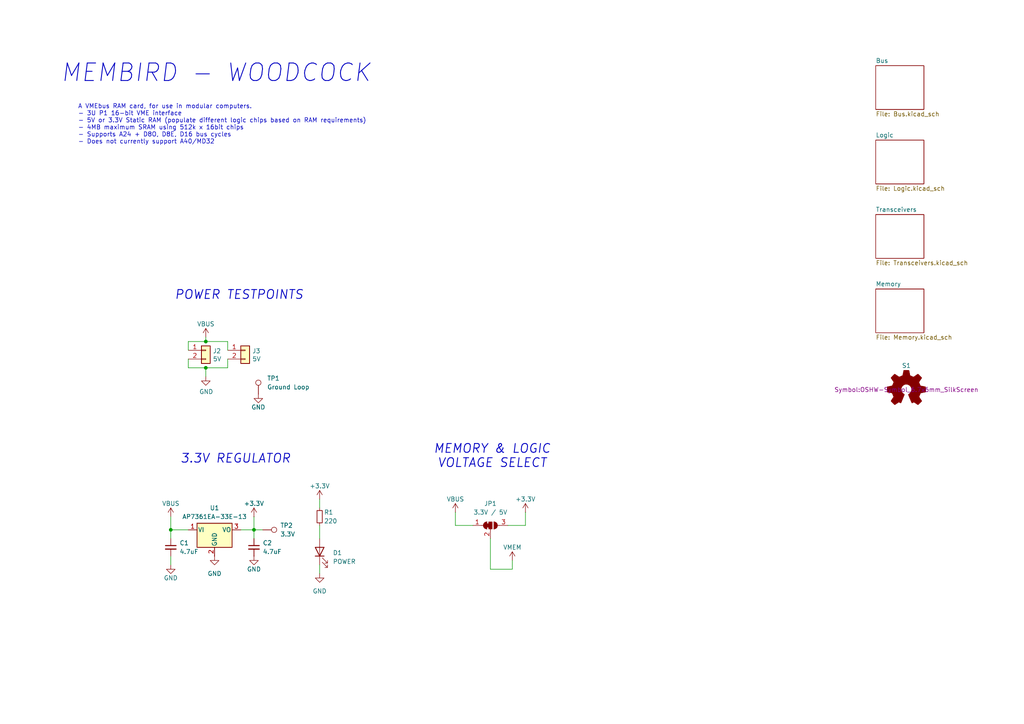
<source format=kicad_sch>
(kicad_sch (version 20231120) (generator "eeschema") (generator_version "8.0")
  (paper "A4")
  (title_block (title "MemBird - Woodcock") (rev "1"))
  (junction (at 59.69 106.68))
  (junction (at 49.53 153.67))
  (junction (at 73.66 153.67))
  (junction (at 59.69 99.06))
  (wire (pts (xy 132.08 152.4) (xy 137.16 152.4)))
  (wire (pts (xy 132.08 148.59) (xy 132.08 152.4)))
  (wire (pts (xy 92.71 144.78) (xy 92.71 147.32)))
  (wire (pts (xy 152.4 152.4) (xy 152.4 148.59)))
  (wire (pts (xy 69.85 153.67) (xy 73.66 153.67)))
  (wire (pts (xy 147.32 152.4) (xy 152.4 152.4)))
  (wire (pts (xy 49.53 161.29) (xy 49.53 163.83)))
  (wire (pts (xy 49.53 153.67) (xy 49.53 156.21)))
  (wire (pts (xy 49.53 149.86) (xy 49.53 153.67)))
  (wire (pts (xy 66.04 101.6) (xy 66.04 99.06)))
  (wire (pts (xy 54.61 106.68) (xy 59.69 106.68)))
  (wire (pts (xy 73.66 149.86) (xy 73.66 153.67)))
  (wire (pts (xy 73.66 153.67) (xy 76.2 153.67)))
  (wire (pts (xy 92.71 163.83) (xy 92.71 166.37)))
  (wire (pts (xy 59.69 109.22) (xy 59.69 106.68)))
  (wire (pts (xy 59.69 106.68) (xy 66.04 106.68)))
  (wire (pts (xy 66.04 104.14) (xy 66.04 106.68)))
  (wire (pts (xy 92.71 152.4) (xy 92.71 156.21)))
  (wire (pts (xy 73.66 153.67) (xy 73.66 156.21)))
  (wire (pts (xy 142.24 165.1) (xy 142.24 156.21)))
  (wire (pts (xy 49.53 153.67) (xy 54.61 153.67)))
  (wire (pts (xy 148.59 165.1) (xy 142.24 165.1)))
  (wire (pts (xy 54.61 106.68) (xy 54.61 104.14)))
  (wire (pts (xy 59.69 99.06) (xy 59.69 97.79)))
  (wire (pts (xy 148.59 162.56) (xy 148.59 165.1)))
  (wire (pts (xy 54.61 99.06) (xy 59.69 99.06)))
  (wire (pts (xy 59.69 99.06) (xy 66.04 99.06)))
  (wire (pts (xy 54.61 99.06) (xy 54.61 101.6)))
  (polyline (pts (xy 121.5744 22.5656) (xy 121.579 22.5661) (xy 121.5835 22.5668) (xy 121.5881 22.5677) (xy 121.5926 22.5689) (xy 121.5971 22.5703) (xy 121.6014 22.5719) (xy 121.6056 22.5738) (xy 121.6097 22.5758) (xy 121.6135 22.5779) (xy 121.6171 22.5803) (xy 121.6205 22.5827) (xy 121.6235 22.5853) (xy 121.6263 22.588) (xy 121.6287 22.5908) (xy 121.6307 22.5937) (xy 121.6315 22.5952) (xy 121.6321 22.5968) (xy 121.6326 22.5985) (xy 121.6328 22.6002) (xy 121.6329 22.602) (xy 121.6329 22.6039) (xy 121.6326 22.6059) (xy 121.6322 22.6079) (xy 121.6317 22.61) (xy 121.631 22.6121) (xy 121.6301 22.6143) (xy 121.6291 22.6165) (xy 121.6279 22.6188) (xy 121.6266 22.6211) (xy 121.6252 22.6234) (xy 121.6236 22.6257) (xy 121.6219 22.6281) (xy 121.62 22.6305) (xy 121.616 22.6353) (xy 121.6114 22.6401) (xy 121.6064 22.6449) (xy 121.6009 22.6496) (xy 121.595 22.6543) (xy 121.5887 22.6588) (xy 121.5821 22.6631) (xy 121.5721 22.6693) (xy 121.5631 22.6745) (xy 121.5552 22.6787) (xy 121.5482 22.6819) (xy 121.5451 22.6831) (xy 121.5421 22.6841) (xy 121.5394 22.6848) (xy 121.5369 22.6853) (xy 121.5346 22.6855) (xy 121.5325 22.6854) (xy 121.5306 22.6851) (xy 121.5289 22.6845) (xy 121.5274 22.6836) (xy 121.526 22.6824) (xy 121.5248 22.6809) (xy 121.5238 22.6792) (xy 121.5229 22.6771) (xy 121.5221 22.6748) (xy 121.5215 22.6722) (xy 121.521 22.6693) (xy 121.5207 22.6661) (xy 121.5205 22.6625) (xy 121.5204 22.6546) (xy 121.5207 22.6454) (xy 121.5213 22.6349) (xy 121.5221 22.6278) (xy 121.5233 22.621) (xy 121.5249 22.6143) (xy 121.5268 22.6079) (xy 121.5291 22.6019) (xy 121.5317 22.5962) (xy 121.5346 22.5908) (xy 121.5378 22.5859) (xy 121.5412 22.5814) (xy 121.5448 22.5774) (xy 121.5487 22.5739) (xy 121.5527 22.571) (xy 121.5547 22.5697) (xy 121.5568 22.5686) (xy 121.5589 22.5677) (xy 121.5611 22.5669) (xy 121.5633 22.5663) (xy 121.5655 22.5658) (xy 121.5677 22.5656) (xy 121.5699 22.5655) (xy 121.5744 22.5656)) (stroke (width -0.0001) (type solid)) (fill (type outline)))
  (polyline (pts (xy 116.1898 15.582) (xy 116.2662 15.5851) (xy 116.3521 15.5901) (xy 116.4446 15.5967) (xy 116.5409 15.6048) (xy 116.638 15.6141) (xy 116.7332 15.6243) (xy 116.8235 15.6353) (xy 116.9248 15.6496) (xy 117.0215 15.6654) (xy 117.1132 15.6827) (xy 117.1997 15.7014) (xy 117.2808 15.7214) (xy 117.356 15.7428) (xy 117.4253 15.7653) (xy 117.4882 15.7891) (xy 117.5393 15.8107) (xy 117.5914 15.8341) (xy 117.643 15.8587) (xy 117.6926 15.8837) (xy 117.7389 15.9083) (xy 117.7803 15.9318) (xy 117.8154 15.9534) (xy 117.8302 15.9633) (xy 117.8428 15.9724) (xy 117.8705 15.994) (xy 117.9065 16.0232) (xy 117.9975 16.0993) (xy 118.1038 16.1903) (xy 118.2131 16.286) (xy 118.3215 16.3809) (xy 118.4252 16.4697) (xy 118.5126 16.5426) (xy 118.5465 16.5699) (xy 118.5718 16.5895) (xy 118.5973 16.6076) (xy 118.6315 16.6308) (xy 118.6729 16.6581) (xy 118.7201 16.6886) (xy 118.8257 16.7552) (xy 118.8811 16.7894) (xy 118.9363 16.8229) (xy 119.0585 16.8947) (xy 119.1957 16.9724) (xy 119.3311 17.0466) (xy 119.4478 17.1081) (xy 119.5785 17.1734) (xy 119.7518 17.2582) (xy 119.945 17.3513) (xy 120.1357 17.442) (xy 120.231 17.4883) (xy 120.3326 17.5401) (xy 120.4376 17.5958) (xy 120.5427 17.6535) (xy 120.6448 17.7115) (xy 120.7408 17.7681) (xy 120.8275 17.8215) (xy 120.9018 17.8699) (xy 120.9693 17.9161) (xy 121.0364 17.9632) (xy 121.1015 18.0098) (xy 121.1628 18.0546) (xy 121.2184 18.0963) (xy 121.2667 18.1336) (xy 121.3058 18.1653) (xy 121.3339 18.1898) (xy 121.3554 18.2095) (xy 121.3755 18.2269) (xy 121.3938 18.2417) (xy 121.4021 18.2481) (xy 121.4097 18.2537) (xy 121.4167 18.2586) (xy 121.4229 18.2626) (xy 121.4283 18.2657) (xy 121.4329 18.2679) (xy 121.4366 18.2692) (xy 121.438 18.2695) (xy 121.4393 18.2695) (xy 121.4402 18.2692) (xy 121.4409 18.2687) (xy 121.4414 18.268) (xy 121.4416 18.2669) (xy 121.4416 18.2658) (xy 121.4417 18.2648) (xy 121.4419 18.2638) (xy 121.4422 18.263) (xy 121.4425 18.2623) (xy 121.4427 18.262) (xy 121.4429 18.2617) (xy 121.4431 18.2615) (xy 121.4433 18.2612) (xy 121.4436 18.261) (xy 121.4438 18.2608) (xy 121.4441 18.2607) (xy 121.4444 18.2605) (xy 121.4446 18.2604) (xy 121.445 18.2604) (xy 121.4453 18.2603) (xy 121.4456 18.2603) (xy 121.4463 18.2603) (xy 121.447 18.2604) (xy 121.4478 18.2606) (xy 121.4487 18.2609) (xy 121.4496 18.2613) (xy 121.4505 18.2618) (xy 121.4514 18.2624) (xy 121.4524 18.263) (xy 121.4535 18.2638) (xy 121.4545 18.2647) (xy 121.4556 18.2656) (xy 121.4567 18.2667) (xy 121.4579 18.2678) (xy 121.4591 18.269) (xy 121.4603 18.2704) (xy 121.4615 18.2718) (xy 121.4628 18.2732) (xy 121.4641 18.2748) (xy 121.4654 18.2765) (xy 121.4667 18.2782) (xy 121.468 18.28) (xy 121.4724 18.2849) (xy 121.4801 18.2919) (xy 121.4908 18.301) (xy 121.5045 18.312) (xy 121.5399 18.3391) (xy 121.5848 18.3723) (xy 121.6376 18.4104) (xy 121.6969 18.4524) (xy 121.7612 18.4971) (xy 121.8291 18.5436) (xy 122.1538 18.7668) (xy 122.3212 18.8834) (xy 122.4641 18.984) (xy 122.5994 19.0817) (xy 122.7462 19.19) (xy 122.8868 19.296) (xy 123.0035 19.3863) (xy 123.0513 19.4247) (xy 123.0951 19.4613) (xy 123.1342 19.4951) (xy 123.1674 19.5254) (xy 123.1941 19.5512) (xy 123.2046 19.5622) (xy 123.2131 19.5718) (xy 123.2196 19.5799) (xy 123.2237 19.5863) (xy 123.2256 19.591) (xy 123.2256 19.5926) (xy 123.225 19.5938) (xy 123.2242 19.5948) (xy 123.2237 19.596) (xy 123.2235 19.5972) (xy 123.2236 19.5986) (xy 123.224 19.6002) (xy 123.2247 19.6018) (xy 123.2257 19.6036) (xy 123.2269 19.6054) (xy 123.2284 19.6074) (xy 123.2301 19.6095) (xy 123.2321 19.6116) (xy 123.2343 19.6139) (xy 123.2368 19.6162) (xy 123.2395 19.6186) (xy 123.2455 19.6237) (xy 123.2525 19.629) (xy 123.2602 19.6345) (xy 123.2686 19.6402) (xy 123.2778 19.646) (xy 123.2876 19.652) (xy 123.298 19.6579) (xy 123.309 19.664) (xy 123.3205 19.67) (xy 123.332 19.6761) (xy 123.3431 19.6825) (xy 123.3538 19.6892) (xy 123.3639 19.6961) (xy 123.3734 19.7031) (xy 123.3823 19.7101) (xy 123.3905 19.7172) (xy 123.398 19.7243) (xy 123.4046 19.7313) (xy 123.4104 19.7381) (xy 123.4154 19.7448) (xy 123.4193 19.7512) (xy 123.4223 19.7574) (xy 123.4233 19.7603) (xy 123.4241 19.7632) (xy 123.4247 19.7659) (xy 123.4249 19.7686) (xy 123.4249 19.7711) (xy 123.4245 19.7735) (xy 123.4241 19.7758) (xy 123.4237 19.778) (xy 123.4235 19.7801) (xy 123.4233 19.7822) (xy 123.4232 19.7841) (xy 123.4233 19.786) (xy 123.4234 19.7877) (xy 123.4236 19.7894) (xy 123.4239 19.791) (xy 123.4243 19.7924) (xy 123.4248 19.7938) (xy 123.4253 19.7951) (xy 123.4259 19.7962) (xy 123.4266 19.7973) (xy 123.4274 19.7983) (xy 123.4283 19.7991) (xy 123.4292 19.7998) (xy 123.4302 19.8005) (xy 123.4313 19.801) (xy 123.4325 19.8014) (xy 123.4337 19.8016) (xy 123.435 19.8018) (xy 123.4363 19.8018) (xy 123.4377 19.8018) (xy 123.4392 19.8016) (xy 123.4407 19.8013) (xy 123.4423 19.8008) (xy 123.4439 19.8002) (xy 123.4456 19.7996) (xy 123.4474 19.7987) (xy 123.4491 19.7978) (xy 123.451 19.7967) (xy 123.4531 19.7957) (xy 123.4555 19.7951) (xy 123.4584 19.7949) (xy 123.4617 19.795) (xy 123.4653 19.7955) (xy 123.4693 19.7963) (xy 123.4782 19.7989) (xy 123.4885 19.8028) (xy 123.4999 19.8079) (xy 123.5123 19.8141) (xy 123.5257 19.8214) (xy 123.54 19.8298) (xy 123.555 19.8391) (xy 123.5706 19.8494) (xy 123.5868 19.8605) (xy 123.6034 19.8724) (xy 123.6203 19.885) (xy 123.6375 19.8984) (xy 123.6547 19.9123) (xy 123.6929 19.9427) (xy 123.7372 19.9762) (xy 123.786 20.0118) (xy 123.8378 20.0483) (xy 123.891 20.0846) (xy 123.9439 20.1197) (xy 123.995 20.1523) (xy 124.0428 20.1815) (xy 124.0652 20.1952) (xy 124.087 20.2089) (xy 124.1284 20.2365) (xy 124.1658 20.2634) (xy 124.1828 20.2764) (xy 124.1985 20.289) (xy 124.2127 20.3011) (xy 124.2254 20.3125) (xy 124.2365 20.3233) (xy 124.2458 20.3332) (xy 124.2533 20.3423) (xy 124.2587 20.3504) (xy 124.2621 20.3573) (xy 124.2629 20.3604) (xy 124.2632 20.3632) (xy 124.2631 20.366) (xy 124.2628 20.3687) (xy 124.2623 20.3714) (xy 124.2616 20.374) (xy 124.2607 20.3765) (xy 124.2596 20.379) (xy 124.2584 20.3814) (xy 124.2569 20.3838) (xy 124.2553 20.386) (xy 124.2534 20.3882) (xy 124.2514 20.3903) (xy 124.2493 20.3924) (xy 124.2469 20.3943) (xy 124.2444 20.3962) (xy 124.2418 20.398) (xy 124.239 20.3997) (xy 124.236 20.4013) (xy 124.2329 20.4028) (xy 124.2296 20.4042) (xy 124.2262 20.4055) (xy 124.2226 20.4068) (xy 124.2189 20.4079) (xy 124.2151 20.409) (xy 124.2111 20.4099) (xy 124.207 20.4107) (xy 124.2028 20.4115) (xy 124.1985 20.4121) (xy 124.194 20.4126) (xy 124.1894 20.413) (xy 124.1847 20.4133) (xy 124.1799 20.4135) (xy 124.175 20.4135) (xy 124.1656 20.4138) (xy 124.1565 20.4144) (xy 124.1478 20.4156) (xy 124.1396 20.4171) (xy 124.1318 20.4191) (xy 124.1245 20.4214) (xy 124.1178 20.4241) (xy 124.1117 20.4272) (xy 124.1061 20.4306) (xy 124.1012 20.4343) (xy 124.0969 20.4383) (xy 124.0951 20.4404) (xy 124.0934 20.4426) (xy 124.0919 20.4448) (xy 124.0906 20.4471) (xy 124.0895 20.4495) (xy 124.0885 20.4519) (xy 124.0878 20.4544) (xy 124.0873 20.4569) (xy 124.087 20.4595) (xy 124.0868 20.4622) (xy 124.087 20.4647) (xy 124.0874 20.4673) (xy 124.088 20.47) (xy 124.0888 20.4727) (xy 124.0899 20.4754) (xy 124.0912 20.4782) (xy 124.0928 20.4811) (xy 124.0945 20.4839) (xy 124.0965 20.4868) (xy 124.0986 20.4897) (xy 124.1009 20.4927) (xy 124.1035 20.4956) (xy 124.1091 20.5015) (xy 124.1153 20.5073) (xy 124.1222 20.5131) (xy 124.1297 20.5187) (xy 124.1377 20.5242) (xy 124.1462 20.5294) (xy 124.1551 20.5344) (xy 124.1644 20.5392) (xy 124.174 20.5435) (xy 124.1839 20.5475) (xy 124.2117 20.5575) (xy 124.254 20.5718) (xy 124.3732 20.6106) (xy 124.5248 20.6586) (xy 124.6921 20.7106) (xy 124.7777 20.7359) (xy 124.8634 20.7596) (xy 124.9469 20.781) (xy 125.0258 20.7998) (xy 125.098 20.8152) (xy 125.161 20.8269) (xy 125.2127 20.8343) (xy 125.2335 20.8362) (xy 125.2507 20.8368) (xy 125.2691 20.837) (xy 125.2861 20.8375) (xy 125.3017 20.8383) (xy 125.3159 20.8394) (xy 125.3288 20.8409) (xy 125.3402 20.8427) (xy 125.3503 20.8449) (xy 125.3591 20.8474) (xy 125.3666 20.8503) (xy 125.3728 20.8536) (xy 125.3776 20.8572) (xy 125.3796 20.8591) (xy 125.3813 20.8611) (xy 125.3826 20.8633) (xy 125.3836 20.8655) (xy 125.3843 20.8678) (xy 125.3847 20.8703) (xy 125.3848 20.8728) (xy 125.3846 20.8754) (xy 125.3833 20.8809) (xy 125.3823 20.8832) (xy 125.381 20.8855) (xy 125.3792 20.8879) (xy 125.3771 20.8903) (xy 125.3746 20.8926) (xy 125.3718 20.895) (xy 125.3686 20.8974) (xy 125.365 20.8998) (xy 125.357 20.9047) (xy 125.3478 20.9094) (xy 125.3375 20.9142) (xy 125.3261 20.9188) (xy 125.3138 20.9232) (xy 125.3007 20.9275) (xy 125.2868 20.9316) (xy 125.2723 20.9355) (xy 125.2572 20.9391) (xy 125.2416 20.9423) (xy 125.2256 20.9453) (xy 125.2093 20.9478) (xy 125.1918 20.9506) (xy 125.1741 20.9542) (xy 125.1564 20.9584) (xy 125.1385 20.9631) (xy 125.1208 20.9685) (xy 125.1032 20.9744) (xy 125.0859 20.9808) (xy 125.069 20.9876) (xy 125.0525 20.9949) (xy 125.0366 21.0025) (xy 125.0213 21.0104) (xy 125.0068 21.0187) (xy 124.9931 21.0271) (xy 124.9803 21.0358) (xy 124.9686 21.0447) (xy 124.958 21.0537) (xy 124.8541 21.1486) (xy 124.7332 21.2602) (xy 124.7067 21.2852) (xy 124.6823 21.3088) (xy 124.6605 21.3306) (xy 124.6418 21.35) (xy 124.6268 21.3665) (xy 124.6159 21.3795) (xy 124.6122 21.3845) (xy 124.6097 21.3884) (xy 124.6085 21.3912) (xy 124.6084 21.3921) (xy 124.6086 21.3927) (xy 124.6089 21.3934) (xy 124.609 21.3945) (xy 124.6086 21.3979) (xy 124.6073 21.403) (xy 124.6051 21.4094) (xy 124.6023 21.4173) (xy 124.5987 21.4264) (xy 124.5895 21.4483) (xy 124.5779 21.4742) (xy 124.5642 21.5034) (xy 124.5487 21.5353) (xy 124.5317 21.5691) (xy 124.5225 21.5865) (xy 124.5125 21.604) (xy 124.5019 21.6215) (xy 124.4907 21.6389) (xy 124.479 21.6561) (xy 124.4669 21.6729) (xy 124.4546 21.6893) (xy 124.442 21.7052) (xy 124.4294 21.7203) (xy 124.4167 21.7347) (xy 124.4041 21.7481) (xy 124.3918 21.7605) (xy 124.3797 21.7717) (xy 124.368 21.7817) (xy 124.3567 21.7902) (xy 124.346 21.7973) (xy 124.3232 21.812) (xy 124.2967 21.8304) (xy 124.2676 21.8517) (xy 124.2368 21.8753) (xy 124.2052 21.9005) (xy 124.1737 21.9263) (xy 124.1434 21.9522) (xy 124.1151 21.9774) (xy 124.1007 21.9901) (xy 124.085 22.0028) (xy 124.0683 22.0154) (xy 124.0507 22.028) (xy 124.0322 22.0403) (xy 124.0131 22.0524) (xy 123.9935 22.0641) (xy 123.9734 22.0755) (xy 123.9532 22.0863) (xy 123.9327 22.0966) (xy 123.9124 22.1063) (xy 123.8921 22.1153) (xy 123.8721 22.1234) (xy 123.8526 22.1307) (xy 123.8336 22.1371) (xy 123.8153 22.1425) (xy 123.7803 22.1524) (xy 123.746 22.163) (xy 123.7132 22.1739) (xy 123.6827 22.1849) (xy 123.6554 22.1956) (xy 123.6323 22.2056) (xy 123.6141 22.2147) (xy 123.6071 22.2188) (xy 123.6018 22.2225) (xy 123.5964 22.2265) (xy 123.5915 22.2298) (xy 123.5868 22.2327) (xy 123.5825 22.2349) (xy 123.5805 22.2358) (xy 123.5785 22.2366) (xy 123.5767 22.2372) (xy 123.5749 22.2377) (xy 123.5732 22.238) (xy 123.5717 22.2382) (xy 123.5701 22.2382) (xy 123.5687 22.2381) (xy 123.5674 22.2379) (xy 123.5661 22.2375) (xy 123.565 22.237) (xy 123.5639 22.2363) (xy 123.5629 22.2355) (xy 123.562 22.2345) (xy 123.5612 22.2334) (xy 123.5604 22.2322) (xy 123.5598 22.2308) (xy 123.5592 22.2292) (xy 123.5588 22.2276) (xy 123.5584 22.2257) (xy 123.5581 22.2238) (xy 123.5579 22.2217) (xy 123.5577 22.2194) (xy 123.5577 22.217) (xy 123.5576 22.215) (xy 123.5575 22.213) (xy 123.5573 22.211) (xy 123.557 22.209) (xy 123.5566 22.2071) (xy 123.5561 22.2053) (xy 123.5555 22.2034) (xy 123.5549 22.2016) (xy 123.5542 22.1999) (xy 123.5534 22.1982) (xy 123.5526 22.1965) (xy 123.5516 22.1949) (xy 123.5506 22.1933) (xy 123.5496 22.1919) (xy 123.5485 22.1904) (xy 123.5473 22.189) (xy 123.5461 22.1877) (xy 123.5448 22.1865) (xy 123.5435 22.1853) (xy 123.5421 22.1842) (xy 123.5407 22.1832) (xy 123.5392 22.1822) (xy 123.5377 22.1813) (xy 123.5361 22.1805) (xy 123.5345 22.1798) (xy 123.5329 22.1792) (xy 123.5312 22.1787) (xy 123.5295 22.1782) (xy 123.5278 22.1779) (xy 123.526 22.1776) (xy 123.5242 22.1775) (xy 123.5224 22.1774) (xy 123.5206 22.1775) (xy 123.5188 22.1776) (xy 123.517 22.1779) (xy 123.5153 22.1783) (xy 123.5136 22.1788) (xy 123.5119 22.1794) (xy 123.5103 22.1801) (xy 123.5087 22.1809) (xy 123.5071 22.1818) (xy 123.5056 22.1828) (xy 123.5041 22.1839) (xy 123.5027 22.1851) (xy 123.5013 22.1864) (xy 123.5 22.1877) (xy 123.4987 22.1891) (xy 123.4975 22.1906) (xy 123.4963 22.1922) (xy 123.4952 22.1938) (xy 123.4942 22.1955) (xy 123.4932 22.1972) (xy 123.4923 22.1991) (xy 123.4914 22.2009) (xy 123.4906 22.2029) (xy 123.4899 22.2049) (xy 123.4893 22.2069) (xy 123.4887 22.209) (xy 123.4882 22.2111) (xy 123.4878 22.2133) (xy 123.4875 22.2155) (xy 123.4873 22.2177) (xy 123.4872 22.22) (xy 123.4871 22.2223) (xy 123.487 22.2247) (xy 123.4865 22.2272) (xy 123.4858 22.2298) (xy 123.4848 22.2325) (xy 123.4835 22.2354) (xy 123.4819 22.2383) (xy 123.4801 22.2413) (xy 123.4781 22.2444) (xy 123.4758 22.2476) (xy 123.4732 22.2509) (xy 123.4675 22.2576) (xy 123.4609 22.2645) (xy 123.4534 22.2715) (xy 123.4453 22.2787) (xy 123.4365 22.2859) (xy 123.427 22.2931) (xy 123.417 22.3002) (xy 123.4065 22.3072) (xy 123.3955 22.314) (xy 123.3842 22.3206) (xy 123.3725 22.3269) (xy 123.3474 22.3394) (xy 123.3199 22.352) (xy 123.291 22.3643) (xy 123.2616 22.3761) (xy 123.2324 22.387) (xy 123.2045 22.3965) (xy 123.1787 22.4045) (xy 123.1559 22.4105) (xy 123.1339 22.4155) (xy 123.1105 22.4205) (xy 123.0863 22.4253) (xy 123.0621 22.4298) (xy 123.0386 22.4339) (xy 123.0165 22.4375) (xy 122.9966 22.4404) (xy 122.9795 22.4425) (xy 122.9442 22.446) (xy 122.903 22.4496) (xy 122.8611 22.4527) (xy 122.8236 22.4551) (xy 122.8154 22.4558) (xy 122.8077 22.4567) (xy 122.8004 22.4581) (xy 122.7937 22.4597) (xy 122.7875 22.4615) (xy 122.7819 22.4637) (xy 122.7768 22.4661) (xy 122.7725 22.4687) (xy 122.7687 22.4715) (xy 122.7671 22.4729) (xy 122.7657 22.4744) (xy 122.7645 22.476) (xy 122.7634 22.4776) (xy 122.7626 22.4792) (xy 122.7619 22.4808) (xy 122.7614 22.4825) (xy 122.7611 22.4842) (xy 122.7611 22.486) (xy 122.7612 22.4877) (xy 122.7616 22.4895) (xy 122.7621 22.4913) (xy 122.7629 22.4931) (xy 122.7639 22.4949) (xy 122.765 22.4968) (xy 122.7658 22.4987) (xy 122.7663 22.5005) (xy 122.7665 22.5023) (xy 122.7665 22.5041) (xy 122.7662 22.5058) (xy 122.7656 22.5074) (xy 122.7648 22.5091) (xy 122.7638 22.5106) (xy 122.7625 22.5122) (xy 122.761 22.5137) (xy 122.7592 22.5151) (xy 122.7572 22.5165) (xy 122.7549 22.5178) (xy 122.7525 22.519) (xy 122.7498 22.5202) (xy 122.7469 22.5214) (xy 122.7438 22.5225) (xy 122.7405 22.5235) (xy 122.737 22.5244) (xy 122.7333 22.5253) (xy 122.7293 22.5261) (xy 122.7252 22.5269) (xy 122.7209 22.5276) (xy 122.7164 22.5282) (xy 122.7117 22.5287) (xy 122.7069 22.5291) (xy 122.7019 22.5295) (xy 122.6967 22.5298) (xy 122.6913 22.53) (xy 122.6858 22.5301) (xy 122.6801 22.5302) (xy 122.6688 22.5304) (xy 122.6569 22.531) (xy 122.6443 22.532) (xy 122.6313 22.5333) (xy 122.6041 22.5369) (xy 122.5763 22.5417) (xy 122.5487 22.5476) (xy 122.5221 22.5543) (xy 122.5094 22.5579) (xy 122.4973 22.5616) (xy 122.4859 22.5655) (xy 122.4752 22.5695) (xy 122.4531 22.5776) (xy 122.4283 22.5856) (xy 122.4016 22.5931) (xy 122.374 22.6001) (xy 122.3461 22.6064) (xy 122.319 22.6116) (xy 122.2933 22.6157) (xy 122.27 22.6185) (xy 122.2213 22.6235) (xy 122.1668 22.6302) (xy 122.1132 22.6375) (xy 122.0672 22.6448) (xy 122.0566 22.6465) (xy 122.0465 22.6477) (xy 122.0368 22.6484) (xy 122.0277 22.6488) (xy 122.0191 22.6487) (xy 122.0111 22.6482) (xy 122.0037 22.6473) (xy 121.9969 22.646) (xy 121.9909 22.6444) (xy 121.9855 22.6423) (xy 121.9808 22.6399) (xy 121.9769 22.6371) (xy 121.9753 22.6355) (xy 121.9738 22.6339) (xy 121.9726 22.6322) (xy 121.9716 22.6304) (xy 121.9708 22.6285) (xy 121.9702 22.6265) (xy 121.9698 22.6245) (xy 121.9696 22.6223) (xy 121.9696 22.6204) (xy 121.9694 22.6186) (xy 121.9692 22.617) (xy 121.9688 22.6155) (xy 121.9684 22.6142) (xy 121.9679 22.6131) (xy 121.9674 22.6121) (xy 121.9667 22.6113) (xy 121.966 22.6106) (xy 121.9652 22.6101) (xy 121.9644 22.6097) (xy 121.9635 22.6095) (xy 121.9625 22.6094) (xy 121.9615 22.6095) (xy 121.9604 22.6098) (xy 121.9592 22.6102) (xy 121.958 22.6107) (xy 121.9567 22.6114) (xy 121.9554 22.6122) (xy 121.9541 22.6132) (xy 121.9527 22.6143) (xy 121.9512 22.6156) (xy 121.9497 22.617) (xy 121.9482 22.6186) (xy 121.9467 22.6203) (xy 121.9451 22.6221) (xy 121.9434 22.6241) (xy 121.9418 22.6262) (xy 121.9401 22.6284) (xy 121.9384 22.6308) (xy 121.9367 22.6334) (xy 121.9349 22.636) (xy 121.9308 22.6422) (xy 121.9269 22.6477) (xy 121.9233 22.6524) (xy 121.9199 22.6564) (xy 121.9183 22.6581) (xy 121.9168 22.6596) (xy 121.9154 22.6609) (xy 121.914 22.6621) (xy 121.9127 22.663) (xy 121.9114 22.6637) (xy 121.9102 22.6643) (xy 121.9091 22.6647) (xy 121.9081 22.6649) (xy 121.9071 22.6648) (xy 121.9062 22.6647) (xy 121.9053 22.6643) (xy 121.9045 22.6637) (xy 121.9038 22.6629) (xy 121.9031 22.662) (xy 121.9025 22.6608) (xy 121.902 22.6595) (xy 121.9016 22.658) (xy 121.9012 22.6562) (xy 121.9008 22.6543) (xy 121.9006 22.6522) (xy 121.9004 22.65) (xy 121.9002 22.6448) (xy 121.9 22.6425) (xy 121.8996 22.6402) (xy 121.899 22.638) (xy 121.8981 22.6358) (xy 121.8971 22.6336) (xy 121.8958 22.6316) (xy 121.8943 22.6295) (xy 121.8926 22.6276) (xy 121.8906 22.6256) (xy 121.8885 22.6238) (xy 121.8862 22.622) (xy 121.8837 22.6203) (xy 121.881 22.6186) (xy 121.8782 22.617) (xy 121.8751 22.6155) (xy 121.872 22.6141) (xy 121.8686 22.6127) (xy 121.8651 22.6115) (xy 121.8614 22.6103) (xy 121.8576 22.6092) (xy 121.8537 22.6081) (xy 121.8496 22.6072) (xy 121.8454 22.6063) (xy 121.8411 22.6056) (xy 121.8366 22.6049) (xy 121.8321 22.6044) (xy 121.8274 22.6039) (xy 121.8226 22.6036) (xy 121.8178 22.6033) (xy 121.8128 22.6032) (xy 121.8077 22.6031) (xy 121.8026 22.6032) (xy 121.7751 22.6041) (xy 121.7641 22.6047) (xy 121.7548 22.6055) (xy 121.7474 22.6063) (xy 121.7416 22.6074) (xy 121.7394 22.608) (xy 121.7376 22.6086) (xy 121.7363 22.6094) (xy 121.7353 22.6101) (xy 121.7348 22.6109) (xy 121.7347 22.6118) (xy 121.735 22.6128) (xy 121.7358 22.6138) (xy 121.7369 22.6149) (xy 121.7384 22.6161) (xy 121.7427 22.6187) (xy 121.7485 22.6217) (xy 121.7559 22.625) (xy 121.7649 22.6288) (xy 121.7754 22.633) (xy 121.7874 22.6377) (xy 121.7977 22.6419) (xy 121.8065 22.6457) (xy 121.8136 22.6492) (xy 121.8166 22.6509) (xy 121.8191 22.6525) (xy 121.8212 22.6541) (xy 121.8229 22.6557) (xy 121.8242 22.6572) (xy 121.8251 22.6588) (xy 121.8256 22.6604) (xy 121.8256 22.662) (xy 121.8253 22.6637) (xy 121.8245 22.6654) (xy 121.8233 22.6671) (xy 121.8217 22.669) (xy 121.8196 22.6709) (xy 121.8171 22.6729) (xy 121.8142 22.6751) (xy 121.8109 22.6773) (xy 121.803 22.6822) (xy 121.7933 22.6877) (xy 121.7689 22.701) (xy 121.7532 22.7092) (xy 121.7379 22.7169) (xy 121.7234 22.7238) (xy 121.7101 22.7299) (xy 121.6983 22.7348) (xy 121.6884 22.7386) (xy 121.6808 22.741) (xy 121.678 22.7416) (xy 121.6759 22.7418) (xy 121.6751 22.7418) (xy 121.6743 22.7415) (xy 121.6736 22.7411) (xy 121.6729 22.7405) (xy 121.6723 22.7398) (xy 121.6718 22.7389) (xy 121.6713 22.7379) (xy 121.6708 22.7367) (xy 121.6704 22.7354) (xy 121.6701 22.7339) (xy 121.6698 22.7324) (xy 121.6696 22.7307) (xy 121.6694 22.7288) (xy 121.6693 22.7269) (xy 121.6692 22.7227) (xy 121.6693 22.718) (xy 121.6697 22.713) (xy 121.6703 22.7076) (xy 121.671 22.7019) (xy 121.672 22.6959) (xy 121.6733 22.6897) (xy 121.6747 22.6832) (xy 121.6763 22.6766) (xy 121.6778 22.6696) (xy 121.6785 22.6622) (xy 121.6787 22.6545) (xy 121.6782 22.6465) (xy 121.6772 22.6382) (xy 121.6756 22.6298) (xy 121.6735 22.6213) (xy 121.6708 22.6128) (xy 121.6676 22.6043) (xy 121.664 22.596) (xy 121.6599 22.5877) (xy 121.6573 22.5831) (xy 122.0407 22.5831) (xy 122.0408 22.584) (xy 122.0408 22.5849) (xy 122.0409 22.5858) (xy 122.0411 22.5867) (xy 122.0413 22.5875) (xy 122.0415 22.5883) (xy 122.0418 22.5892) (xy 122.0421 22.59) (xy 122.0425 22.5907) (xy 122.0429 22.5915) (xy 122.0433 22.5922) (xy 122.0438 22.593) (xy 122.0442 22.5937) (xy 122.0448 22.5943) (xy 122.0453 22.595) (xy 122.0459 22.5956) (xy 122.0465 22.5962) (xy 122.0472 22.5967) (xy 122.0478 22.5972) (xy 122.0485 22.5977) (xy 122.0492 22.5982) (xy 122.05 22.5986) (xy 122.0507 22.599) (xy 122.0515 22.5994) (xy 122.0523 22.5997) (xy 122.0531 22.6) (xy 122.054 22.6002) (xy 122.0548 22.6004) (xy 122.0557 22.6006) (xy 122.0566 22.6007) (xy 122.0575 22.6007) (xy 122.0584 22.6008) (xy 122.0593 22.6007) (xy 122.0602 22.6007) (xy 122.061 22.6006) (xy 122.0619 22.6004) (xy 122.0628 22.6002) (xy 122.0636 22.6) (xy 122.0644 22.5997) (xy 122.0652 22.5994) (xy 122.066 22.599) (xy 122.0668 22.5986) (xy 122.0675 22.5982) (xy 122.0682 22.5977) (xy 122.0689 22.5972) (xy 122.0696 22.5967) (xy 122.0702 22.5962) (xy 122.0708 22.5956) (xy 122.0714 22.595) (xy 122.072 22.5943) (xy 122.0725 22.5937) (xy 122.073 22.593) (xy 122.0734 22.5922) (xy 122.0739 22.5915) (xy 122.0743 22.5907) (xy 122.0746 22.59) (xy 122.0749 22.5892) (xy 122.0752 22.5883) (xy 122.0755 22.5875) (xy 122.0756 22.5867) (xy 122.0758 22.5858) (xy 122.0759 22.5849) (xy 122.076 22.584) (xy 122.076 22.5831) (xy 122.076 22.5822) (xy 122.0759 22.5813) (xy 122.0758 22.5804) (xy 122.0756 22.5796) (xy 122.0755 22.5787) (xy 122.0752 22.5779) (xy 122.0749 22.5771) (xy 122.0746 22.5763) (xy 122.0743 22.5755) (xy 122.0739 22.5747) (xy 122.0734 22.574) (xy 122.073 22.5733) (xy 122.0725 22.5726) (xy 122.072 22.5719) (xy 122.0714 22.5713) (xy 122.0708 22.5707) (xy 122.0702 22.5701) (xy 122.0696 22.5695) (xy 122.0689 22.569) (xy 122.0682 22.5685) (xy 122.0675 22.568) (xy 122.0668 22.5676) (xy 122.066 22.5672) (xy 122.0652 22.5669) (xy 122.0644 22.5666) (xy 122.0636 22.5663) (xy 122.0628 22.566) (xy 122.0619 22.5658) (xy 122.061 22.5657) (xy 122.0602 22.5656) (xy 122.0593 22.5655) (xy 122.0584 22.5655) (xy 122.0575 22.5655) (xy 122.0566 22.5656) (xy 122.0557 22.5657) (xy 122.0548 22.5658) (xy 122.054 22.566) (xy 122.0531 22.5663) (xy 122.0523 22.5666) (xy 122.0515 22.5669) (xy 122.0507 22.5672) (xy 122.05 22.5676) (xy 122.0492 22.568) (xy 122.0485 22.5685) (xy 122.0478 22.569) (xy 122.0472 22.5695) (xy 122.0465 22.5701) (xy 122.0459 22.5707) (xy 122.0453 22.5713) (xy 122.0448 22.5719) (xy 122.0442 22.5726) (xy 122.0438 22.5733) (xy 122.0433 22.574) (xy 122.0429 22.5747) (xy 122.0425 22.5755) (xy 122.0421 22.5763) (xy 122.0418 22.5771) (xy 122.0415 22.5779) (xy 122.0413 22.5787) (xy 122.0411 22.5796) (xy 122.0409 22.5804) (xy 122.0408 22.5813) (xy 122.0408 22.5822) (xy 122.0407 22.5831) (xy 121.6573 22.5831) (xy 121.6554 22.5797) (xy 121.6505 22.572) (xy 121.6452 22.5647) (xy 121.6395 22.5578) (xy 121.6335 22.5513) (xy 121.6271 22.5453) (xy 121.6203 22.5395) (xy 121.6131 22.5341) (xy 121.6057 22.529) (xy 121.598 22.5243) (xy 121.5902 22.5199) (xy 121.5822 22.516) (xy 121.5743 22.5125) (xy 121.5663 22.5095) (xy 121.5584 22.5069) (xy 121.5507 22.5049) (xy 121.5431 22.5034) (xy 121.5358 22.5025) (xy 121.5289 22.5021) (xy 121.5223 22.5024) (xy 121.5191 22.5028) (xy 121.5161 22.5033) (xy 121.5132 22.504) (xy 121.5103 22.5049) (xy 121.5074 22.5059) (xy 121.5047 22.507) (xy 121.5019 22.5083) (xy 121.4993 22.5097) (xy 121.4967 22.5113) (xy 121.4942 22.513) (xy 121.4918 22.5148) (xy 121.4894 22.5167) (xy 121.4871 22.5187) (xy 121.485 22.5209) (xy 121.4829 22.5231) (xy 121.4808 22.5255) (xy 121.4789 22.5279) (xy 121.4771 22.5304) (xy 121.4754 22.533) (xy 121.4738 22.5357) (xy 121.4723 22.5385) (xy 121.4709 22.5413) (xy 121.4696 22.5442) (xy 121.4684 22.5472) (xy 121.4674 22.5502) (xy 121.4665 22.5532) (xy 121.4657 22.5563) (xy 121.4651 22.5595) (xy 121.4645 22.5626) (xy 121.4642 22.5658) (xy 121.4639 22.5691) (xy 121.4638 22.5723) (xy 121.4639 22.5756) (xy 121.4641 22.5789) (xy 121.4646 22.5871) (xy 121.4646 22.591) (xy 121.4646 22.5946) (xy 121.4644 22.5981) (xy 121.464 22.6014) (xy 121.4636 22.6044) (xy 121.463 22.6073) (xy 121.4622 22.6101) (xy 121.4613 22.6126) (xy 121.4603 22.6149) (xy 121.4591 22.6171) (xy 121.4578 22.6191) (xy 121.4564 22.6209) (xy 121.4548 22.6225) (xy 121.453 22.624) (xy 121.4511 22.6253) (xy 121.449 22.6264) (xy 121.4468 22.6274) (xy 121.4444 22.6281) (xy 121.4418 22.6287) (xy 121.4391 22.6292) (xy 121.4362 22.6295) (xy 121.4331 22.6296) (xy 121.4299 22.6296) (xy 121.4265 22.6294) (xy 121.4229 22.629) (xy 121.4192 22.6285) (xy 121.4152 22.6278) (xy 121.4111 22.627) (xy 121.4023 22.6249) (xy 121.3955 22.6233) (xy 121.3888 22.622) (xy 121.3824 22.6211) (xy 121.3763 22.6206) (xy 121.3704 22.6204) (xy 121.3648 22.6206) (xy 121.3597 22.6211) (xy 121.3549 22.6219) (xy 121.3506 22.623) (xy 121.3467 22.6245) (xy 121.3433 22.6262) (xy 121.3418 22.6272) (xy 121.3405 22.6283) (xy 121.3393 22.6294) (xy 121.3382 22.6306) (xy 121.3373 22.6319) (xy 121.3365 22.6333) (xy 121.3359 22.6347) (xy 121.3355 22.6361) (xy 121.3353 22.6377) (xy 121.3352 22.6393) (xy 121.3351 22.641) (xy 121.3349 22.6426) (xy 121.3345 22.6442) (xy 121.334 22.6457) (xy 121.3334 22.6473) (xy 121.3327 22.6488) (xy 121.3318 22.6503) (xy 121.3308 22.6517) (xy 121.3297 22.6531) (xy 121.3285 22.6545) (xy 121.3272 22.6559) (xy 121.3257 22.6572) (xy 121.3242 22.6584) (xy 121.3226 22.6596) (xy 121.3208 22.6608) (xy 121.319 22.6619) (xy 121.3171 22.663) (xy 121.3151 22.664) (xy 121.313 22.6649) (xy 121.3109 22.6658) (xy 121.3086 22.6666) (xy 121.3063 22.6674) (xy 121.304 22.6681) (xy 121.3015 22.6688) (xy 121.299 22.6693) (xy 121.2965 22.6698) (xy 121.2939 22.6703) (xy 121.2912 22.6706) (xy 121.2885 22.6709) (xy 121.2858 22.6711) (xy 121.283 22.6712) (xy 121.2802 22.6713) (xy 121.2747 22.6711) (xy 121.2695 22.6706) (xy 121.2671 22.6702) (xy 121.2648 22.6698) (xy 121.2626 22.6693) (xy 121.2604 22.6687) (xy 121.2584 22.668) (xy 121.2565 22.6672) (xy 121.2547 22.6664) (xy 121.253 22.6656) (xy 121.2514 22.6646) (xy 121.25 22.6636) (xy 121.2486 22.6626) (xy 121.2474 22.6615) (xy 121.2463 22.6603) (xy 121.2453 22.6591) (xy 121.2444 22.6578) (xy 121.2437 22.6565) (xy 121.2431 22.6552) (xy 121.2427 22.6538) (xy 121.2423 22.6523) (xy 121.2421 22.6508) (xy 121.2421 22.6493) (xy 121.2422 22.6478) (xy 121.2424 22.6462) (xy 121.2428 22.6446) (xy 121.2433 22.6429) (xy 121.244 22.6413) (xy 121.2448 22.6396) (xy 121.2458 22.6379) (xy 121.2468 22.6361) (xy 121.2476 22.6344) (xy 121.2482 22.6328) (xy 121.2485 22.6313) (xy 121.2487 22.6299) (xy 121.2486 22.6285) (xy 121.2485 22.6278) (xy 121.2483 22.6272) (xy 121.2481 22.6266) (xy 121.2479 22.626) (xy 121.2472 22.6248) (xy 121.2464 22.6238) (xy 121.2454 22.6228) (xy 121.2442 22.6219) (xy 121.2428 22.621) (xy 121.2412 22.6203) (xy 121.2395 22.6196) (xy 121.2375 22.6191) (xy 121.2355 22.6186) (xy 121.2332 22.6182) (xy 121.2308 22.6179) (xy 121.2282 22.6177) (xy 121.2255 22.6175) (xy 121.2226 22.6175) (xy 121.2196 22.6175) (xy 121.2164 22.6177) (xy 121.2131 22.6179) (xy 121.2097 22.6182) (xy 121.2061 22.6186) (xy 121.2023 22.6191) (xy 121.1985 22.6197) (xy 121.1945 22.6204) (xy 121.1904 22.6212) (xy 121.1862 22.6221) (xy 121.1492 22.6298) (xy 121.1077 22.6376) (xy 121.067 22.6447) (xy 121.0319 22.6501) (xy 121.0242 22.6513) (xy 121.0162 22.6527) (xy 121 22.6561) (xy 120.9837 22.6602) (xy 120.9678 22.6648) (xy 120.9527 22.6698) (xy 120.9389 22.675) (xy 120.9327 22.6776) (xy 120.927 22.6803) (xy 120.9218 22.6829) (xy 120.9173 22.6856) (xy 120.9152 22.6868) (xy 120.9131 22.6879) (xy 120.9111 22.6889) (xy 120.9091 22.6898) (xy 120.9071 22.6905) (xy 120.9052 22.6911) (xy 120.9033 22.6917) (xy 120.9015 22.692) (xy 120.8997 22.6923) (xy 120.8979 22.6925) (xy 120.8962 22.6925) (xy 120.8945 22.6925) (xy 120.893 22.6923) (xy 120.8914 22.692) (xy 120.8899 22.6916) (xy 120.8885 22.6911) (xy 120.8872 22.6905) (xy 120.8859 22.6898) (xy 120.8847 22.6889) (xy 120.8835 22.688) (xy 120.8825 22.687) (xy 120.8815 22.6858) (xy 120.8806 22.6846) (xy 120.8798 22.6832) (xy 120.879 22.6818) (xy 120.8784 22.6803) (xy 120.8778 22.6786) (xy 120.8774 22.6769) (xy 120.877 22.6751) (xy 120.8768 22.6732) (xy 120.8766 22.6712) (xy 120.8766 22.6691) (xy 120.8765 22.6662) (xy 120.8764 22.6636) (xy 120.8762 22.6612) (xy 120.8759 22.6589) (xy 120.8755 22.6568) (xy 120.875 22.6549) (xy 120.8745 22.6532) (xy 120.8738 22.6517) (xy 120.8731 22.6504) (xy 120.8722 22.6492) (xy 120.8713 22.6483) (xy 120.8702 22.6475) (xy 120.869 22.6469) (xy 120.8678 22.6465) (xy 120.8664 22.6463) (xy 120.8649 22.6463) (xy 120.8633 22.6464) (xy 120.8615 22.6468) (xy 120.8597 22.6473) (xy 120.8577 22.648) (xy 120.8556 22.6489) (xy 120.8534 22.65) (xy 120.851 22.6513) (xy 120.8485 22.6528) (xy 120.8459 22.6544) (xy 120.8432 22.6563) (xy 120.8403 22.6583) (xy 120.8372 22.6605) (xy 120.8307 22.6655) (xy 120.8236 22.6713) (xy 120.8182 22.6756) (xy 120.813 22.6794) (xy 120.8079 22.6828) (xy 120.8031 22.6858) (xy 120.7985 22.6882) (xy 120.7941 22.6902) (xy 120.79 22.6917) (xy 120.7863 22.6927) (xy 120.7845 22.693) (xy 120.7828 22.6932) (xy 120.7813 22.6932) (xy 120.7798 22.6932) (xy 120.7784 22.693) (xy 120.7771 22.6927) (xy 120.776 22.6922) (xy 120.7749 22.6916) (xy 120.7739 22.6909) (xy 120.7731 22.6901) (xy 120.7724 22.6892) (xy 120.7718 22.6881) (xy 120.7713 22.6868) (xy 120.771 22.6855) (xy 120.7708 22.684) (xy 120.7707 22.6824) (xy 120.771 22.6787) (xy 120.7718 22.6744) (xy 120.7731 22.6695) (xy 120.7748 22.6642) (xy 120.777 22.6584) (xy 120.7796 22.6523) (xy 120.7826 22.6458) (xy 120.7859 22.639) (xy 120.7896 22.632) (xy 120.7936 22.6249) (xy 120.7979 22.6176) (xy 120.8024 22.6102) (xy 120.8072 22.6028) (xy 120.8121 22.5954) (xy 120.8172 22.5882) (xy 120.8225 22.581) (xy 120.8329 22.5667) (xy 120.8427 22.5523) (xy 120.8516 22.5384) (xy 121.0257 22.5384) (xy 121.0258 22.5394) (xy 121.0261 22.5405) (xy 121.0266 22.5417) (xy 121.0272 22.5429) (xy 121.0279 22.5442) (xy 121.0289 22.5455) (xy 121.03 22.5469) (xy 121.0313 22.5484) (xy 121.0327 22.5499) (xy 121.0343 22.5514) (xy 121.036 22.553) (xy 121.038 22.5547) (xy 121.0401 22.5564) (xy 121.0423 22.5581) (xy 121.0447 22.5599) (xy 121.0473 22.5617) (xy 121.0501 22.5636) (xy 121.053 22.5655) (xy 121.0638 22.5724) (xy 121.0744 22.5788) (xy 121.0844 22.5847) (xy 121.0935 22.5898) (xy 121.1016 22.5941) (xy 121.1084 22.5973) (xy 121.1111 22.5985) (xy 121.1135 22.5994) (xy 121.1154 22.6) (xy 121.1168 22.6002) (xy 121.1173 22.6002) (xy 121.1178 22.6001) (xy 121.1182 22.5999) (xy 121.1185 22.5996) (xy 121.1188 22.5992) (xy 121.119 22.5988) (xy 121.1192 22.5983) (xy 121.1193 22.5976) (xy 121.1193 22.597) (xy 121.1193 22.5962) (xy 121.1192 22.5954) (xy 121.1191 22.5945) (xy 121.1189 22.5935) (xy 121.1187 22.5925) (xy 121.1184 22.5914) (xy 121.1181 22.5902) (xy 121.1172 22.5878) (xy 121.1162 22.5851) (xy 121.1149 22.5822) (xy 121.1135 22.5791) (xy 121.1118 22.5759) (xy 121.11 22.5726) (xy 121.108 22.5691) (xy 121.1059 22.5655) (xy 121.1047 22.5637) (xy 121.1034 22.5619) (xy 121.1021 22.5601) (xy 121.1006 22.5584) (xy 121.0975 22.555) (xy 121.0941 22.5518) (xy 121.0904 22.5488) (xy 121.0865 22.5459) (xy 121.0824 22.5432) (xy 121.0781 22.5407) (xy 121.0737 22.5385) (xy 121.0692 22.5365) (xy 121.0647 22.5348) (xy 121.0601 22.5333) (xy 121.0555 22.5322) (xy 121.0509 22.5314) (xy 121.0487 22.5311) (xy 121.0464 22.5309) (xy 121.0442 22.5308) (xy 121.0421 22.5307) (xy 121.0398 22.5308) (xy 121.0377 22.531) (xy 121.0357 22.5312) (xy 121.034 22.5315) (xy 121.0324 22.5319) (xy 121.031 22.5323) (xy 121.0297 22.5328) (xy 121.0286 22.5334) (xy 121.0277 22.5341) (xy 121.027 22.5348) (xy 121.0264 22.5356) (xy 121.026 22.5364) (xy 121.0258 22.5374) (xy 121.0257 22.5384) (xy 120.8516 22.5384) (xy 120.8516 22.5383) (xy 120.8594 22.5249) (xy 120.8628 22.5186) (xy 120.8659 22.5126) (xy 120.8686 22.507) (xy 120.8709 22.5018) (xy 120.8728 22.497) (xy 120.8741 22.4928) (xy 120.875 22.4891) (xy 120.8754 22.4861) (xy 120.8754 22.4847) (xy 120.8752 22.4834) (xy 120.8748 22.4821) (xy 120.8746 22.4816) (xy 122.6114 22.4816) (xy 122.6114 22.4826) (xy 122.6116 22.4836) (xy 122.6119 22.4845) (xy 122.6123 22.4855) (xy 122.6128 22.4863) (xy 122.6134 22.4872) (xy 122.6141 22.488) (xy 122.615 22.4888) (xy 122.616 22.4895) (xy 122.617 22.4902) (xy 122.6182 22.4909) (xy 122.6195 22.4915) (xy 122.6209 22.4921) (xy 122.6224 22.4926) (xy 122.624 22.4931) (xy 122.6258 22.4935) (xy 122.6276 22.4939) (xy 122.6295 22.4942) (xy 122.6315 22.4944) (xy 122.6336 22.4946) (xy 122.6358 22.4948) (xy 122.6381 22.4949) (xy 122.6405 22.4949) (xy 122.6451 22.4948) (xy 122.6494 22.4944) (xy 122.6533 22.4939) (xy 122.6569 22.4931) (xy 122.6585 22.4926) (xy 122.66 22.4921) (xy 122.6614 22.4915) (xy 122.6627 22.4909) (xy 122.6639 22.4902) (xy 122.6649 22.4895) (xy 122.6659 22.4888) (xy 122.6668 22.488) (xy 122.6675 22.4872) (xy 122.6681 22.4863) (xy 122.6686 22.4855) (xy 122.669 22.4845) (xy 122.6693 22.4836) (xy 122.6695 22.4826) (xy 122.6695 22.4816) (xy 122.6694 22.4805) (xy 122.6692 22.4795) (xy 122.6688 22.4784) (xy 122.6683 22.4773) (xy 122.6677 22.4761) (xy 122.667 22.475) (xy 122.6661 22.4738) (xy 122.6651 22.4726) (xy 122.664 22.4714) (xy 122.6627 22.4702) (xy 122.6615 22.4691) (xy 122.6601 22.4681) (xy 122.6588 22.4672) (xy 122.6574 22.4663) (xy 122.6559 22.4655) (xy 122.6545 22.4648) (xy 122.653 22.4641) (xy 122.6515 22.4636) (xy 122.6499 22.4631) (xy 122.6484 22.4626) (xy 122.6468 22.4623) (xy 122.6452 22.462) (xy 122.6436 22.4619) (xy 122.6421 22.4617) (xy 122.6405 22.4617) (xy 122.6389 22.4617) (xy 122.6373 22.4619) (xy 122.6357 22.462) (xy 122.6341 22.4623) (xy 122.6325 22.4626) (xy 122.631 22.4631) (xy 122.6294 22.4636) (xy 122.6279 22.4641) (xy 122.6264 22.4648) (xy 122.625 22.4655) (xy 122.6235 22.4663) (xy 122.6221 22.4672) (xy 122.6208 22.4681) (xy 122.6195 22.4691) (xy 122.6182 22.4702) (xy 122.6169 22.4714) (xy 122.6158 22.4726) (xy 122.6148 22.4738) (xy 122.6139 22.475) (xy 122.6132 22.4761) (xy 122.6126 22.4773) (xy 122.6121 22.4784) (xy 122.6117 22.4795) (xy 122.6115 22.4805) (xy 122.6114 22.4816) (xy 120.8746 22.4816) (xy 120.8742 22.4808) (xy 120.8735 22.4795) (xy 120.8726 22.4782) (xy 120.8715 22.477) (xy 120.8703 22.4758) (xy 120.8689 22.4746) (xy 120.8674 22.4735) (xy 120.8657 22.4724) (xy 120.864 22.4713) (xy 120.862 22.4703) (xy 120.86 22.4693) (xy 120.8578 22.4683) (xy 120.8555 22.4674) (xy 120.8531 22.4665) (xy 120.8505 22.4657) (xy 120.8479 22.4649) (xy 120.8452 22.4642) (xy 120.8423 22.4635) (xy 120.8394 22.4628) (xy 120.8364 22.4622) (xy 120.8333 22.4617) (xy 120.8301 22.4612) (xy 120.8269 22.4608) (xy 120.8235 22.4605) (xy 120.8201 22.4602) (xy 120.8167 22.4599) (xy 120.8132 22.4598) (xy 120.8096 22.4597) (xy 120.806 22.4596) (xy 120.7988 22.4598) (xy 120.7918 22.4604) (xy 120.7851 22.4614) (xy 120.7786 22.4628) (xy 120.7724 22.4645) (xy 120.7666 22.4665) (xy 120.7612 22.4688) (xy 120.7562 22.4714) (xy 120.7516 22.4743) (xy 120.7475 22.4774) (xy 120.744 22.4807) (xy 120.741 22.4842) (xy 120.7397 22.486) (xy 120.7386 22.4879) (xy 120.7377 22.4898) (xy 120.7369 22.4918) (xy 120.7363 22.4937) (xy 120.7358 22.4957) (xy 120.7355 22.4978) (xy 120.7354 22.4998) (xy 120.7354 22.502) (xy 120.7351 22.5042) (xy 120.7347 22.5065) (xy 120.7342 22.5089) (xy 120.7327 22.5139) (xy 120.7306 22.5191) (xy 120.728 22.5246) (xy 120.7249 22.5303) (xy 120.7213 22.5361) (xy 120.7173 22.542) (xy 120.7129 22.5479) (xy 120.7082 22.5539) (xy 120.7031 22.5597) (xy 120.6977 22.5655) (xy 120.692 22.5712) (xy 120.6861 22.5767) (xy 120.68 22.5819) (xy 120.6737 22.5869) (xy 120.6648 22.5937) (xy 120.6571 22.5999) (xy 120.6505 22.6054) (xy 120.645 22.6104) (xy 120.6407 22.6148) (xy 120.6389 22.6168) (xy 120.6374 22.6186) (xy 120.6362 22.6204) (xy 120.6353 22.622) (xy 120.6347 22.6235) (xy 120.6343 22.6249) (xy 120.6342 22.6262) (xy 120.6344 22.6273) (xy 120.6348 22.6284) (xy 120.6355 22.6294) (xy 120.6365 22.6303) (xy 120.6378 22.6311) (xy 120.6393 22.6318) (xy 120.6411 22.6324) (xy 120.6432 22.6329) (xy 120.6456 22.6334) (xy 120.651 22.6341) (xy 120.6576 22.6346) (xy 120.6652 22.6349) (xy 120.668 22.635) (xy 120.6709 22.6354) (xy 120.6738 22.6359) (xy 120.6768 22.6366) (xy 120.683 22.6384) (xy 120.6894 22.6409) (xy 120.6959 22.644) (xy 120.7025 22.6476) (xy 120.7091 22.6518) (xy 120.7158 22.6564) (xy 120.7223 22.6615) (xy 120.7288 22.667) (xy 120.7351 22.6729) (xy 120.7412 22.6791) (xy 120.7471 22.6856) (xy 120.7526 22.6924) (xy 120.7578 22.6994) (xy 120.7625 22.7066) (xy 120.7687 22.7167) (xy 120.7741 22.7258) (xy 120.7787 22.7341) (xy 120.7824 22.7415) (xy 120.7853 22.748) (xy 120.7873 22.7538) (xy 120.788 22.7564) (xy 120.7885 22.7588) (xy 120.7888 22.761) (xy 120.7889 22.7631) (xy 120.7888 22.765) (xy 120.7885 22.7667) (xy 120.788 22.7683) (xy 120.7872 22.7698) (xy 120.7863 22.7711) (xy 120.7851 22.7722) (xy 120.7838 22.7733) (xy 120.7822 22.7742) (xy 120.7805 22.7749) (xy 120.7785 22.7756) (xy 120.7763 22.7762) (xy 120.7739 22.7766) (xy 120.7685 22.7772) (xy 120.7622 22.7774) (xy 120.7598 22.7775) (xy 120.7573 22.778) (xy 120.7545 22.7788) (xy 120.7516 22.78) (xy 120.7485 22.7814) (xy 120.7452 22.7831) (xy 120.7383 22.7873) (xy 120.7308 22.7926) (xy 120.7229 22.7989) (xy 120.7145 22.8061) (xy 120.7059 22.8142) (xy 120.697 22.8231) (xy 120.6878 22.8328) (xy 120.6786 22.8431) (xy 120.6693 22.854) (xy 120.66 22.8655) (xy 120.6507 22.8775) (xy 120.6416 22.8898) (xy 120.6327 22.9026) (xy 120.6129 22.9306) (xy 120.5889 22.9625) (xy 120.5619 22.9971) (xy 120.5326 23.0333) (xy 120.502 23.07) (xy 120.471 23.1062) (xy 120.4405 23.1406) (xy 120.4114 23.1722) (xy 120.3814 23.2048) (xy 120.3485 23.2419) (xy 120.3138 23.2823) (xy 120.2782 23.3247) (xy 120.2429 23.3677) (xy 120.209 23.4101) (xy 120.1775 23.4507) (xy 120.1495 23.488) (xy 120.1236 23.5224) (xy 120.0982 23.5544) (xy 120.0739 23.5835) (xy 120.0513 23.6088) (xy 120.0312 23.6297) (xy 120.0222 23.6383) (xy 120.0141 23.6456) (xy 120.0069 23.6513) (xy 120.0007 23.6556) (xy 119.9956 23.6582) (xy 119.9934 23.6588) (xy 119.9916 23.6591) (xy 119.99 23.6591) (xy 119.9883 23.6593) (xy 119.9867 23.6595) (xy 119.9851 23.6599) (xy 119.9836 23.6603) (xy 119.9821 23.6608) (xy 119.9806 23.6614) (xy 119.9791 23.6621) (xy 119.9777 23.6629) (xy 119.9763 23.6637) (xy 119.9749 23.6646) (xy 119.9736 23.6656) (xy 119.9724 23.6667) (xy 119.9711 23.6679) (xy 119.97 23.6691) (xy 119.9688 23.6703) (xy 119.9678 23.6717) (xy 119.9667 23.6731) (xy 119.9658 23.6745) (xy 119.9649 23.676) (xy 119.964 23.6776) (xy 119.9633 23.6792) (xy 119.9626 23.6808) (xy 119.9619 23.6825) (xy 119.9613 23.6843) (xy 119.9608 23.686) (xy 119.9604 23.6879) (xy 119.96 23.6897) (xy 119.9597 23.6916) (xy 119.9595 23.6935) (xy 119.9594 23.6954) (xy 119.9594 23.6974) (xy 119.9592 23.6996) (xy 119.9588 23.7021) (xy 119.9571 23.7083) (xy 119.9543 23.7158) (xy 119.9505 23.7246) (xy 119.9458 23.7345) (xy 119.9402 23.7455) (xy 119.9337 23.7574) (xy 119.9265 23.7702) (xy 119.9186 23.7838) (xy 119.9099 23.798) (xy 119.9007 23.8127) (xy 119.891 23.828) (xy 119.8807 23.8435) (xy 119.87 23.8594) (xy 119.8589 23.8754) (xy 119.8475 23.8914) (xy 119.8359 23.9073) (xy 119.8239 23.9227) (xy 119.8118 23.9376) (xy 119.8002 23.9512) (xy 119.8009 23.953) (xy 119.7931 23.9591) (xy 119.7874 23.9655) (xy 119.7753 23.9783) (xy 119.7633 23.9903) (xy 119.7517 24.0014) (xy 119.7404 24.0115) (xy 119.7295 24.0204) (xy 119.7191 24.0283) (xy 119.7094 24.0348) (xy 119.7003 24.0401) (xy 119.692 24.0439) (xy 119.6846 24.0463) (xy 119.683 24.0466) (xy 119.6589 24.0661) (xy 119.5888 24.1245) (xy 119.5218 24.1818) (xy 119.46 24.2364) (xy 119.4052 24.2866) (xy 119.3594 24.3307) (xy 119.3247 24.3669) (xy 119.2945 24.4395) (xy 119.263 24.5056) (xy 119.2365 24.5541) (xy 119.3896 24.6226) (xy 119.3945 24.6282) (xy 119.3996 24.6336) (xy 119.405 24.6389) (xy 119.4105 24.644) (xy 119.4162 24.6489) (xy 119.422 24.6535) (xy 119.4278 24.6578) (xy 119.4336 24.6617) (xy 119.4394 24.6654) (xy 119.4451 24.6687) (xy 119.4507 24.6715) (xy 119.456 24.6739) (xy 119.4612 24.6759) (xy 119.4661 24.6774) (xy 119.4707 24.6784) (xy 119.4729 24.6786) (xy 119.475 24.6788) (xy 119.4771 24.679) (xy 119.4796 24.6795) (xy 119.4853 24.6813) (xy 119.492 24.6842) (xy 119.4997 24.6881) (xy 119.5082 24.6929) (xy 119.5174 24.6987) (xy 119.5273 24.7052) (xy 119.5378 24.7126) (xy 119.5488 24.7206) (xy 119.5603 24.7293) (xy 119.5721 24.7387) (xy 119.5842 24.7485) (xy 119.5964 24.7588) (xy 119.6088 24.7696) (xy 119.6212 24.7807) (xy 119.6335 24.7921) (xy 119.6716 24.8284) (xy 119.6869 24.8435) (xy 119.6998 24.857) (xy 119.7104 24.8691) (xy 119.7148 24.8746) (xy 119.7187 24.88) (xy 119.7221 24.8851) (xy 119.725 24.89) (xy 119.7273 24.8947) (xy 119.7292 24.8994) (xy 119.7305 24.9039) (xy 119.7314 24.9083) (xy 119.7318 24.9127) (xy 119.7317 24.9171) (xy 119.7312 24.9215) (xy 119.7303 24.926) (xy 119.729 24.9306) (xy 119.7272 24.9353) (xy 119.725 24.9401) (xy 119.7225 24.9451) (xy 119.7162 24.9558) (xy 119.7086 24.9677) (xy 119.6996 24.9808) (xy 119.691 24.993) (xy 119.6831 25.0036) (xy 119.6794 25.0083) (xy 119.6759 25.0126) (xy 119.6724 25.0165) (xy 119.6691 25.02) (xy 119.6659 25.0231) (xy 119.6627 25.0258) (xy 119.6597 25.0281) (xy 119.6566 25.03) (xy 119.6536 25.0315) (xy 119.6506 25.0327) (xy 119.6477 25.0334) (xy 119.6447 25.0337) (xy 119.6416 25.0337) (xy 119.6386 25.0332) (xy 119.6354 25.0324) (xy 119.6322 25.0311) (xy 119.6289 25.0295) (xy 119.6255 25.0275) (xy 119.622 25.0251) (xy 119.6184 25.0223) (xy 119.6145 25.0192) (xy 119.6106 25.0156) (xy 119.602 25.0073) (xy 119.5926 24.9975) (xy 119.5823 24.9862) (xy 119.5669 24.9698) (xy 119.5478 24.9504) (xy 119.5258 24.9288) (xy 119.5015 24.9057) (xy 119.4757 24.8817) (xy 119.4492 24.8576) (xy 119.4228 24.8342) (xy 119.3972 24.8121) (xy 119.3847 24.8016) (xy 119.3719 24.7914) (xy 119.3464 24.7719) (xy 119.3213 24.7542) (xy 119.3092 24.7461) (xy 119.2974 24.7386) (xy 119.2861 24.7318) (xy 119.2753 24.7257) (xy 119.2652 24.7203) (xy 119.2558 24.7157) (xy 119.2472 24.712) (xy 119.2395 24.7092) (xy 119.2328 24.7074) (xy 119.2271 24.7066) (xy 119.2211 24.7069) (xy 119.2133 24.7083) (xy 119.2037 24.7108) (xy 119.1926 24.7143) (xy 119.18 24.7188) (xy 119.1662 24.7241) (xy 119.1511 24.7303) (xy 119.1349 24.7373) (xy 119.0999 24.7534) (xy 119.0622 24.7719) (xy 119.0607 24.7727) (xy 119.0563 24.7766) (xy 119.0209 24.8027) (xy 118.9859 24.8239) (xy 118.9513 24.8405) (xy 118.9176 24.8526) (xy 118.9075 24.855) (xy 118.8883 24.8644) (xy 118.8685 24.8736) (xy 118.85 24.8816) (xy 118.8327 24.8883) (xy 118.8167 24.8938) (xy 118.8018 24.8982) (xy 118.7879 24.9013) (xy 118.775 24.9034) (xy 118.763 24.9043) (xy 118.7519 24.9041) (xy 118.7416 24.9029) (xy 118.7319 24.9006) (xy 118.7229 24.8972) (xy 118.7181 24.8954) (xy 118.7131 24.8938) (xy 118.7077 24.8926) (xy 118.702 24.8918) (xy 118.6959 24.8914) (xy 118.6894 24.8913) (xy 118.6825 24.8916) (xy 118.6752 24.8924) (xy 118.6674 24.8935) (xy 118.6591 24.8951) (xy 118.6503 24.897) (xy 118.6409 24.8995) (xy 118.6205 24.9057) (xy 118.5975 24.9138) (xy 118.5719 24.9239) (xy 118.5433 24.9359) (xy 118.5117 24.9501) (xy 118.4768 24.9665) (xy 118.4383 24.9851) (xy 118.3961 25.0061) (xy 118.35 25.0295) (xy 118.2998 25.0554) (xy 118.2234 25.0942) (xy 118.1441 25.1332) (xy 118.0642 25.1712) (xy 117.9859 25.2073) (xy 117.9117 25.2403) (xy 117.8437 25.2693) (xy 117.7844 25.2932) (xy 117.736 25.311) (xy 117.6919 25.3255) (xy 117.645 25.3402) (xy 117.5966 25.3546) (xy 117.5483 25.3684) (xy 117.5014 25.3812) (xy 117.4574 25.3925) (xy 117.4178 25.4019) (xy 117.384 25.4092) (xy 117.3684 25.4124) (xy 117.352 25.4163) (xy 117.3178 25.4255) (xy 117.2824 25.4364) (xy 117.2468 25.4485) (xy 117.2122 25.4617) (xy 117.1795 25.4753) (xy 117.1498 25.4891) (xy 117.1365 25.496) (xy 117.1243 25.5027) (xy 117.1126 25.5092) (xy 117.1008 25.5152) (xy 117.0889 25.5207) (xy 117.077 25.5257) (xy 117.0651 25.5302) (xy 117.0535 25.5342) (xy 117.0421 25.5376) (xy 117.031 25.5404) (xy 117.0203 25.5427) (xy 117.0101 25.5443) (xy 117.0005 25.5453) (xy 116.9916 25.5456) (xy 116.9834 25.5453) (xy 116.976 25.5443) (xy 116.9695 25.5426) (xy 116.9666 25.5415) (xy 116.964 25.5401) (xy 116.9588 25.5374) (xy 116.9532 25.5349) (xy 116.9472 25.5325) (xy 116.9409 25.5304) (xy 116.9343 25.5285) (xy 116.9276 25.5267) (xy 116.9207 25.5252) (xy 116.9137 25.524) (xy 116.9067 25.523) (xy 116.8996 25.5222) (xy 116.8927 25.5217) (xy 116.8858 25.5215) (xy 116.8791 25.5215) (xy 116.8727 25.5218) (xy 116.8665 25.5224) (xy 116.8606 25.5234) (xy 116.8574 25.5239) (xy 116.8544 25.5243) (xy 116.8516 25.5245) (xy 116.8491 25.5246) (xy 116.8469 25.5245) (xy 116.8449 25.5242) (xy 116.8431 25.5237) (xy 116.8416 25.5231) (xy 116.8404 25.5223) (xy 116.8399 25.5218) (xy 116.8394 25.5213) (xy 116.839 25.5207) (xy 116.8387 25.5202) (xy 116.8384 25.5195) (xy 116.8382 25.5189) (xy 116.838 25.5174) (xy 116.838 25.5157) (xy 116.8383 25.5139) (xy 116.8389 25.5119) (xy 116.8397 25.5098) (xy 116.8407 25.5075) (xy 116.842 25.505) (xy 116.8436 25.5024) (xy 116.8454 25.4996) (xy 116.8474 25.4966) (xy 116.8498 25.4935) (xy 116.8523 25.4902) (xy 116.8551 25.4867) (xy 116.8582 25.4831) (xy 116.8615 25.4793) (xy 116.8651 25.4753) (xy 116.873 25.467) (xy 116.8819 25.4579) (xy 116.8925 25.4484) (xy 116.9058 25.4383) (xy 116.9217 25.4276) (xy 116.9402 25.4163) (xy 116.9613 25.4045) (xy 116.9849 25.3921) (xy 117.011 25.3792) (xy 117.0395 25.3658) (xy 117.0703 25.3519) (xy 117.1035 25.3376) (xy 117.139 25.3229) (xy 117.1766 25.3077) (xy 117.2585 25.2763) (xy 117.3488 25.2435) (xy 117.5103 25.1846) (xy 117.6613 25.1264) (xy 117.785 25.0758) (xy 117.8313 25.0554) (xy 117.8644 25.0394) (xy 117.9195 25.0097) (xy 117.9772 24.9773) (xy 118.0306 24.9461) (xy 118.0535 24.9322) (xy 118.0728 24.92) (xy 118.0815 24.9142) (xy 118.0895 24.9084) (xy 118.0968 24.9027) (xy 118.1034 24.897) (xy 118.1092 24.8915) (xy 118.1142 24.8861) (xy 118.1185 24.8808) (xy 118.122 24.8758) (xy 118.1235 24.8734) (xy 118.1247 24.871) (xy 118.1257 24.8687) (xy 118.1265 24.8665) (xy 118.1271 24.8643) (xy 118.1275 24.8622) (xy 118.1277 24.8602) (xy 118.1276 24.8583) (xy 118.1274 24.8564) (xy 118.1269 24.8547) (xy 118.1261 24.853) (xy 118.1252 24.8515) (xy 118.124 24.85) (xy 118.1226 24.8486) (xy 118.1209 24.8474) (xy 118.1191 24.8462) (xy 118.1171 24.8453) (xy 118.1152 24.8444) (xy 118.1132 24.8436) (xy 118.1112 24.8429) (xy 118.1092 24.8424) (xy 118.1072 24.8419) (xy 118.1052 24.8415) (xy 118.1032 24.8412) (xy 118.1012 24.841) (xy 118.0992 24.8409) (xy 118.0972 24.8409) (xy 118.0952 24.841) (xy 118.0932 24.8411) (xy 118.0913 24.8414) (xy 118.0893 24.8418) (xy 118.0874 24.8422) (xy 118.0856 24.8427) (xy 118.0837 24.8433) (xy 118.0819 24.844) (xy 118.0802 24.8448) (xy 118.0784 24.8457) (xy 118.0768 24.8467) (xy 118.0752 24.8477) (xy 118.0736 24.8488) (xy 118.0721 24.85) (xy 118.0706 24.8513) (xy 118.0693 24.8526) (xy 118.068 24.854) (xy 118.0667 24.8555) (xy 118.0656 24.8571) (xy 118.0645 24.8588) (xy 118.0635 24.8605) (xy 118.0625 24.8622) (xy 118.0614 24.8638) (xy 118.0602 24.8653) (xy 118.0589 24.8667) (xy 118.0575 24.8679) (xy 118.056 24.8691) (xy 118.0545 24.8701) (xy 118.0529 24.871) (xy 118.0512 24.8718) (xy 118.0494 24.8725) (xy 118.0476 24.873) (xy 118.0457 24.8735) (xy 118.0437 24.8739) (xy 118.0417 24.8741) (xy 118.0396 24.8742) (xy 118.0375 24.8742) (xy 118.0354 24.8741) (xy 118.0332 24.8739) (xy 118.031 24.8736) (xy 118.0288 24.8731) (xy 118.0265 24.8726) (xy 118.0242 24.8719) (xy 118.0219 24.8711) (xy 118.0196 24.8702) (xy 118.0173 24.8692) (xy 118.0149 24.8681) (xy 118.0126 24.8669) (xy 118.0102 24.8656) (xy 118.0079 24.8641) (xy 118.0056 24.8625) (xy 118.0033 24.8609) (xy 118.001 24.8591) (xy 117.9986 24.8572) (xy 117.9961 24.8555) (xy 117.9936 24.8539) (xy 117.991 24.8524) (xy 117.9884 24.8511) (xy 117.9858 24.85) (xy 117.9831 24.849) (xy 117.9805 24.8481) (xy 117.9778 24.8474) (xy 117.9751 24.8468) (xy 117.9724 24.8464) (xy 117.9697 24.8461) (xy 117.9669 24.846) (xy 117.9642 24.846) (xy 117.9615 24.8461) (xy 117.9588 24.8464) (xy 117.9561 24.8468) (xy 117.9534 24.8474) (xy 117.9507 24.8481) (xy 117.9481 24.849) (xy 117.9455 24.8499) (xy 117.9429 24.8511) (xy 117.9403 24.8523) (xy 117.9378 24.8537) (xy 117.9353 24.8553) (xy 117.9329 24.8569) (xy 117.9305 24.8588) (xy 117.9281 24.8607) (xy 117.9259 24.8628) (xy 117.9236 24.865) (xy 117.9215 24.8674) (xy 117.9194 24.8698) (xy 117.915 24.8751) (xy 117.9108 24.8796) (xy 117.9089 24.8816) (xy 117.907 24.8834) (xy 117.9052 24.8851) (xy 117.9034 24.8866) (xy 117.9017 24.8879) (xy 117.9001 24.889) (xy 117.8986 24.89) (xy 117.8971 24.8908) (xy 117.8957 24.8914) (xy 117.8943 24.8918) (xy 117.8931 24.8921) (xy 117.8919 24.8922) (xy 117.8908 24.8921) (xy 117.8897 24.8918) (xy 117.8888 24.8914) (xy 117.8879 24.8908) (xy 117.887 24.89) (xy 117.8863 24.889) (xy 117.8856 24.8879) (xy 117.885 24.8866) (xy 117.8845 24.8851) (xy 117.8841 24.8835) (xy 117.8837 24.8816) (xy 117.8835 24.8796) (xy 117.8833 24.8774) (xy 117.8831 24.8751) (xy 117.8831 24.8726) (xy 117.8832 24.8699) (xy 117.8831 24.8674) (xy 117.8828 24.865) (xy 117.8823 24.8627) (xy 117.8816 24.8604) (xy 117.8807 24.8582) (xy 117.8796 24.856) (xy 117.8782 24.8539) (xy 117.8767 24.8518) (xy 117.8749 24.8498) (xy 117.873 24.8479) (xy 117.8709 24.846) (xy 117.8686 24.8442) (xy 117.8662 24.8425) (xy 117.8635 24.8408) (xy 117.8608 24.8392) (xy 117.8578 24.8377) (xy 117.8547 24.8363) (xy 117.8515 24.8349) (xy 117.8481 24.8337) (xy 117.8446 24.8325) (xy 117.8409 24.8314) (xy 117.8371 24.8305) (xy 117.8332 24.8296) (xy 117.8292 24.8288) (xy 117.8251 24.8281) (xy 117.8208 24.8275) (xy 117.8165 24.8271) (xy 117.812 24.8267) (xy 117.8075 24.8264) (xy 117.8029 24.8263) (xy 117.7982 24.8263) (xy 117.7934 24.8264) (xy 117.775 24.8272) (xy 117.7577 24.8283) (xy 117.7418 24.8298) (xy 117.7277 24.8315) (xy 117.7159 24.8334) (xy 117.7067 24.8354) (xy 117.7032 24.8365) (xy 117.7005 24.8375) (xy 117.6987 24.8386) (xy 117.6977 24.8397) (xy 117.6973 24.8402) (xy 117.6966 24.8408) (xy 117.6956 24.8413) (xy 117.6944 24.8419) (xy 117.691 24.843) (xy 117.6866 24.8441) (xy 117.6812 24.8453) (xy 117.6749 24.8464) (xy 117.6677 24.8475) (xy 117.6597 24.8486) (xy 117.651 24.8497) (xy 117.6416 24.8507) (xy 117.6212 24.8526) (xy 117.5987 24.8542) (xy 117.5749 24.8555) (xy 117.5509 24.8569) (xy 117.5279 24.8587) (xy 117.5064 24.8609) (xy 117.4871 24.8634) (xy 117.4705 24.8661) (xy 117.457 24.8689) (xy 117.4517 24.8703) (xy 117.4474 24.8717) (xy 117.4441 24.8732) (xy 117.442 24.8746) (xy 117.4411 24.8753) (xy 117.4399 24.876) (xy 117.4366 24.8776) (xy 117.4322 24.8794) (xy 117.4268 24.8812) (xy 117.4204 24.8832) (xy 117.4132 24.8852) (xy 117.3963 24.8894) (xy 117.3766 24.8937) (xy 117.3548 24.898) (xy 117.3314 24.9021) (xy 117.307 24.906) (xy 117.2809 24.9092) (xy 117.253 24.9115) (xy 117.2241 24.9129) (xy 117.195 24.9133) (xy 117.1666 24.9127) (xy 117.1398 24.9113) (xy 117.1156 24.9089) (xy 117.1046 24.9073) (xy 117.0946 24.9055) (xy 117.0839 24.9038) (xy 117.071 24.9026) (xy 117.0559 24.9017) (xy 117.039 24.9013) (xy 117.0001 24.9015) (xy 116.9557 24.9033) (xy 116.9072 24.9065) (xy 116.856 24.911) (xy 116.8035 24.9168) (xy 116.7511 24.9238) (xy 116.6858 24.9324) (xy 116.6568 24.9356) (xy 116.6302 24.938) (xy 116.6057 24.9395) (xy 116.5834 24.9402) (xy 116.5631 24.9401) (xy 116.5446 24.9392) (xy 116.528 24.9375) (xy 116.513 24.9348) (xy 116.4996 24.9314) (xy 116.4877 24.927) (xy 116.4772 24.9218) (xy 116.4679 24.9157) (xy 116.4598 24.9087) (xy 116.4527 24.9008) (xy 116.45 24.8975) (xy 116.4471 24.8943) (xy 116.4441 24.8913) (xy 116.4409 24.8884) (xy 116.4377 24.8856) (xy 116.4343 24.8829) (xy 116.4308 24.8804) (xy 116.4271 24.8781) (xy 116.4234 24.8758) (xy 116.4196 24.8737) (xy 116.4156 24.8718) (xy 116.4116 24.87) (xy 116.4075 24.8683) (xy 116.4033 24.8668) (xy 116.399 24.8654) (xy 116.3946 24.8642) (xy 116.3857 24.8622) (xy 116.3765 24.8608) (xy 116.3671 24.86) (xy 116.3575 24.8599) (xy 116.3477 24.8603) (xy 116.3379 24.8615) (xy 116.3279 24.8632) (xy 116.318 24.8657) (xy 116.2302 24.89) (xy 116.2935 24.8262) (xy 118.172 24.8262) (xy 118.172 24.8271) (xy 118.172 24.8279) (xy 118.1721 24.8288) (xy 118.1722 24.8296) (xy 118.1724 24.8305) (xy 118.1726 24.8313) (xy 118.1728 24.8321) (xy 118.1731 24.833) (xy 118.1735 24.8338) (xy 118.1739 24.8346) (xy 118.1743 24.8354) (xy 118.1748 24.8362) (xy 118.1753 24.8369) (xy 118.1758 24.8376) (xy 118.1764 24.8383) (xy 118.177 24.8389) (xy 118.1776 24.8395) (xy 118.1783 24.8401) (xy 118.1789 24.8406) (xy 118.1796 24.8411) (xy 118.1804 24.8416) (xy 118.1811 24.842) (xy 118.1818 24.8424) (xy 118.1826 24.8427) (xy 118.1834 24.8431) (xy 118.1842 24.8433) (xy 118.185 24.8436) (xy 118.1858 24.8438) (xy 118.1867 24.8439) (xy 118.1875 24.8441) (xy 118.1884 24.8441) (xy 118.1892 24.8442) (xy 118.1901 24.8442) (xy 118.1909 24.8441) (xy 118.1918 24.8441) (xy 118.1926 24.8439) (xy 118.1935 24.8438) (xy 118.1943 24.8436) (xy 118.1952 24.8433) (xy 118.196 24.843) (xy 118.1968 24.8427) (xy 118.1976 24.8423) (xy 118.1984 24.8418) (xy 118.1992 24.8414) (xy 118.1999 24.8409) (xy 118.2006 24.8403) (xy 118.2013 24.8398) (xy 118.2019 24.8392) (xy 118.2025 24.8385) (xy 118.2031 24.8379) (xy 118.2036 24.8372) (xy 118.2041 24.8365) (xy 118.2046 24.8358) (xy 118.205 24.8351) (xy 118.2054 24.8343) (xy 118.2058 24.8335) (xy 118.2061 24.8327) (xy 118.2064 24.8319) (xy 118.2066 24.8311) (xy 118.2068 24.8303) (xy 118.207 24.8295) (xy 118.2071 24.8286) (xy 118.2072 24.8278) (xy 118.2072 24.8269) (xy 118.2072 24.8261) (xy 118.2072 24.8252) (xy 118.2071 24.8244) (xy 118.207 24.8235) (xy 118.2068 24.8227) (xy 118.2066 24.8218) (xy 118.2063 24.821) (xy 118.206 24.8202) (xy 118.2057 24.8194) (xy 118.2053 24.8185) (xy 118.2049 24.8177) (xy 118.2049 24.8178) (xy 118.2044 24.817) (xy 118.2039 24.8162) (xy 118.2033 24.8155) (xy 118.2028 24.8149) (xy 118.2022 24.8142) (xy 118.2016 24.8136) (xy 118.2009 24.8131) (xy 118.2002 24.8125) (xy 118.1995 24.812) (xy 118.1988 24.8116) (xy 118.1981 24.8111) (xy 118.1973 24.8107) (xy 118.1965 24.8104) (xy 118.1958 24.8101) (xy 118.195 24.8098) (xy 118.1941 24.8096) (xy 118.1933 24.8094) (xy 118.1925 24.8092) (xy 118.1916 24.8091) (xy 118.1908 24.809) (xy 118.1899 24.809) (xy 118.1891 24.809) (xy 118.1882 24.809) (xy 118.1874 24.8091) (xy 118.1865 24.8092) (xy 118.1857 24.8094) (xy 118.1848 24.8096) (xy 118.184 24.8098) (xy 118.1832 24.8101) (xy 118.1824 24.8105) (xy 118.1816 24.8109) (xy 118.1808 24.8113) (xy 118.18 24.8118) (xy 118.1793 24.8123) (xy 118.1785 24.8128) (xy 118.1779 24.8134) (xy 118.1772 24.814) (xy 118.1766 24.8146) (xy 118.1761 24.8152) (xy 118.1755 24.8159) (xy 118.175 24.8166) (xy 118.1746 24.8173) (xy 118.1741 24.8181) (xy 118.1737 24.8188) (xy 118.1734 24.8196) (xy 118.1731 24.8204) (xy 118.1728 24.8212) (xy 118.1726 24.822) (xy 118.1724 24.8228) (xy 118.1722 24.8237) (xy 118.1721 24.8245) (xy 118.172 24.8253) (xy 118.172 24.8262) (xy 116.2935 24.8262) (xy 116.306 24.8136) (xy 116.3163 24.8037) (xy 116.3267 24.7945) (xy 116.3372 24.786) (xy 116.3478 24.7783) (xy 116.3586 24.7714) (xy 116.3697 24.7651) (xy 116.3811 24.7595) (xy 116.3929 24.7546) (xy 116.4051 24.7504) (xy 116.4177 24.7467) (xy 116.4309 24.7437) (xy 116.4446 24.7413) (xy 116.459 24.7394) (xy 116.474 24.7381) (xy 116.4897 24.7373) (xy 116.5062 24.737) (xy 116.5717 24.7362) (xy 116.6582 24.7341) (xy 116.7544 24.731) (xy 116.849 24.7272) (xy 116.9572 24.7213) (xy 117.0904 24.7125) (xy 117.2315 24.7019) (xy 117.3638 24.6907) (xy 117.4242 24.6848) (xy 117.4823 24.6783) (xy 117.5366 24.6714) (xy 117.5858 24.6643) (xy 117.6285 24.6573) (xy 117.6632 24.6506) (xy 117.6887 24.6443) (xy 117.6975 24.6414) (xy 117.7035 24.6387) (xy 117.7093 24.6359) (xy 117.7177 24.6326) (xy 117.7286 24.6289) (xy 117.7418 24.6248) (xy 117.7742 24.6156) (xy 117.8139 24.6053) (xy 117.8594 24.5943) (xy 117.9096 24.5829) (xy 117.963 24.5714) (xy 118.0184 24.5601) (xy 118.0785 24.5473) (xy 118.1451 24.5316) (xy 118.2162 24.5135) (xy 118.2894 24.4936) (xy 118.3626 24.4727) (xy 118.4335 24.4512) (xy 118.4999 24.4298) (xy 118.5596 24.4092) (xy 118.7501 24.3819) (xy 118.7976 24.3606) (xy 118.8641 24.3317) (xy 118.8785 24.3213) (xy 119.268 24.3213) (xy 119.268 24.3221) (xy 119.2681 24.323) (xy 119.2682 24.3238) (xy 119.2683 24.3247) (xy 119.2685 24.3255) (xy 119.2687 24.3263) (xy 119.269 24.3271) (xy 119.2693 24.3279) (xy 119.2696 24.3287) (xy 119.27 24.3295) (xy 119.2704 24.3303) (xy 119.2709 24.331) (xy 119.2714 24.3317) (xy 119.2719 24.3324) (xy 119.2725 24.3331) (xy 119.2731 24.3338) (xy 119.2738 24.3344) (xy 119.2745 24.335) (xy 119.2752 24.3355) (xy 119.2759 24.336) (xy 119.2766 24.3365) (xy 119.2774 24.3369) (xy 119.2782 24.3373) (xy 119.279 24.3376) (xy 119.2798 24.3379) (xy 119.2806 24.3382) (xy 119.2814 24.3384) (xy 119.2822 24.3386) (xy 119.2831 24.3387) (xy 119.2839 24.3388) (xy 119.2848 24.3389) (xy 119.2856 24.3389) (xy 119.2865 24.3389) (xy 119.2873 24.3388) (xy 119.2881 24.3387) (xy 119.289 24.3386) (xy 119.2898 24.3384) (xy 119.2906 24.3382) (xy 119.2915 24.3379) (xy 119.2923 24.3376) (xy 119.293 24.3373) (xy 119.2938 24.3369) (xy 119.2946 24.3365) (xy 119.2953 24.336) (xy 119.296 24.3355) (xy 119.2967 24.335) (xy 119.2974 24.3344) (xy 119.2981 24.3338) (xy 119.2987 24.3331) (xy 119.2993 24.3324) (xy 119.2998 24.3317) (xy 119.3003 24.331) (xy 119.3008 24.3303) (xy 119.3012 24.3295) (xy 119.3016 24.3287) (xy 119.3019 24.3279) (xy 119.3022 24.3271) (xy 119.3025 24.3263) (xy 119.3027 24.3255) (xy 119.3029 24.3247) (xy 119.303 24.3238) (xy 119.3031 24.323) (xy 119.3032 24.3221) (xy 119.3032 24.3213) (xy 119.3032 24.3204) (xy 119.3031 24.3196) (xy 119.303 24.3187) (xy 119.3029 24.3179) (xy 119.3027 24.3171) (xy 119.3025 24.3163) (xy 119.3022 24.3154) (xy 119.3019 24.3146) (xy 119.3016 24.3138) (xy 119.3012 24.3131) (xy 119.3008 24.3123) (xy 119.3003 24.3116) (xy 119.2998 24.3109) (xy 119.2993 24.3101) (xy 119.2987 24.3095) (xy 119.2981 24.3088) (xy 119.2974 24.3082) (xy 119.2968 24.3076) (xy 119.2961 24.3071) (xy 119.2953 24.3066) (xy 119.2946 24.3061) (xy 119.2938 24.3057) (xy 119.2931 24.3053) (xy 119.2923 24.305) (xy 119.2915 24.3047) (xy 119.2906 24.3044) (xy 119.2898 24.3042) (xy 119.289 24.304) (xy 119.2882 24.3038) (xy 119.2873 24.3037) (xy 119.2865 24.3037) (xy 119.2856 24.3037) (xy 119.2848 24.3037) (xy 119.2839 24.3037) (xy 119.2831 24.3038) (xy 119.2822 24.304) (xy 119.2814 24.3042) (xy 119.2806 24.3044) (xy 119.2798 24.3046) (xy 119.279 24.305) (xy 119.2782 24.3053) (xy 119.2774 24.3057) (xy 119.2766 24.3061) (xy 119.2759 24.3066) (xy 119.2752 24.3071) (xy 119.2745 24.3076) (xy 119.2738 24.3082) (xy 119.2731 24.3088) (xy 119.2725 24.3095) (xy 119.2719 24.3101) (xy 119.2714 24.3108) (xy 119.2709 24.3116) (xy 119.2704 24.3123) (xy 119.27 24.3131) (xy 119.2696 24.3138) (xy 119.2693 24.3146) (xy 119.269 24.3154) (xy 119.2687 24.3163) (xy 119.2685 24.3171) (xy 119.2683 24.3179) (xy 119.2682 24.3187) (xy 119.2681 24.3196) (xy 119.268 24.3204) (xy 119.268 24.3213) (xy 118.8785 24.3213) (xy 118.8867 24.3154) (xy 118.9113 24.2953) (xy 118.9375 24.272) (xy 118.9651 24.2458) (xy 118.9942 24.217) (xy 119.0243 24.1862) (xy 119.0874 24.1197) (xy 119.2196 23.9792) (xy 119.2859 23.9116) (xy 119.3185 23.8798) (xy 119.3506 23.8499) (xy 119.4689 23.7407) (xy 119.5201 23.6923) (xy 119.5644 23.6497) (xy 119.6004 23.614) (xy 119.6271 23.5865) (xy 119.6409 23.5708) (xy 119.6469 23.5627) (xy 119.6475 23.5614) (xy 119.6473 23.5605) (xy 119.6478 23.5615) (xy 119.6669 23.5358) (xy 119.684 23.512) (xy 119.7026 23.4847) (xy 119.7223 23.4551) (xy 119.7423 23.424) (xy 119.7621 23.3924) (xy 119.7811 23.3612) (xy 119.7987 23.3314) (xy 119.8142 23.304) (xy 119.8293 23.2777) (xy 119.8456 23.2515) (xy 119.8625 23.2258) (xy 119.8796 23.2016) (xy 119.8963 23.1793) (xy 119.9121 23.1599) (xy 119.9195 23.1514) (xy 119.9266 23.1439) (xy 119.9331 23.1374) (xy 119.9391 23.1321) (xy 119.9448 23.127) (xy 119.9503 23.1215) (xy 119.9556 23.1155) (xy 119.9607 23.1092) (xy 119.9655 23.1025) (xy 119.9701 23.0955) (xy 119.9744 23.0883) (xy 119.9783 23.0809) (xy 119.9819 23.0735) (xy 119.9851 23.0659) (xy 119.9879 23.0584) (xy 119.9902 23.0509) (xy 119.9921 23.0436) (xy 119.9935 23.0364) (xy 119.9943 23.0294) (xy 119.9946 23.0227) (xy 119.9948 23.0162) (xy 119.9955 23.0097) (xy 119.9965 23.0033) (xy 119.9979 22.997) (xy 119.9997 22.9909) (xy 120.0018 22.985) (xy 120.0042 22.9793) (xy 120.0069 22.9739) (xy 120.0098 22.9689) (xy 120.013 22.9641) (xy 120.0165 22.9598) (xy 120.0201 22.9559) (xy 120.0239 22.9525) (xy 120.0279 22.9496) (xy 120.0299 22.9484) (xy 120.032 22.9473) (xy 120.0341 22.9463) (xy 120.0362 22.9455) (xy 120.0384 22.9447) (xy 120.0405 22.9438) (xy 120.0425 22.9427) (xy 120.0444 22.9415) (xy 120.0462 22.9401) (xy 120.0479 22.9387) (xy 120.0495 22.9371) (xy 120.051 22.9354) (xy 120.0524 22.9336) (xy 120.0537 22.9317) (xy 120.0549 22.9296) (xy 120.0559 22.9275) (xy 120.0569 22.9253) (xy 120.0578 22.923) (xy 120.0586 22.9206) (xy 120.0592 22.9181) (xy 120.0598 22.9156) (xy 120.0602 22.9129) (xy 120.0606 22.9103) (xy 120.0608 22.9075) (xy 120.0609 22.9047) (xy 120.0609 22.9018) (xy 120.0608 22.8988) (xy 120.0605 22.8958) (xy 120.0602 22.8928) (xy 120.0597 22.8897) (xy 120.0591 22.8866) (xy 120.0584 22.8834) (xy 120.0576 22.8802) (xy 120.0567 22.877) (xy 120.0556 22.8738) (xy 120.0544 22.8705) (xy 120.0507 22.8613) (xy 120.0489 22.8571) (xy 120.047 22.8533) (xy 120.0452 22.8497) (xy 120.0433 22.8463) (xy 120.0414 22.8433) (xy 120.0394 22.8405) (xy 120.0374 22.8381) (xy 120.0353 22.8358) (xy 120.0331 22.8339) (xy 120.0309 22.8322) (xy 120.0285 22.8308) (xy 120.0261 22.8297) (xy 120.0235 22.8289) (xy 120.0208 22.8283) (xy 120.018 22.8279) (xy 120.0149 22.8279) (xy 120.0118 22.8281) (xy 120.0084 22.8285) (xy 120.0049 22.8292) (xy 120.0012 22.8302) (xy 119.9973 22.8314) (xy 119.9932 22.8328) (xy 119.9888 22.8345) (xy 119.9842 22.8365) (xy 119.9794 22.8387) (xy 119.9743 22.8411) (xy 119.9632 22.8467) (xy 119.951 22.8533) (xy 119.9337 22.8623) (xy 119.915 22.8712) (xy 119.8954 22.8796) (xy 119.8757 22.8874) (xy 119.8564 22.8944) (xy 119.8381 22.9003) (xy 119.8214 22.9048) (xy 119.8138 22.9066) (xy 119.8068 22.9079) (xy 119.7997 22.9094) (xy 119.7916 22.9118) (xy 119.7826 22.915) (xy 119.7728 22.919) (xy 119.7623 22.9236) (xy 119.7512 22.9289) (xy 119.7396 22.9348) (xy 119.7275 22.9413) (xy 119.7152 22.9482) (xy 119.7026 22.9556) (xy 119.6898 22.9634) (xy 119.6771 22.9716) (xy 119.6643 22.98) (xy 119.6517 22.9887) (xy 119.6393 22.9975) (xy 119.6272 23.0066) (xy 119.615 23.0156) (xy 119.6021 23.0244) (xy 119.5888 23.033) (xy 119.575 23.0413) (xy 119.561 23.0493) (xy 119.5468 23.057) (xy 119.5325 23.0642) (xy 119.5182 23.071) (xy 119.5041 23.0772) (xy 119.4902 23.0829) (xy 119.4767 23.0879) (xy 119.4636 23.0923) (xy 119.4511 23.096) (xy 119.4393 23.0989) (xy 119.4283 23.101) (xy 119.4181 23.1023) (xy 119.4086 23.1032) (xy 119.3993 23.1042) (xy 119.3903 23.1055) (xy 119.3817 23.1069) (xy 119.3735 23.1084) (xy 119.3658 23.11) (xy 119.3586 23.1118) (xy 119.3519 23.1136) (xy 119.3458 23.1156) (xy 119.3404 23.1176) (xy 119.3357 23.1196) (xy 119.3317 23.1217) (xy 119.3286 23.1238) (xy 119.3263 23.1259) (xy 119.3254 23.127) (xy 119.3248 23.128) (xy 119.3245 23.1291) (xy 119.3243 23.1301) (xy 119.3242 23.1311) (xy 119.3239 23.1322) (xy 119.3235 23.1332) (xy 119.3228 23.1343) (xy 119.3219 23.1353) (xy 119.3209 23.1363) (xy 119.3197 23.1373) (xy 119.3183 23.1384) (xy 119.3168 23.1394) (xy 119.3151 23.1404) (xy 119.3133 23.1413) (xy 119.3113 23.1423) (xy 119.3092 23.1432) (xy 119.3069 23.1442) (xy 119.302 23.146) (xy 119.2965 23.1477) (xy 119.2907 23.1493) (xy 119.2844 23.1508) (xy 119.2777 23.1521) (xy 119.2707 23.1533) (xy 119.2635 23.1544) (xy 119.2559 23.1552) (xy 119.2481 23.1559) (xy 119.2403 23.1567) (xy 119.2323 23.1579) (xy 119.2244 23.1594) (xy 119.2166 23.1613) (xy 119.2089 23.1635) (xy 119.2014 23.166) (xy 119.1941 23.1687) (xy 119.1871 23.1717) (xy 119.1804 23.175) (xy 119.1741 23.1784) (xy 119.1682 23.182) (xy 119.1628 23.1857) (xy 119.158 23.1896) (xy 119.1537 23.1936) (xy 119.1501 23.1976) (xy 119.1472 23.2017) (xy 119.1459 23.2038) (xy 119.1445 23.2058) (xy 119.1416 23.2096) (xy 119.1384 23.2132) (xy 119.1351 23.2166) (xy 119.1316 23.2197) (xy 119.128 23.2226) (xy 119.1243 23.2252) (xy 119.1205 23.2275) (xy 119.1167 23.2294) (xy 119.1147 23.2303) (xy 119.1128 23.2311) (xy 119.1109 23.2318) (xy 119.109 23.2324) (xy 119.1071 23.2329) (xy 119.1052 23.2333) (xy 119.1033 23.2336) (xy 119.1015 23.2338) (xy 119.0997 23.234) (xy 119.0979 23.234) (xy 119.0961 23.2339) (xy 119.0944 23.2337) (xy 119.0927 23.2335) (xy 119.0911 23.2331) (xy 119.0699 23.2276) (xy 119.0352 23.2193) (xy 118.992 23.2092) (xy 118.9449 23.1984) (xy 118.9331 23.196) (xy 118.9215 23.1939) (xy 118.91 23.1921) (xy 118.8988 23.1908) (xy 118.888 23.1898) (xy 118.8776 23.1892) (xy 118.8677 23.189) (xy 118.8583 23.1891) (xy 118.8495 23.1896) (xy 118.8414 23.1904) (xy 118.8341 23.1916) (xy 118.8276 23.1932) (xy 118.822 23.1951) (xy 118.8174 23.1974) (xy 118.8138 23.2) (xy 118.8124 23.2015) (xy 118.8113 23.203) (xy 118.8102 23.2045) (xy 118.8088 23.206) (xy 118.8073 23.2074) (xy 118.8055 23.2087) (xy 118.8034 23.21) (xy 118.8012 23.2111) (xy 118.7988 23.2122) (xy 118.7961 23.2132) (xy 118.7933 23.2142) (xy 118.7903 23.2151) (xy 118.7837 23.2166) (xy 118.7765 23.2178) (xy 118.7688 23.2187) (xy 118.7605 23.2192) (xy 118.7517 23.2194) (xy 118.7426 23.2193) (xy 118.7331 23.2189) (xy 118.7234 23.2181) (xy 118.7134 23.2169) (xy 118.7033 23.2154) (xy 118.6931 23.2136) (xy 118.6801 23.2112) (xy 118.668 23.2094) (xy 118.6567 23.2082) (xy 118.6462 23.2075) (xy 118.6365 23.2075) (xy 118.6275 23.2081) (xy 118.6192 23.2094) (xy 118.6116 23.2112) (xy 118.6046 23.2138) (xy 118.6014 23.2153) (xy 118.5983 23.2169) (xy 118.5954 23.2187) (xy 118.5926 23.2207) (xy 118.59 23.2229) (xy 118.5875 23.2252) (xy 118.5851 23.2277) (xy 118.5829 23.2304) (xy 118.5788 23.2362) (xy 118.5752 23.2428) (xy 118.5721 23.25) (xy 118.5703 23.254) (xy 118.5684 23.2579) (xy 118.5661 23.2616) (xy 118.5636 23.2651) (xy 118.5608 23.2684) (xy 118.5576 23.2716) (xy 118.5541 23.2746) (xy 118.5502 23.2774) (xy 118.546 23.2801) (xy 118.5414 23.2826) (xy 118.5363 23.285) (xy 118.5309 23.2872) (xy 118.5249 23.2893) (xy 118.5186 23.2912) (xy 118.5117 23.293) (xy 118.5044 23.2947) (xy 118.4965 23.2962) (xy 118.4881 23.2976) (xy 118.4792 23.2989) (xy 118.4697 23.3001) (xy 118.4596 23.3012) (xy 118.4489 23.3021) (xy 118.4257 23.3037) (xy 118.3999 23.3049) (xy 118.3714 23.3057) (xy 118.34 23.3062) (xy 118.3056 23.3063) (xy 118.2478 23.3052) (xy 118.1772 23.302) (xy 118.0966 23.2969) (xy 118.0087 23.2902) (xy 117.9161 23.2821) (xy 117.8217 23.2728) (xy 117.7283 23.2625) (xy 117.6384 23.2515) (xy 117.5493 23.2407) (xy 117.4581 23.2311) (xy 117.3672 23.2228) (xy 117.2793 23.216) (xy 117.1969 23.2108) (xy 117.1227 23.2076) (xy 117.0592 23.2064) (xy 117.009 23.2074) (xy 116.9471 23.2111) (xy 116.9214 23.2131) (xy 116.899 23.2153) (xy 116.8797 23.2178) (xy 116.8633 23.2207) (xy 116.8495 23.2241) (xy 116.8382 23.228) (xy 116.8292 23.2325) (xy 116.8255 23.2351) (xy 116.8223 23.2378) (xy 116.8196 23.2407) (xy 116.8174 23.2438) (xy 116.8155 23.2472) (xy 116.8141 23.2507) (xy 116.8124 23.2586) (xy 116.8119 23.2675) (xy 116.8127 23.2775) (xy 116.8143 23.2887) (xy 116.8158 23.296) (xy 116.8175 23.3033) (xy 116.8195 23.3105) (xy 116.8218 23.3177) (xy 116.8243 23.3248) (xy 116.827 23.3316) (xy 116.8298 23.3383) (xy 116.8329 23.3446) (xy 116.8361 23.3507) (xy 116.8394 23.3563) (xy 116.8427 23.3616) (xy 116.8462 23.3664) (xy 116.8497 23.3707) (xy 116.8532 23.3744) (xy 116.8567 23.3775) (xy 116.8602 23.38) (xy 116.862 23.3813) (xy 116.8638 23.383) (xy 116.8679 23.3874) (xy 116.8722 23.3933) (xy 116.8769 23.4005) (xy 116.8818 23.4089) (xy 116.887 23.4185) (xy 116.8923 23.4291) (xy 116.8977 23.4407) (xy 116.9032 23.4532) (xy 116.9088 23.4665) (xy 116.9143 23.4804) (xy 116.9199 23.495) (xy 116.9253 23.5101) (xy 116.9307 23.5256) (xy 116.9358 23.5414) (xy 116.9408 23.5575) (xy 116.9557 23.6079) (xy 116.9614 23.6287) (xy 116.9658 23.6468) (xy 116.9689 23.6625) (xy 116.9707 23.6762) (xy 116.9711 23.6823) (xy 116.9711 23.688) (xy 116.9707 23.6932) (xy 116.97 23.6982) (xy 116.9689 23.7027) (xy 116.9675 23.707) (xy 116.9656 23.711) (xy 116.9634 23.7148) (xy 116.9607 23.7184) (xy 116.9577 23.7218) (xy 116.9542 23.7251) (xy 116.9504 23.7283) (xy 116.9413 23.7345) (xy 116.9306 23.7406) (xy 116.918 23.747) (xy 116.9037 23.7539) (xy 116.8901 23.7602) (xy 116.878 23.7654) (xy 116.8672 23.7696) (xy 116.8623 23.7712) (xy 116.8577 23.7726) (xy 116.8533 23.7737) (xy 116.8493 23.7745) (xy 116.8455 23.7749) (xy 116.8419 23.7751) (xy 116.8385 23.7749) (xy 116.8354 23.7743) (xy 116.8324 23.7735) (xy 116.8297 23.7723) (xy 116.8271 23.7707) (xy 116.8246 23.7688) (xy 116.8223 23.7665) (xy 116.8202 23.7638) (xy 116.8181 23.7608) (xy 116.8162 23.7573) (xy 116.8143 23.7535) (xy 116.8126 23.7493) (xy 116.8108 23.7446) (xy 116.8092 23.7395) (xy 116.8059 23.7281) (xy 116.8027 23.7149) (xy 116.7994 23.6999) (xy 116.7943 23.678) (xy 116.7875 23.6517) (xy 116.7791 23.622) (xy 116.7697 23.5898) (xy 116.7593 23.5561) (xy 116.7485 23.5221) (xy 116.7373 23.4886) (xy 116.7262 23.4566) (xy 116.7147 23.426) (xy 116.7023 23.3964) (xy 116.6894 23.3685) (xy 116.6765 23.3431) (xy 116.6701 23.3315) (xy 116.6638 23.3208) (xy 116.6577 23.3111) (xy 116.6519 23.3024) (xy 116.6463 23.2949) (xy 116.641 23.2887) (xy 116.6361 23.2837) (xy 116.6316 23.2802) (xy 116.6263 23.2775) (xy 116.6187 23.2748) (xy 116.6092 23.2722) (xy 116.5979 23.2696) (xy 116.5848 23.2672) (xy 116.5701 23.2649) (xy 116.5539 23.2627) (xy 116.5364 23.2607) (xy 116.4981 23.2571) (xy 116.4561 23.2543) (xy 116.4116 23.2524) (xy 116.3656 23.2514) (xy 116.3085 23.2502) (xy 116.2829 23.249) (xy 116.2593 23.2475) (xy 116.2375 23.2455) (xy 116.2175 23.2432) (xy 116.1992 23.2404) (xy 116.1826 23.2371) (xy 116.1675 23.2334) (xy 116.1539 23.2292) (xy 116.1417 23.2246) (xy 116.1308 23.2194) (xy 116.1213 23.2137) (xy 116.113 23.2074) (xy 116.1058 23.2006) (xy 116.0997 23.1932) (xy 116.0965 23.1892) (xy 116.0928 23.1853) (xy 116.0888 23.1816) (xy 116.0842 23.178) (xy 116.0792 23.1746) (xy 116.0736 23.1713) (xy 116.0675 23.1681) (xy 116.0607 23.1651) (xy 116.0534 23.1622) (xy 116.0455 23.1594) (xy 116.0368 23.1567) (xy 116.0275 23.1541) (xy 116.0175 23.1517) (xy 116.0067 23.1493) (xy 115.9973 23.1476) (xy 116.996 23.1476) (xy 116.996 23.1485) (xy 116.9961 23.1494) (xy 116.9962 23.1502) (xy 116.9964 23.1511) (xy 116.9966 23.152) (xy 116.9968 23.1528) (xy 116.9971 23.1536) (xy 116.9974 23.1544) (xy 116.9978 23.1552) (xy 116.9981 23.156) (xy 116.9986 23.1567) (xy 116.999 23.1574) (xy 116.9995 23.1581) (xy 117.0001 23.1588) (xy 117.0006 23.1594) (xy 117.0012 23.16) (xy 117.0018 23.1606) (xy 117.0024 23.1612) (xy 117.0031 23.1617) (xy 117.0038 23.1622) (xy 117.0045 23.1626) (xy 117.0053 23.1631) (xy 117.006 23.1635) (xy 117.0068 23.1638) (xy 117.0076 23.1641) (xy 117.0084 23.1644) (xy 117.0093 23.1646) (xy 117.0101 23.1648) (xy 117.011 23.165) (xy 117.0119 23.1651) (xy 117.0127 23.1652) (xy 117.0136 23.1652) (xy 117.0146 23.1652) (xy 117.0154 23.1651) (xy 117.0163 23.165) (xy 117.0172 23.1648) (xy 117.018 23.1646) (xy 117.0189 23.1644) (xy 117.0197 23.1641) (xy 117.0205 23.1638) (xy 117.0213 23.1635) (xy 117.022 23.1631) (xy 117.0228 23.1626) (xy 117.0235 23.1622) (xy 117.0242 23.1617) (xy 117.0249 23.1612) (xy 117.0255 23.1606) (xy 117.0261 23.16) (xy 117.0267 23.1594) (xy 117.0272 23.1588) (xy 117.0278 23.1581) (xy 117.0283 23.1574) (xy 117.0287 23.1567) (xy 117.0292 23.156) (xy 117.0295 23.1552) (xy 117.0299 23.1544) (xy 117.0302 23.1536) (xy 117.0305 23.1528) (xy 117.0307 23.152) (xy 117.0309 23.1511) (xy 117.0311 23.1502) (xy 117.0312 23.1494) (xy 117.0313 23.1485) (xy 117.0313 23.1476) (xy 117.0313 23.1467) (xy 117.0312 23.1458) (xy 117.0311 23.1449) (xy 117.0309 23.144) (xy 117.0307 23.1432) (xy 117.0305 23.1423) (xy 117.0302 23.1415) (xy 117.0299 23.1407) (xy 117.0295 23.1399) (xy 117.0292 23.1392) (xy 117.0287 23.1384) (xy 117.0283 23.1377) (xy 117.0278 23.137) (xy 117.0272 23.1364) (xy 117.0267 23.1357) (xy 117.0261 23.1351) (xy 117.0255 23.1345) (xy 117.0249 23.134) (xy 117.0242 23.1334) (xy 117.0235 23.1329) (xy 117.0228 23.1325) (xy 117.022 23.1321) (xy 117.0213 23.1317) (xy 117.0205 23.1313) (xy 117.0197 23.131) (xy 117.0189 23.1307) (xy 117.018 23.1305) (xy 117.0172 23.1303) (xy 117.0163 23.1301) (xy 117.0154 23.13) (xy 117.0146 23.1299) (xy 117.0136 23.1299) (xy 117.0127 23.1299) (xy 117.0119 23.13) (xy 117.011 23.1301) (xy 117.0101 23.1303) (xy 117.0093 23.1305) (xy 117.0084 23.1307) (xy 117.0076 23.131) (xy 117.0068 23.1313) (xy 117.006 23.1317) (xy 117.0053 23.1321) (xy 117.0045 23.1325) (xy 117.0038 23.1329) (xy 117.0031 23.1334) (xy 117.0024 23.134) (xy 117.0018 23.1345) (xy 117.0012 23.1351) (xy 117.0006 23.1357) (xy 117.0001 23.1364) (xy 116.9995 23.137) (xy 116.999 23.1377) (xy 116.9986 23.1384) (xy 116.9981 23.1392) (xy 116.9978 23.1399) (xy 116.9974 23.1407) (xy 116.9971 23.1415) (xy 116.9968 23.1423) (xy 116.9966 23.1432) (xy 116.9964 23.144) (xy 116.9962 23.1449) (xy 116.9961 23.1458) (xy 116.996 23.1467) (xy 116.996 23.1476) (xy 115.9973 23.1476) (xy 115.9828 23.1448) (xy 115.9555 23.1407) (xy 115.9248 23.1369) (xy 115.8903 23.1334) (xy 115.8518 23.1301) (xy 115.8092 23.127) (xy 115.7622 23.1241) (xy 115.7106 23.1213) (xy 115.6541 23.1186) (xy 115.5686 23.114) (xy 115.4804 23.1081) (xy 115.3922 23.1011) (xy 115.3064 23.0932) (xy 115.2255 23.0847) (xy 115.1522 23.0759) (xy 115.0889 23.0669) (xy 115.0381 23.058) (xy 114.9927 23.0486) (xy 114.9447 23.0378) (xy 114.8956 23.0262) (xy 114.8468 23.0139) (xy 114.7998 23.0015) (xy 114.7561 22.9894) (xy 114.717 22.9777) (xy 114.6841 22.9671) (xy 114.6529 22.9573) (xy 114.6187 22.9481) (xy 114.5826 22.9398) (xy 114.5456 22.9326) (xy 114.5091 22.9266) (xy 114.4739 22.9221) (xy 114.4414 22.9193) (xy 114.4264 22.9185) (xy 114.4125 22.9183) (xy 114.3991 22.918) (xy 114.3859 22.9173) (xy 114.3728 22.9161) (xy 114.36 22.9145) (xy 114.3475 22.9125) (xy 114.3354 22.9101) (xy 114.3238 22.9073) (xy 114.3128 22.9043) (xy 114.3024 22.9009) (xy 114.2928 22.8972) (xy 114.284 22.8933) (xy 114.2761 22.8891) (xy 114.2691 22.8847) (xy 114.2632 22.8801) (xy 114.2585 22.8754) (xy 114.2549 22.8705) (xy 114.2518 22.8656) (xy 114.2482 22.8605) (xy 114.2442 22.8555) (xy 114.2398 22.8505) (xy 114.2351 22.8456) (xy 114.2301 22.8407) (xy 114.2249 22.836) (xy 114.2194 22.8314) (xy 114.2139 22.827) (xy 114.2082 22.8228) (xy 114.2024 22.8189) (xy 114.1966 22.8152) (xy 114.1908 22.8119) (xy 114.185 22.809) (xy 114.1793 22.8064) (xy 114.1738 22.8043) (xy 114.1707 22.8032) (xy 114.1679 22.802) (xy 114.1654 22.8008) (xy 114.1632 22.7996) (xy 114.1613 22.7984) (xy 114.1597 22.7971) (xy 114.1585 22.7958) (xy 114.1575 22.7945) (xy 114.1571 22.7939) (xy 114.1568 22.7932) (xy 114.1566 22.7926) (xy 114.1565 22.7919) (xy 114.1564 22.7912) (xy 114.1564 22.7906) (xy 114.1565 22.7899) (xy 114.1567 22.7892) (xy 114.1572 22.7878) (xy 114.1581 22.7864) (xy 114.1592 22.785) (xy 114.1607 22.7835) (xy 114.1624 22.7821) (xy 114.1645 22.7806) (xy 114.1669 22.7791) (xy 114.1695 22.7776) (xy 114.1725 22.7761) (xy 114.1758 22.7745) (xy 114.1793 22.773) (xy 114.1832 22.7714) (xy 114.1874 22.7698) (xy 114.1918 22.7682) (xy 114.1966 22.7666) (xy 114.2017 22.7649) (xy 114.207 22.7633) (xy 114.2127 22.7616) (xy 114.2249 22.7583) (xy 114.2388 22.7553) (xy 114.2554 22.7532) (xy 114.2746 22.7519) (xy 114.2962 22.7514) (xy 114.3204 22.7517) (xy 114.3471 22.7528) (xy 114.3761 22.7546) (xy 114.4074 22.7573) (xy 114.4411 22.7607) (xy 114.477 22.7649) (xy 114.5553 22.7756) (xy 114.6419 22.7893) (xy 114.7365 22.806) (xy 114.9058 22.8357) (xy 115.0657 22.8609) (xy 115.1981 22.8789) (xy 115.2484 22.8844) (xy 115.285 22.8871) (xy 115.3476 22.8889) (xy 115.4138 22.8897) (xy 115.4756 22.8894) (xy 115.5025 22.8888) (xy 115.5252 22.8879) (xy 115.5357 22.8872) (xy 115.5455 22.8862) (xy 115.5547 22.8848) (xy 115.5632 22.8832) (xy 115.571 22.8813) (xy 115.5781 22.8792) (xy 115.5844 22.8768) (xy 115.59 22.8742) (xy 115.5947 22.8714) (xy 115.5985 22.8684) (xy 115.6002 22.8668) (xy 115.6014 22.8653) (xy 115.6555 22.8653) (xy 115.6555 22.8662) (xy 115.6555 22.8671) (xy 115.6557 22.868) (xy 115.6558 22.8689) (xy 115.656 22.8697) (xy 115.6562 22.8706) (xy 115.6565 22.8714) (xy 115.6568 22.8722) (xy 115.6572 22.873) (xy 115.6576 22.8737) (xy 115.658 22.8745) (xy 115.6585 22.8752) (xy 115.659 22.8759) (xy 115.6595 22.8765) (xy 115.66 22.8772) (xy 115.6606 22.8778) (xy 115.6612 22.8784) (xy 115.6619 22.8789) (xy 115.6626 22.8795) (xy 115.6632 22.88) (xy 115.664 22.8804) (xy 115.6647 22.8808) (xy 115.6655 22.8812) (xy 115.6662 22.8816) (xy 115.667 22.8819) (xy 115.6679 22.8822) (xy 115.6687 22.8824) (xy 115.6695 22.8826) (xy 115.6704 22.8828) (xy 115.6713 22.8829) (xy 115.6722 22.883) (xy 115.6731 22.883) (xy 115.674 22.883) (xy 115.6749 22.8829) (xy 115.6758 22.8828) (xy 115.6766 22.8826) (xy 115.6775 22.8824) (xy 115.6783 22.8822) (xy 115.6791 22.8819) (xy 115.6799 22.8816) (xy 115.6807 22.8812) (xy 115.6815 22.8808) (xy 115.6822 22.8804) (xy 115.6829 22.88) (xy 115.6836 22.8795) (xy 115.6843 22.8789) (xy 115.6849 22.8784) (xy 115.6855 22.8778) (xy 115.6861 22.8772) (xy 115.6867 22.8765) (xy 115.6872 22.8759) (xy 115.6877 22.8752) (xy 115.6882 22.8745) (xy 115.6886 22.8737) (xy 115.689 22.873) (xy 115.6893 22.8722) (xy 115.6897 22.8714) (xy 115.6899 22.8706) (xy 115.6902 22.8697) (xy 115.6904 22.8689) (xy 115.6905 22.868) (xy 115.6906 22.8671) (xy 115.6907 22.8662) (xy 115.6907 22.8653) (xy 115.6907 22.8644) (xy 115.6906 22.8635) (xy 115.6905 22.8627) (xy 115.6904 22.8618) (xy 115.6902 22.8609) (xy 115.6899 22.8601) (xy 115.6897 22.8593) (xy 115.6893 22.8585) (xy 115.689 22.8577) (xy 115.6886 22.857) (xy 115.6882 22.8562) (xy 115.6877 22.8555) (xy 115.6872 22.8548) (xy 115.6867 22.8541) (xy 115.6861 22.8535) (xy 115.6855 22.8529) (xy 115.6849 22.8523) (xy 115.6843 22.8517) (xy 115.6836 22.8512) (xy 115.6829 22.8507) (xy 115.6822 22.8503) (xy 115.6815 22.8498) (xy 115.6807 22.8494) (xy 115.6799 22.8491) (xy 115.6791 22.8488) (xy 115.6783 22.8485) (xy 115.6775 22.8483) (xy 115.6766 22.8481) (xy 115.6758 22.8479) (xy 115.6749 22.8478) (xy 115.674 22.8477) (xy 115.6731 22.8477) (xy 115.6722 22.8477) (xy 115.6713 22.8478) (xy 115.6704 22.8479) (xy 115.6695 22.8481) (xy 115.6687 22.8483) (xy 115.6679 22.8485) (xy 115.667 22.8488) (xy 115.6662 22.8491) (xy 115.6655 22.8494) (xy 115.6647 22.8498) (xy 115.664 22.8503) (xy 115.6632 22.8507) (xy 115.6626 22.8512) (xy 115.6619 22.8517) (xy 115.6612 22.8523) (xy 115.6606 22.8529) (xy 115.66 22.8535) (xy 115.6595 22.8541) (xy 115.659 22.8548) (xy 115.6585 22.8555) (xy 115.658 22.8562) (xy 115.6576 22.857) (xy 115.6572 22.8577) (xy 115.6568 22.8585) (xy 115.6565 22.8593) (xy 115.6562 22.8601) (xy 115.656 22.8609) (xy 115.6558 22.8618) (xy 115.6557 22.8627) (xy 115.6555 22.8635) (xy 115.6555 22.8644) (xy 115.6555 22.8653) (xy 115.6014 22.8653) (xy 115.6015 22.8652) (xy 115.6027 22.8635) (xy 115.6036 22.8618) (xy 115.6043 22.8601) (xy 115.6047 22.8583) (xy 115.6049 22.8565) (xy 115.6049 22.8547) (xy 115.6046 22.8528) (xy 115.6041 22.851) (xy 115.6033 22.849) (xy 115.6022 22.8471) (xy 115.601 22.8453) (xy 115.5998 22.8436) (xy 115.5984 22.8419) (xy 115.5971 22.8403) (xy 115.5956 22.8388) (xy 115.5941 22.8374) (xy 115.5926 22.8361) (xy 115.591 22.8348) (xy 115.5893 22.8336) (xy 115.5876 22.8325) (xy 115.5859 22.8315) (xy 115.5841 22.8306) (xy 115.5824 22.8298) (xy 115.5805 22.829) (xy 115.5787 22.8284) (xy 115.5768 22.8278) (xy 115.5749 22.8273) (xy 115.573 22.8269) (xy 115.5711 22.8266) (xy 115.5692 22.8264) (xy 115.5673 22.8263) (xy 115.5654 22.8263) (xy 115.5634 22.8264) (xy 115.5615 22.8266) (xy 115.5596 22.8269) (xy 115.5577 22.8273) (xy 115.5559 22.8277) (xy 115.554 22.8283) (xy 115.5522 22.829) (xy 115.5504 22.8298) (xy 115.5487 22.8307) (xy 115.5469 22.8317) (xy 115.5452 22.8327) (xy 115.5435 22.8335) (xy 115.5417 22.8342) (xy 115.5399 22.8347) (xy 115.538 22.8351) (xy 115.5362 22.8354) (xy 115.5344 22.8355) (xy 115.5325 22.8355) (xy 115.5306 22.8353) (xy 115.5287 22.835) (xy 115.5269 22.8346) (xy 115.525 22.8341) (xy 115.5231 22.8334) (xy 115.5213 22.8326) (xy 115.5194 22.8316) (xy 115.5176 22.8306) (xy 115.5158 22.8294) (xy 115.514 22.8282) (xy 115.5123 22.8268) (xy 115.5105 22.8253) (xy 115.5089 22.8237) (xy 115.5072 22.8219) (xy 115.5056 22.8201) (xy 115.504 22.8182) (xy 115.5025 22.8161) (xy 115.5011 22.814) (xy 115.4996 22.8118) (xy 115.4983 22.8094) (xy 115.497 22.807) (xy 115.4958 22.8045) (xy 115.4946 22.8019) (xy 115.4935 22.7992) (xy 115.4924 22.7964) (xy 115.4911 22.7936) (xy 115.4897 22.791) (xy 115.4882 22.7885) (xy 115.4866 22.786) (xy 115.4849 22.7837) (xy 115.4831 22.7815) (xy 115.4812 22.7795) (xy 115.4793 22.7775) (xy 115.4772 22.7757) (xy 115.4751 22.7739) (xy 115.4729 22.7723) (xy 115.4706 22.7708) (xy 115.4682 22.7695) (xy 115.4658 22.7682) (xy 115.4633 22.7671) (xy 115.4607 22.7662) (xy 115.4581 22.7653) (xy 115.4555 22.7646) (xy 115.4528 22.764) (xy 115.45 22.7635) (xy 115.4472 22.7632) (xy 115.4443 22.763) (xy 115.4415 22.763) (xy 115.4385 22.7631) (xy 115.4356 22.7633) (xy 115.4326 22.7637) (xy 115.4296 22.7642) (xy 115.4266 22.7649) (xy 115.4236 22.7657) (xy 115.4205 22.7666) (xy 115.4174 22.7677) (xy 115.411 22.7701) (xy 115.4052 22.7719) (xy 115.3999 22.7733) (xy 115.3952 22.7742) (xy 115.3931 22.7745) (xy 115.3912 22.7747) (xy 115.3893 22.7748) (xy 115.3877 22.7747) (xy 115.3861 22.7745) (xy 115.3848 22.7742) (xy 115.3835 22.7738) (xy 115.3825 22.7733) (xy 115.3815 22.7727) (xy 115.3808 22.7719) (xy 115.3802 22.7711) (xy 115.3797 22.7701) (xy 115.3794 22.769) (xy 115.3792 22.7678) (xy 115.3792 22.7665) (xy 115.3793 22.7651) (xy 115.3796 22.7635) (xy 115.3801 22.7619) (xy 115.3807 22.7601) (xy 115.3815 22.7582) (xy 115.3835 22.7542) (xy 115.3861 22.7496) (xy 115.3872 22.7475) (xy 115.3882 22.7453) (xy 115.3889 22.743) (xy 115.3895 22.7407) (xy 115.3898 22.7383) (xy 115.3899 22.7358) (xy 115.3898 22.7333) (xy 115.3895 22.7308) (xy 115.389 22.7282) (xy 115.3883 22.7255) (xy 115.3874 22.7228) (xy 115.3863 22.7201) (xy 115.3851 22.7174) (xy 115.3836 22.7146) (xy 115.382 22.7119) (xy 115.3802 22.7091) (xy 115.3782 22.7063) (xy 115.3761 22.7035) (xy 115.3738 22.7008) (xy 115.3713 22.698) (xy 115.3687 22.6952) (xy 115.3659 22.6925) (xy 115.363 22.6898) (xy 115.3599 22.6871) (xy 115.3566 22.6844) (xy 115.3533 22.6818) (xy 115.3497 22.6792) (xy 115.3461 22.6767) (xy 115.3423 22.6742) (xy 115.3384 22.6718) (xy 115.3343 22.6694) (xy 115.3301 22.6671) (xy 115.3138 22.6586) (xy 115.2982 22.6509) (xy 115.2837 22.6442) (xy 115.2707 22.6387) (xy 115.2595 22.6344) (xy 115.2547 22.6328) (xy 115.2505 22.6316) (xy 115.2469 22.6307) (xy 115.2441 22.6303) (xy 115.2419 22.6303) (xy 115.2411 22.6305) (xy 115.2406 22.6308) (xy 115.24 22.631) (xy 115.2391 22.6312) (xy 115.238 22.6312) (xy 115.2366 22.631) (xy 115.2331 22.6303) (xy 115.2287 22.6291) (xy 115.2235 22.6274) (xy 115.2174 22.6252) (xy 115.2107 22.6226) (xy 115.2032 22.6195) (xy 115.1951 22.6161) (xy 115.1865 22.6123) (xy 115.1678 22.6037) (xy 115.1476 22.5939) (xy 115.1263 22.5831) (xy 115.1048 22.5723) (xy 115.0839 22.5624) (xy 115.0643 22.5535) (xy 115.0463 22.546) (xy 115.0306 22.54) (xy 115.0175 22.5357) (xy 115.0122 22.5343) (xy 115.0077 22.5334) (xy 115.0042 22.533) (xy 115.0017 22.5331) (xy 114.9991 22.5333) (xy 114.9954 22.5331) (xy 114.9908 22.5324) (xy 114.9852 22.5313) (xy 114.9787 22.5298) (xy 114.9714 22.5279) (xy 114.9547 22.5231) (xy 114.9355 22.517) (xy 114.9145 22.5098) (xy 114.8921 22.5017) (xy 114.869 22.4929) (xy 114.8571 22.488) (xy 114.8448 22.4826) (xy 114.8195 22.4706) (xy 114.7938 22.4573) (xy 114.7684 22.4431) (xy 114.7441 22.4285) (xy 114.7216 22.4138) (xy 114.7113 22.4067) (xy 114.7018 22.3996) (xy 114.6931 22.3928) (xy 114.6853 22.3863) (xy 114.6769 22.3795) (xy 114.6663 22.3719) (xy 114.6537 22.3637) (xy 114.6393 22.3548) (xy 114.6232 22.3454) (xy 114.6055 22.3356) (xy 114.5661 22.3149) (xy 114.5225 22.2934) (xy 114.4759 22.2717) (xy 114.4276 22.2505) (xy 114.3787 22.2303) (xy 114.3178 22.2052) (xy 114.2911 22.1934) (xy 114.2669 22.1822) (xy 114.2449 22.1713) (xy 114.2252 22.1607) (xy 114.2077 22.1505) (xy 114.1922 22.1405) (xy 114.1786 22.1306) (xy 114.167 22.1209) (xy 114.1571 22.1112) (xy 114.149 22.1015) (xy 114.1425 22.0917) (xy 114.1375 22.0817) (xy 114.1339 22.0716) (xy 114.1318 22.0613) (xy 114.131 22.057) (xy 114.1301 22.0528) (xy 114.1291 22.0487) (xy 114.1278 22.0446) (xy 114.1264 22.0406) (xy 114.1247 22.0366) (xy 114.123 22.0326) (xy 114.121 22.0288) (xy 114.1189 22.025) (xy 114.1166 22.0212) (xy 114.1142 22.0176) (xy 114.1116 22.014) (xy 114.106 22.0071) (xy 114.0998 22.0005) (xy 114.093 21.9943) (xy 114.0858 21.9885) (xy 114.078 21.9831) (xy 114.0698 21.9782) (xy 114.0611 21.9737) (xy 114.052 21.9697) (xy 114.0425 21.9663) (xy 114.0327 21.9634) (xy 113.9445 21.9406) (xy 114.0483 21.9124) (xy 114.0623 21.9089) (xy 114.0758 21.9061) (xy 114.0891 21.904) (xy 114.1022 21.9027) (xy 114.115 21.9021) (xy 114.1278 21.9022) (xy 114.1404 21.9031) (xy 114.1531 21.9047) (xy 114.1658 21.9071) (xy 114.1785 21.9103) (xy 114.1914 21.9143) (xy 114.2045 21.919) (xy 114.2179 21.9246) (xy 114.2316 21.9309) (xy 114.2456 21.9381) (xy 114.26 21.9461) (xy 114.3172 21.9782) (xy 114.3931 22.0196) (xy 114.478 22.0649) (xy 114.5618 22.109) (xy 114.6585 22.158) (xy 114.7782 22.2169) (xy 114.9057 22.2783) (xy 115.0259 22.3348) (xy 115.0812 22.3598) (xy 115.1347 22.3832) (xy 115.1852 22.4045) (xy 115.2313 22.4229) (xy 115.2718 22.4382) (xy 115.3053 22.4498) (xy 115.3304 22.4571) (xy 115.3395 22.459) (xy 115.346 22.4596) (xy 115.3525 22.4601) (xy 115.3614 22.4615) (xy 115.3727 22.4637) (xy 115.3862 22.4667) (xy 115.4189 22.4749) (xy 115.4584 22.4859) (xy 115.5033 22.4991) (xy 115.5524 22.5143) (xy 115.6045 22.531) (xy 115.6581 22.549) (xy 115.7165 22.5679) (xy 115.7821 22.5876) (xy 115.8527 22.6075) (xy 115.926 22.6269) (xy 115.9999 22.6454) (xy 116.072 22.6622) (xy 116.1402 22.6769) (xy 116.2023 22.6889) (xy 116.4741 22.7395) (xy 116.7314 22.7901) (xy 116.7895 22.8006) (xy 116.86 22.8112) (xy 116.9403 22.8216) (xy 117.0276 22.8315) (xy 117.1192 22.8406) (xy 117.2125 22.8486) (xy 117.3046 22.8552) (xy 117.3929 22.8602) (xy 117.5538 22.8666) (xy 117.6856 22.8698) (xy 117.7364 22.8701) (xy 117.7747 22.8694) (xy 117.7989 22.8679) (xy 117.8053 22.8667) (xy 117.8074 22.8654) (xy 117.8073 22.8646) (xy 117.8068 22.8636) (xy 117.8061 22.8626) (xy 117.8051 22.8615) (xy 117.8038 22.8602) (xy 117.8022 22.8588) (xy 117.7984 22.8558) (xy 117.7935 22.8524) (xy 117.7878 22.8487) (xy 117.7811 22.8446) (xy 117.7737 22.8403) (xy 117.7656 22.8358) (xy 117.7567 22.8311) (xy 117.7473 22.8261) (xy 117.7373 22.8211) (xy 117.7267 22.816) (xy 117.7158 22.8108) (xy 117.7044 22.8055) (xy 117.6927 22.8003) (xy 117.6371 22.7764) (xy 117.5703 22.7489) (xy 117.5008 22.7211) (xy 117.437 22.6964) (xy 117.404 22.6833) (xy 117.3641 22.6662) (xy 117.3189 22.646) (xy 117.27 22.6234) (xy 117.2187 22.599) (xy 117.1667 22.5735) (xy 117.1155 22.5477) (xy 117.0666 22.5224) (xy 116.9539 22.462) (xy 116.8525 22.4067) (xy 118.1602 22.4067) (xy 118.1602 22.4076) (xy 118.1603 22.4085) (xy 118.1604 22.4094) (xy 118.1605 22.4103) (xy 118.1607 22.4111) (xy 118.161 22.412) (xy 118.1613 22.4128) (xy 118.1616 22.4136) (xy 118.1619 22.4144) (xy 118.1623 22.4151) (xy 118.1627 22.4159) (xy 118.1632 22.4166) (xy 118.1637 22.4173) (xy 118.1642 22.4179) (xy 118.1648 22.4186) (xy 118.1654 22.4192) (xy 118.166 22.4198) (xy 118.1666 22.4203) (xy 118.1673 22.4209) (xy 118.168 22.4213) (xy 118.1687 22.4218) (xy 118.1694 22.4222) (xy 118.1702 22.4226) (xy 118.171 22.423) (xy 118.1718 22.4233) (xy 118.1726 22.4236) (xy 118.1734 22.4238) (xy 118.1743 22.424) (xy 118.1751 22.4242) (xy 118.176 22.4243) (xy 118.1769 22.4243) (xy 118.1778 22.4244) (xy 118.1787 22.4243) (xy 118.1796 22.4243) (xy 118.1805 22.4242) (xy 118.1814 22.424) (xy 118.1822 22.4238) (xy 118.183 22.4236) (xy 118.1839 22.4233) (xy 118.1847 22.423) (xy 118.1854 22.4226) (xy 118.1862 22.4222) (xy 118.1869 22.4218) (xy 118.1877 22.4213) (xy 118.1883 22.4208) (xy 118.189 22.4203) (xy 118.1897 22.4198) (xy 118.1903 22.4192) (xy 118.1909 22.4186) (xy 118.1914 22.4179) (xy 118.1919 22.4173) (xy 118.1924 22.4166) (xy 118.1929 22.4159) (xy 118.1933 22.4151) (xy 118.1937 22.4144) (xy 118.1941 22.4136) (xy 118.1944 22.4128) (xy 118.1947 22.412) (xy 118.1949 22.4111) (xy 118.1951 22.4103) (xy 118.1952 22.4094) (xy 118.1954 22.4085) (xy 118.1954 22.4076) (xy 118.1955 22.4067) (xy 118.1954 22.4058) (xy 118.1954 22.4049) (xy 118.1952 22.4041) (xy 118.1951 22.4032) (xy 118.1949 22.4023) (xy 118.1947 22.4015) (xy 118.1944 22.4007) (xy 118.1941 22.3999) (xy 118.1937 22.3991) (xy 118.1933 22.3983) (xy 118.1929 22.3976) (xy 118.1924 22.3969) (xy 118.1919 22.3962) (xy 118.1914 22.3955) (xy 118.1909 22.3949) (xy 118.1903 22.3943) (xy 118.1897 22.3937) (xy 118.189 22.3931) (xy 118.1883 22.3926) (xy 118.1877 22.3921) (xy 118.1869 22.3917) (xy 118.1862 22.3912) (xy 118.1854 22.3908) (xy 118.1847 22.3905) (xy 118.1839 22.3902) (xy 118.183 22.3899) (xy 118.1822 22.3896) (xy 118.1814 22.3895) (xy 118.1805 22.3893) (xy 118.1796 22.3892) (xy 118.1787 22.3891) (xy 118.1778 22.3891) (xy 118.1769 22.3891) (xy 118.176 22.3892) (xy 118.1751 22.3893) (xy 118.1743 22.3895) (xy 118.1734 22.3896) (xy 118.1726 22.3899) (xy 118.1718 22.3902) (xy 118.171 22.3905) (xy 118.1702 22.3908) (xy 118.1694 22.3912) (xy 118.1687 22.3917) (xy 118.168 22.3921) (xy 118.1673 22.3926) (xy 118.1666 22.3931) (xy 118.166 22.3937) (xy 118.1654 22.3943) (xy 118.1648 22.3949) (xy 118.1642 22.3955) (xy 118.1637 22.3962) (xy 118.1632 22.3969) (xy 118.1627 22.3976) (xy 118.1623 22.3983) (xy 118.1619 22.3991) (xy 118.1616 22.3999) (xy 118.1612 22.4007) (xy 118.161 22.4015) (xy 118.1607 22.4023) (xy 118.1605 22.4032) (xy 118.1604 22.4041) (xy 118.1603 22.4049) (xy 118.1602 22.4058) (xy 118.1602 22.4067) (xy 116.8525 22.4067) (xy 116.8165 22.3871) (xy 116.7244 22.3362) (xy 118.1249 22.3362) (xy 118.1249 22.3371) (xy 118.125 22.338) (xy 118.1251 22.3388) (xy 118.1253 22.3397) (xy 118.1255 22.3406) (xy 118.1257 22.3414) (xy 118.126 22.3422) (xy 118.1263 22.343) (xy 118.1266 22.3438) (xy 118.127 22.3446) (xy 118.1275 22.3453) (xy 118.1279 22.346) (xy 118.1284 22.3467) (xy 118.1289 22.3474) (xy 118.1295 22.348) (xy 118.1301 22.3486) (xy 118.1307 22.3492) (xy 118.1313 22.3498) (xy 118.132 22.3503) (xy 118.1327 22.3508) (xy 118.1334 22.3512) (xy 118.1341 22.3517) (xy 118.1349 22.3521) (xy 118.1357 22.3524) (xy 118.1365 22.3527) (xy 118.1373 22.353) (xy 118.1381 22.3533) (xy 118.139 22.3535) (xy 118.1399 22.3536) (xy 118.1407 22.3537) (xy 118.1416 22.3538) (xy 118.1425 22.3538) (xy 118.1434 22.3538) (xy 118.1443 22.3537) (xy 118.1452 22.3536) (xy 118.1461 22.3535) (xy 118.1469 22.3533) (xy 118.1478 22.353) (xy 118.1486 22.3527) (xy 118.1494 22.3524) (xy 118.1502 22.3521) (xy 118.1509 22.3517) (xy 118.1517 22.3512) (xy 118.1524 22.3508) (xy 118.1531 22.3503) (xy 118.1537 22.3498) (xy 118.1544 22.3492) (xy 118.155 22.3486) (xy 118.1556 22.348) (xy 118.1561 22.3474) (xy 118.1567 22.3467) (xy 118.1572 22.346) (xy 118.1576 22.3453) (xy 118.158 22.3446) (xy 118.1584 22.3438) (xy 118.1588 22.343) (xy 118.1591 22.3422) (xy 118.1594 22.3414) (xy 118.1596 22.3406) (xy 118.1598 22.3397) (xy 118.16 22.3388) (xy 118.1601 22.338) (xy 118.1602 22.3371) (xy 118.1602 22.3362) (xy 118.1602 22.3353) (xy 118.1601 22.3344) (xy 118.16 22.3335) (xy 118.1598 22.3326) (xy 118.1596 22.3318) (xy 118.1594 22.3309) (xy 118.1591 22.3301) (xy 118.1588 22.3293) (xy 118.1584 22.3285) (xy 118.158 22.3278) (xy 118.1576 22.327) (xy 118.1572 22.3263) (xy 118.1567 22.3256) (xy 118.1561 22.325) (xy 118.1556 22.3243) (xy 118.155 22.3237) (xy 118.1544 22.3231) (xy 118.1537 22.3226) (xy 118.1531 22.322) (xy 118.1524 22.3216) (xy 118.1517 22.3211) (xy 118.1509 22.3207) (xy 118.1502 22.3203) (xy 118.1494 22.3199) (xy 118.1486 22.3196) (xy 118.1478 22.3193) (xy 118.1469 22.3191) (xy 118.1461 22.3189) (xy 118.1452 22.3187) (xy 118.1443 22.3186) (xy 118.1434 22.3186) (xy 118.1425 22.3185) (xy 118.1416 22.3186) (xy 118.1407 22.3186) (xy 118.1399 22.3187) (xy 118.139 22.3189) (xy 118.1381 22.3191) (xy 118.1373 22.3193) (xy 118.1365 22.3196) (xy 118.1357 22.3199) (xy 118.1349 22.3203) (xy 118.1341 22.3207) (xy 118.1334 22.3211) (xy 118.1327 22.3216) (xy 118.132 22.3221) (xy 118.1313 22.3226) (xy 118.1307 22.3231) (xy 118.1301 22.3237) (xy 118.1295 22.3243) (xy 118.1289 22.325) (xy 118.1284 22.3256) (xy 118.1279 22.3263) (xy 118.1275 22.327) (xy 118.127 22.3278) (xy 118.1266 22.3285) (xy 118.1263 22.3293) (xy 118.126 22.3301) (xy 118.1257 22.3309) (xy 118.1255 22.3318) (xy 118.1253 22.3326) (xy 118.1251 22.3335) (xy 118.125 22.3344) (xy 118.1249 22.3353) (xy 118.1249 22.3362) (xy 116.7244 22.3362) (xy 116.6719 22.3071) (xy 116.5374 22.2317) (xy 116.4813 22.1994) (xy 123.3875 22.1994) (xy 123.3876 22.2004) (xy 123.3877 22.2014) (xy 123.388 22.2023) (xy 123.3884 22.2032) (xy 123.3889 22.2041) (xy 123.3895 22.205) (xy 123.3903 22.2058) (xy 123.3911 22.2066) (xy 123.3921 22.2073) (xy 123.3932 22.208) (xy 123.3943 22.2087) (xy 123.3956 22.2093) (xy 123.397 22.2099) (xy 123.3985 22.2104) (xy 123.4002 22.2108) (xy 123.4019 22.2113) (xy 123.4037 22.2116) (xy 123.4056 22.212) (xy 123.4076 22.2122) (xy 123.4097 22.2124) (xy 123.4119 22.2126) (xy 123.4142 22.2127) (xy 123.4166 22.2127) (xy 123.4212 22.2126) (xy 123.4255 22.2122) (xy 123.4294 22.2116) (xy 123.433 22.2108) (xy 123.4346 22.2104) (xy 123.4361 22.2099) (xy 123.4375 22.2093) (xy 123.4388 22.2087) (xy 123.44 22.208) (xy 123.4411 22.2073) (xy 123.442 22.2066) (xy 123.4429 22.2058) (xy 123.4436 22.205) (xy 123.4442 22.2041) (xy 123.4448 22.2032) (xy 123.4451 22.2023) (xy 123.4454 22.2014) (xy 123.4456 22.2004) (xy 123.4456 22.1994) (xy 123.4455 22.1983) (xy 123.4453 22.1972) (xy 123.4449 22.1962) (xy 123.4445 22.195) (xy 123.4438 22.1939) (xy 123.4431 22.1928) (xy 123.4422 22.1916) (xy 123.4412 22.1904) (xy 123.4401 22.1892) (xy 123.4388 22.188) (xy 123.4376 22.1869) (xy 123.4362 22.1859) (xy 123.4349 22.1849) (xy 123.4335 22.1841) (xy 123.432 22.1833) (xy 123.4306 22.1825) (xy 123.4291 22.1819) (xy 123.4276 22.1813) (xy 123.426 22.1808) (xy 123.4245 22.1804) (xy 123.4229 22.1801) (xy 123.4213 22.1798) (xy 123.4198 22.1796) (xy 123.4182 22.1795) (xy 123.4166 22.1795) (xy 123.415 22.1795) (xy 123.4134 22.1796) (xy 123.4118 22.1798) (xy 123.4102 22.1801) (xy 123.4086 22.1804) (xy 123.4071 22.1808) (xy 123.4055 22.1813) (xy 123.404 22.1819) (xy 123.4025 22.1825) (xy 123.4011 22.1833) (xy 123.3996 22.1841) (xy 123.3982 22.1849) (xy 123.3969 22.1859) (xy 123.3956 22.1869) (xy 123.3943 22.188) (xy 123.393 22.1892) (xy 123.3919 22.1904) (xy 123.3909 22.1916) (xy 123.39 22.1928) (xy 123.3893 22.1939) (xy 123.3887 22.195) (xy 123.3882 22.1962) (xy 123.3878 22.1972) (xy 123.3876 22.1983) (xy 123.3875 22.1994) (xy 116.4813 22.1994) (xy 116.4057 22.1558) (xy 116.2686 22.0748) (xy 116.1425 21.9983) (xy 116.0435 21.9361) (xy 116.0223 21.9219) (xy 115.999 21.9052) (xy 115.9466 21.8654) (xy 115.8884 21.8183) (xy 115.8262 21.7657) (xy 115.7619 21.7092) (xy 115.6975 21.6503) (xy 115.635 21.5909) (xy 115.5761 21.5326) (xy 115.5181 21.4727) (xy 115.4579 21.4089) (xy 115.3974 21.3433) (xy 115.3385 21.2778) (xy 124.2985 21.2778) (xy 124.2985 21.2787) (xy 124.2986 21.2796) (xy 124.2987 21.2805) (xy 124.2989 21.2814) (xy 124.2991 21.2822) (xy 124.2993 21.2831) (xy 124.2996 21.2839) (xy 124.2999 21.2847) (xy 124.3003 21.2855) (xy 124.3006 21.2862) (xy 124.3011 21.287) (xy 124.3015 21.2877) (xy 124.302 21.2884) (xy 124.3025 21.289) (xy 124.3031 21.2897) (xy 124.3037 21.2903) (xy 124.3043 21.2909) (xy 124.3049 21.2914) (xy 124.3056 21.292) (xy 124.3063 21.2925) (xy 124.307 21.2929) (xy 124.3078 21.2933) (xy 124.3085 21.2937) (xy 124.3093 21.2941) (xy 124.3101 21.2944) (xy 124.3109 21.2947) (xy 124.3118 21.2949) (xy 124.3126 21.2951) (xy 124.3135 21.2953) (xy 124.3144 21.2954) (xy 124.3152 21.2955) (xy 124.3161 21.2955) (xy 124.3171 21.2955) (xy 124.3179 21.2954) (xy 124.3188 21.2953) (xy 124.3197 21.2951) (xy 124.3205 21.2949) (xy 124.3214 21.2947) (xy 124.3222 21.2944) (xy 124.323 21.2941) (xy 124.3238 21.2937) (xy 124.3245 21.2933) (xy 124.3253 21.2929) (xy 124.326 21.2925) (xy 124.3267 21.292) (xy 124.3273 21.2914) (xy 124.328 21.2909) (xy 124.3286 21.2903) (xy 124.3292 21.2897) (xy 124.3297 21.289) (xy 124.3303 21.2884) (xy 124.3308 21.2877) (xy 124.3312 21.287) (xy 124.3316 21.2862) (xy 124.332 21.2855) (xy 124.3324 21.2847) (xy 124.3327 21.2839) (xy 124.333 21.2831) (xy 124.3332 21.2822) (xy 124.3334 21.2814) (xy 124.3336 21.2805) (xy 124.3337 21.2796) (xy 124.3338 21.2787) (xy 124.3338 21.2778) (xy 124.3338 21.2769) (xy 124.3337 21.276) (xy 124.3336 21.2752) (xy 124.3334 21.2743) (xy 124.3332 21.2734) (xy 124.333 21.2726) (xy 124.3327 21.2718) (xy 124.3324 21.271) (xy 124.332 21.2702) (xy 124.3316 21.2695) (xy 124.3312 21.2687) (xy 124.3308 21.268) (xy 124.3303 21.2673) (xy 124.3297 21.2666) (xy 124.3292 21.266) (xy 124.3286 21.2654) (xy 124.328 21.2648) (xy 124.3273 21.2642) (xy 124.3267 21.2637) (xy 124.326 21.2632) (xy 124.3253 21.2628) (xy 124.3245 21.2623) (xy 124.3238 21.2619) (xy 124.323 21.2616) (xy 124.3222 21.2613) (xy 124.3214 21.261) (xy 124.3205 21.2608) (xy 124.3197 21.2606) (xy 124.3188 21.2604) (xy 124.3179 21.2603) (xy 124.3171 21.2602) (xy 124.3161 21.2602) (xy 124.3152 21.2602) (xy 124.3143 21.2603) (xy 124.3135 21.2604) (xy 124.3126 21.2606) (xy 124.3118 21.2608) (xy 124.3109 21.261) (xy 124.3101 21.2613) (xy 124.3093 21.2616) (xy 124.3085 21.2619) (xy 124.3078 21.2623) (xy 124.307 21.2628) (xy 124.3063 21.2632) (xy 124.3056 21.2637) (xy 124.3049 21.2642) (xy 124.3043 21.2648) (xy 124.3037 21.2654) (xy 124.3031 21.266) (xy 124.3025 21.2666) (xy 124.302 21.2673) (xy 124.3015 21.268) (xy 124.3011 21.2687) (xy 124.3006 21.2695) (xy 124.3003 21.2702) (xy 124.2999 21.271) (xy 124.2996 21.2718) (xy 124.2993 21.2726) (xy 124.2991 21.2734) (xy 124.2989 21.2743) (xy 124.2987 21.2752) (xy 124.2986 21.276) (xy 124.2985 21.2769) (xy 124.2985 21.2778) (xy 115.3385 21.2778) (xy 115.3383 21.2776) (xy 115.2824 21.214) (xy 115.2799 21.2111) (xy 124.2985 21.2111) (xy 124.2986 21.2118) (xy 124.2987 21.2125) (xy 124.2989 21.2132) (xy 124.2992 21.2138) (xy 124.2996 21.2145) (xy 124.3 21.2152) (xy 124.3005 21.2158) (xy 124.3011 21.2164) (xy 124.3018 21.2171) (xy 124.3025 21.2177) (xy 124.3033 21.2182) (xy 124.3042 21.2188) (xy 124.3051 21.2193) (xy 124.3061 21.2199) (xy 124.3072 21.2204) (xy 124.3083 21.2208) (xy 124.3094 21.2213) (xy 124.3106 21.2217) (xy 124.3119 21.2222) (xy 124.3132 21.2225) (xy 124.3145 21.2229) (xy 124.3159 21.2232) (xy 124.3173 21.2235) (xy 124.3188 21.2238) (xy 124.3203 21.2241) (xy 124.3219 21.2243) (xy 124.3234 21.2245) (xy 124.325 21.2246) (xy 124.3267 21.2248) (xy 124.3283 21.2249) (xy 124.33 21.2249) (xy 124.3317 21.2249) (xy 124.3334 21.2249) (xy 124.3352 21.2247) (xy 124.3388 21.2242) (xy 124.3425 21.2233) (xy 124.3463 21.2222) (xy 124.3501 21.2207) (xy 124.3539 21.2189) (xy 124.3577 21.2169) (xy 124.3615 21.2147) (xy 124.3652 21.2122) (xy 124.3687 21.2095) (xy 124.3714 21.2073) (xy 124.4749 21.2073) (xy 124.4749 21.2082) (xy 124.475 21.2091) (xy 124.4751 21.21) (xy 124.4753 21.2108) (xy 124.4755 21.2117) (xy 124.4757 21.2125) (xy 124.476 21.2133) (xy 124.4763 21.2141) (xy 124.4766 21.2149) (xy 124.477 21.2157) (xy 124.4775 21.2164) (xy 124.4779 21.2171) (xy 124.4784 21.2178) (xy 124.4789 21.2185) (xy 124.4795 21.2191) (xy 124.4801 21.2197) (xy 124.4807 21.2203) (xy 124.4813 21.2209) (xy 124.482 21.2214) (xy 124.4827 21.2219) (xy 124.4834 21.2224) (xy 124.4841 21.2228) (xy 124.4849 21.2232) (xy 124.4857 21.2235) (xy 124.4865 21.2238) (xy 124.4873 21.2241) (xy 124.4881 21.2244) (xy 124.489 21.2246) (xy 124.4899 21.2247) (xy 124.4907 21.2248) (xy 124.4916 21.2249) (xy 124.4925 21.2249) (xy 124.4934 21.2249) (xy 124.4943 21.2248) (xy 124.4952 21.2247) (xy 124.4961 21.2246) (xy 124.4969 21.2244) (xy 124.4978 21.2241) (xy 124.4986 21.2238) (xy 124.4994 21.2235) (xy 124.5002 21.2232) (xy 124.5009 21.2228) (xy 124.5017 21.2224) (xy 124.5024 21.2219) (xy 124.5031 21.2214) (xy 124.5037 21.2209) (xy 124.5044 21.2203) (xy 124.505 21.2197) (xy 124.5056 21.2191) (xy 124.5061 21.2185) (xy 124.5067 21.2178) (xy 124.5072 21.2171) (xy 124.5076 21.2164) (xy 124.508 21.2157) (xy 124.5084 21.2149) (xy 124.5088 21.2141) (xy 124.5091 21.2133) (xy 124.5094 21.2125) (xy 124.5096 21.2117) (xy 124.5098 21.2108) (xy 124.51 21.21) (xy 124.5101 21.2091) (xy 124.5102 21.2082) (xy 124.5102 21.2073) (xy 124.5102 21.2064) (xy 124.5101 21.2055) (xy 124.51 21.2046) (xy 124.5098 21.2037) (xy 124.5096 21.2029) (xy 124.5094 21.2021) (xy 124.5091 21.2012) (xy 124.5088 21.2004) (xy 124.5084 21.1997) (xy 124.508 21.1989) (xy 124.5076 21.1982) (xy 124.5072 21.1974) (xy 124.5067 21.1967) (xy 124.5061 21.1961) (xy 124.5056 21.1954) (xy 124.505 21.1948) (xy 124.5044 21.1942) (xy 124.5037 21.1937) (xy 124.5031 21.1932) (xy 124.5024 21.1927) (xy 124.5017 21.1922) (xy 124.5009 21.1918) (xy 124.5002 21.1914) (xy 124.4994 21.191) (xy 124.4986 21.1907) (xy 124.4978 21.1904) (xy 124.4969 21.1902) (xy 124.4961 21.19) (xy 124.4952 21.1898) (xy 124.4943 21.1897) (xy 124.4934 21.1897) (xy 124.4925 21.1896) (xy 124.4916 21.1897) (xy 124.4907 21.1897) (xy 124.4899 21.1898) (xy 124.489 21.19) (xy 124.4881 21.1902) (xy 124.4873 21.1904) (xy 124.4865 21.1907) (xy 124.4857 21.191) (xy 124.4849 21.1914) (xy 124.4841 21.1918) (xy 124.4834 21.1922) (xy 124.4827 21.1927) (xy 124.482 21.1932) (xy 124.4813 21.1937) (xy 124.4807 21.1942) (xy 124.4801 21.1948) (xy 124.4795 21.1954) (xy 124.4789 21.1961) (xy 124.4784 21.1967) (xy 124.4779 21.1974) (xy 124.4775 21.1982) (xy 124.477 21.1989) (xy 124.4766 21.1997) (xy 124.4763 21.2004) (xy 124.476 21.2012) (xy 124.4757 21.2021) (xy 124.4755 21.2029) (xy 124.4753 21.2037) (xy 124.4751 21.2046) (xy 124.475 21.2055) (xy 124.4749 21.2064) (xy 124.4749 21.2073) (xy 124.3714 21.2073) (xy 124.3722 21.2066) (xy 124.3755 21.2036) (xy 124.3786 21.2004) (xy 124.3814 21.1971) (xy 124.3841 21.1936) (xy 124.3865 21.19) (xy 124.3875 21.1882) (xy 124.3885 21.1865) (xy 124.3892 21.1848) (xy 124.3899 21.1832) (xy 124.3903 21.1817) (xy 124.3907 21.1803) (xy 124.3909 21.179) (xy 124.3909 21.1778) (xy 124.3908 21.1766) (xy 124.3906 21.1755) (xy 124.3902 21.1746) (xy 124.3897 21.1737) (xy 124.389 21.1729) (xy 124.3882 21.1722) (xy 124.3873 21.1716) (xy 124.3863 21.1711) (xy 124.3851 21.1707) (xy 124.3838 21.1704) (xy 124.3824 21.1701) (xy 124.3808 21.17) (xy 124.3791 21.17) (xy 124.3774 21.17) (xy 124.3755 21.1702) (xy 124.3734 21.1705) (xy 124.3713 21.1708) (xy 124.369 21.1713) (xy 124.3667 21.1718) (xy 124.3642 21.1725) (xy 124.3616 21.1733) (xy 124.3589 21.1741) (xy 124.3561 21.1751) (xy 124.3533 21.1762) (xy 124.3477 21.1784) (xy 124.3423 21.1807) (xy 124.337 21.183) (xy 124.332 21.1854) (xy 124.3272 21.1879) (xy 124.3227 21.1903) (xy 124.3185 21.1927) (xy 124.3146 21.1951) (xy 124.3111 21.1974) (xy 124.3079 21.1997) (xy 124.3051 21.2019) (xy 124.3028 21.204) (xy 124.301 21.206) (xy 124.2996 21.2078) (xy 124.2988 21.2095) (xy 124.2986 21.2103) (xy 124.2985 21.2111) (xy 115.2799 21.2111) (xy 115.2313 21.1543) (xy 115.2246 21.1463) (xy 124.6938 21.1463) (xy 124.6939 21.1483) (xy 124.6941 21.1492) (xy 124.6943 21.1501) (xy 124.6946 21.1509) (xy 124.6949 21.1516) (xy 124.6953 21.1522) (xy 124.6958 21.1528) (xy 124.6963 21.1533) (xy 124.6969 21.1536) (xy 124.6976 21.154) (xy 124.6984 21.1542) (xy 124.6992 21.1543) (xy 124.7 21.1544) (xy 124.701 21.1543) (xy 124.7019 21.1542) (xy 124.703 21.154) (xy 124.704 21.1536) (xy 124.7051 21.1533) (xy 124.7063 21.1528) (xy 124.7074 21.1522) (xy 124.7086 21.1516) (xy 124.7111 21.1501) (xy 124.7136 21.1483) (xy 124.7162 21.1463) (xy 124.7189 21.144) (xy 124.7216 21.1415) (xy 124.7243 21.1388) (xy 124.727 21.1359) (xy 124.7296 21.1328) (xy 124.7322 21.1295) (xy 124.7347 21.1262) (xy 124.7372 21.1227) (xy 124.7395 21.1191) (xy 124.7416 21.1155) (xy 124.7435 21.112) (xy 124.7451 21.1086) (xy 124.7466 21.1054) (xy 124.7477 21.1023) (xy 124.7486 21.0994) (xy 124.7493 21.0967) (xy 124.7497 21.0942) (xy 124.7499 21.0919) (xy 124.7498 21.0899) (xy 124.7496 21.0889) (xy 124.7494 21.0881) (xy 124.7491 21.0873) (xy 124.7488 21.0866) (xy 124.7484 21.086) (xy 124.7479 21.0854) (xy 124.7473 21.0849) (xy 124.7467 21.0845) (xy 124.7461 21.0842) (xy 124.7453 21.084) (xy 124.7445 21.0839) (xy 124.7436 21.0838) (xy 124.7427 21.0839) (xy 124.7417 21.084) (xy 124.7407 21.0842) (xy 124.7397 21.0845) (xy 124.7386 21.0849) (xy 124.7374 21.0854) (xy 124.7363 21.086) (xy 124.7351 21.0866) (xy 124.7326 21.0881) (xy 124.7301 21.0899) (xy 124.7274 21.0919) (xy 124.7248 21.0942) (xy 124.7221 21.0967) (xy 124.7194 21.0994) (xy 124.7167 21.1023) (xy 124.7141 21.1054) (xy 124.7115 21.1086) (xy 124.7089 21.112) (xy 124.7065 21.1155) (xy 124.7042 21.1191) (xy 124.7021 21.1227) (xy 124.7002 21.1262) (xy 124.6985 21.1295) (xy 124.6971 21.1328) (xy 124.696 21.1359) (xy 124.6951 21.1388) (xy 124.6944 21.1415) (xy 124.694 21.144) (xy 124.6938 21.1463) (xy 115.2246 21.1463) (xy 115.1903 21.1048) (xy 124.203 21.1048) (xy 124.203 21.1061) (xy 124.2031 21.1074) (xy 124.2033 21.1086) (xy 124.2036 21.1097) (xy 124.2039 21.1108) (xy 124.2043 21.1118) (xy 124.2049 21.1128) (xy 124.2054 21.1137) (xy 124.2061 21.1145) (xy 124.2069 21.1153) (xy 124.2077 21.116) (xy 124.2086 21.1166) (xy 124.2096 21.1171) (xy 124.2106 21.1176) (xy 124.2118 21.1179) (xy 124.213 21.1182) (xy 124.2143 21.1184) (xy 124.2156 21.1185) (xy 124.2171 21.1185) (xy 124.2202 21.1183) (xy 124.2239 21.1177) (xy 124.2279 21.1168) (xy 124.2323 21.1156) (xy 124.237 21.1141) (xy 124.242 21.1124) (xy 124.2473 21.1104) (xy 124.2528 21.1081) (xy 124.2584 21.1057) (xy 124.2641 21.103) (xy 124.2699 21.1001) (xy 124.2757 21.0971) (xy 124.2815 21.094) (xy 124.2873 21.0907) (xy 124.293 21.0873) (xy 124.2985 21.0838) (xy 124.3065 21.0786) (xy 124.3107 21.0757) (xy 124.8349 21.0757) (xy 124.835 21.0778) (xy 124.8352 21.0787) (xy 124.8354 21.0795) (xy 124.8357 21.0803) (xy 124.836 21.081) (xy 124.8364 21.0817) (xy 124.8369 21.0822) (xy 124.8374 21.0827) (xy 124.8381 21.0831) (xy 124.8387 21.0834) (xy 124.8395 21.0836) (xy 124.8403 21.0838) (xy 124.8412 21.0838) (xy 124.8421 21.0838) (xy 124.8431 21.0836) (xy 124.8441 21.0834) (xy 124.8451 21.0831) (xy 124.8462 21.0827) (xy 124.8474 21.0822) (xy 124.8485 21.0817) (xy 124.8497 21.081) (xy 124.8522 21.0795) (xy 124.8547 21.0778) (xy 124.8573 21.0757) (xy 124.86 21.0734) (xy 124.8627 21.0709) (xy 124.8654 21.0682) (xy 124.8681 21.0653) (xy 124.8707 21.0622) (xy 124.8733 21.059) (xy 124.8759 21.0556) (xy 124.8783 21.0521) (xy 124.8806 21.0485) (xy 124.8827 21.0449) (xy 124.8846 21.0414) (xy 124.8863 21.0381) (xy 124.8877 21.0348) (xy 124.8888 21.0318) (xy 124.8897 21.0288) (xy 124.8904 21.0261) (xy 124.8908 21.0236) (xy 124.891 21.0213) (xy 124.8909 21.0193) (xy 124.8907 21.0184) (xy 124.8905 21.0175) (xy 124.8902 21.0167) (xy 124.8899 21.016) (xy 124.8895 21.0154) (xy 124.889 21.0148) (xy 124.8885 21.0144) (xy 124.8879 21.014) (xy 124.8872 21.0137) (xy 124.8864 21.0134) (xy 124.8856 21.0133) (xy 124.8848 21.0133) (xy 124.8838 21.0133) (xy 124.8828 21.0134) (xy 124.8818 21.0137) (xy 124.8808 21.014) (xy 124.8797 21.0144) (xy 124.8785 21.0148) (xy 124.8774 21.0154) (xy 124.8762 21.016) (xy 124.8737 21.0175) (xy 124.8712 21.0193) (xy 124.8686 21.0213) (xy 124.8659 21.0236) (xy 124.8632 21.0261) (xy 124.8605 21.0288) (xy 124.8578 21.0318) (xy 124.8552 21.0348) (xy 124.8526 21.0381) (xy 124.8501 21.0414) (xy 124.8476 21.0449) (xy 124.8453 21.0485) (xy 124.8432 21.0521) (xy 124.8413 21.0556) (xy 124.8396 21.059) (xy 124.8382 21.0622) (xy 124.8371 21.0653) (xy 124.8362 21.0682) (xy 124.8355 21.0709) (xy 124.8351 21.0734) (xy 124.8349 21.0757) (xy 124.3107 21.0757) (xy 124.3134 21.0739) (xy 124.3192 21.0697) (xy 124.3239 21.066) (xy 124.3259 21.0643) (xy 124.3275 21.0628) (xy 124.3289 21.0613) (xy 124.33 21.06) (xy 124.3308 21.0587) (xy 124.3313 21.0576) (xy 124.3316 21.0565) (xy 124.3315 21.0556) (xy 124.3312 21.0547) (xy 124.3306 21.0539) (xy 124.3297 21.0532) (xy 124.3285 21.0525) (xy 124.3271 21.0519) (xy 124.3253 21.0514) (xy 124.3233 21.0509) (xy 124.3209 21.0506) (xy 124.3154 21.0499) (xy 124.3087 21.0495) (xy 124.3008 21.0492) (xy 124.2918 21.0491) (xy 124.2856 21.0492) (xy 124.2793 21.0497) (xy 124.2731 21.0505) (xy 124.2669 21.0516) (xy 124.2608 21.0531) (xy 124.2547 21.0548) (xy 124.2489 21.0568) (xy 124.2432 21.0591) (xy 124.2378 21.0615) (xy 124.2327 21.0642) (xy 124.2279 21.0671) (xy 124.2235 21.0702) (xy 124.2195 21.0734) (xy 124.2159 21.0767) (xy 124.2128 21.0802) (xy 124.2103 21.0838) (xy 124.2082 21.0874) (xy 124.2065 21.0909) (xy 124.2051 21.0942) (xy 124.2041 21.0975) (xy 124.2037 21.099) (xy 124.2034 21.1005) (xy 124.2032 21.102) (xy 124.203 21.1034) (xy 124.203 21.1048) (xy 115.1903 21.1048) (xy 115.1868 21.1005) (xy 115.1507 21.0547) (xy 115.1182 21.0103) (xy 115.0842 20.9609) (xy 115.0496 20.908) (xy 115.0154 20.8534) (xy 114.9828 20.7987) (xy 114.9526 20.7456) (xy 114.9259 20.6957) (xy 114.9037 20.6507) (xy 114.8669 20.5697) (xy 114.8367 20.4998) (xy 114.8251 20.4714) (xy 114.8163 20.4485) (xy 114.8107 20.4322) (xy 114.8093 20.4267) (xy 114.8088 20.4233) (xy 114.8087 20.4219) (xy 114.8083 20.4202) (xy 114.8069 20.4159) (xy 114.8047 20.4104) (xy 114.8016 20.4038) (xy 114.7978 20.3962) (xy 114.7933 20.3877) (xy 114.788 20.3783) (xy 114.7822 20.3682) (xy 114.7688 20.346) (xy 114.7534 20.3216) (xy 114.7364 20.2957) (xy 114.7182 20.269) (xy 114.7145 20.2633) (xy 123.8902 20.2633) (xy 123.8902 20.2651) (xy 123.8905 20.2669) (xy 123.891 20.2687) (xy 123.8918 20.2705) (xy 123.8928 20.2724) (xy 123.8952 20.276) (xy 123.8977 20.2795) (xy 123.9004 20.2829) (xy 123.9032 20.2861) (xy 123.9061 20.2891) (xy 123.9092 20.292) (xy 123.9122 20.2947) (xy 123.9154 20.2972) (xy 123.9185 20.2994) (xy 123.9217 20.3014) (xy 123.9248 20.3031) (xy 123.9278 20.3046) (xy 123.9308 20.3057) (xy 123.9322 20.3062) (xy 123.9337 20.3065) (xy 123.935 20.3068) (xy 123.9364 20.307) (xy 123.9377 20.3071) (xy 123.939 20.3072) (xy 123.9418 20.3069) (xy 123.945 20.3064) (xy 123.9486 20.3055) (xy 123.9526 20.3042) (xy 123.957 20.3028) (xy 123.9617 20.301) (xy 123.9666 20.299) (xy 123.9718 20.2967) (xy 123.9771 20.2943) (xy 123.9826 20.2916) (xy 123.9882 20.2888) (xy 123.9938 20.2857) (xy 123.9995 20.2826) (xy 124.0052 20.2793) (xy 124.0108 20.2759) (xy 124.0163 20.2724) (xy 124.0234 20.2677) (xy 124.0265 20.2654) (xy 124.0293 20.2633) (xy 124.0317 20.2613) (xy 124.0339 20.2594) (xy 124.0357 20.2576) (xy 124.0372 20.2559) (xy 124.0384 20.2542) (xy 124.0393 20.2527) (xy 124.0398 20.2512) (xy 124.04 20.2499) (xy 124.04 20.2492) (xy 124.0399 20.2486) (xy 124.0397 20.248) (xy 124.0394 20.2474) (xy 124.0386 20.2463) (xy 124.0375 20.2453) (xy 124.036 20.2443) (xy 124.0341 20.2434) (xy 124.0319 20.2426) (xy 124.0294 20.2419) (xy 124.0265 20.2412) (xy 124.0232 20.2406) (xy 124.0196 20.24) (xy 124.0156 20.2396) (xy 124.0112 20.2391) (xy 124.0065 20.2388) (xy 123.9959 20.2382) (xy 123.9838 20.2379) (xy 123.9701 20.2377) (xy 123.9597 20.2378) (xy 123.9499 20.2383) (xy 123.9407 20.239) (xy 123.9321 20.2401) (xy 123.9243 20.2415) (xy 123.9172 20.2432) (xy 123.9109 20.2451) (xy 123.9053 20.2473) (xy 123.9006 20.2497) (xy 123.8967 20.2524) (xy 123.895 20.2538) (xy 123.8936 20.2553) (xy 123.8925 20.2568) (xy 123.8915 20.2584) (xy 123.8908 20.26) (xy 123.8904 20.2616) (xy 123.8902 20.2633) (xy 114.7145 20.2633) (xy 114.7087 20.2546) (xy 114.699 20.2385) (xy 114.689 20.2209) (xy 114.6789 20.202) (xy 114.6687 20.1818) (xy 114.6586 20.1607) (xy 114.6386 20.1161) (xy 114.6197 20.0695) (xy 114.6022 20.0224) (xy 114.5943 19.999) (xy 114.587 19.9761) (xy 114.5803 19.9537) (xy 114.5744 19.932) (xy 114.5252 19.7372) (xy 114.4966 19.6198) (xy 123.0991 19.6198) (xy 123.0991 19.6207) (xy 123.0992 19.6216) (xy 123.0993 19.6225) (xy 123.0994 19.6233) (xy 123.0996 19.6242) (xy 123.0999 19.625) (xy 123.1001 19.6258) (xy 123.1005 19.6266) (xy 123.1008 19.6274) (xy 123.1012 19.6282) (xy 123.1016 19.6289) (xy 123.1021 19.6296) (xy 123.1026 19.6303) (xy 123.1031 19.631) (xy 123.1037 19.6316) (xy 123.1042 19.6322) (xy 123.1049 19.6328) (xy 123.1055 19.6334) (xy 123.1062 19.6339) (xy 123.1069 19.6344) (xy 123.1076 19.6349) (xy 123.1083 19.6353) (xy 123.1091 19.6357) (xy 123.1099 19.636) (xy 123.1107 19.6363) (xy 123.1115 19.6366) (xy 123.1123 19.6369) (xy 123.1132 19.6371) (xy 123.114 19.6372) (xy 123.1149 19.6373) (xy 123.1158 19.6374) (xy 123.1167 19.6374) (xy 123.1176 19.6374) (xy 123.1185 19.6373) (xy 123.1194 19.6372) (xy 123.1202 19.6371) (xy 123.1211 19.6369) (xy 123.1219 19.6366) (xy 123.1228 19.6363) (xy 123.1236 19.636) (xy 123.1243 19.6357) (xy 123.1251 19.6353) (xy 123.1258 19.6349) (xy 123.1265 19.6344) (xy 123.1272 19.6339) (xy 123.1279 19.6334) (xy 123.1285 19.6328) (xy 123.1292 19.6322) (xy 123.1297 19.6316) (xy 123.1303 19.631) (xy 123.1308 19.6303) (xy 123.1313 19.6296) (xy 123.1318 19.6289) (xy 123.1322 19.6282) (xy 123.1326 19.6274) (xy 123.133 19.6266) (xy 123.1333 19.6258) (xy 123.1335 19.625) (xy 123.1338 19.6242) (xy 123.134 19.6233) (xy 123.1341 19.6225) (xy 123.1343 19.6216) (xy 123.1343 19.6207) (xy 123.1343 19.6198) (xy 123.1343 19.6189) (xy 123.1343 19.618) (xy 123.1341 19.6171) (xy 123.134 19.6162) (xy 123.1338 19.6154) (xy 123.1335 19.6146) (xy 123.1333 19.6137) (xy 123.133 19.6129) (xy 123.1326 19.6122) (xy 123.1322 19.6114) (xy 123.1318 19.6107) (xy 123.1313 19.6099) (xy 123.1308 19.6092) (xy 123.1303 19.6086) (xy 123.1297 19.6079) (xy 123.1292 19.6073) (xy 123.1285 19.6067) (xy 123.1279 19.6062) (xy 123.1272 19.6057) (xy 123.1265 19.6052) (xy 123.1258 19.6047) (xy 123.1251 19.6043) (xy 123.1243 19.6039) (xy 123.1236 19.6035) (xy 123.1228 19.6032) (xy 123.1219 19.6029) (xy 123.1211 19.6027) (xy 123.1202 19.6025) (xy 123.1194 19.6023) (xy 123.1185 19.6022) (xy 123.1176 19.6022) (xy 123.1167 19.6021) (xy 123.1158 19.6022) (xy 123.1149 19.6022) (xy 123.114 19.6023) (xy 123.1132 19.6025) (xy 123.1123 19.6027) (xy 123.1115 19.6029) (xy 123.1107 19.6032) (xy 123.1099 19.6035) (xy 123.1091 19.6039) (xy 123.1083 19.6043) (xy 123.1076 19.6047) (xy 123.1069 19.6052) (xy 123.1062 19.6057) (xy 123.1055 19.6062) (xy 123.1049 19.6067) (xy 123.1042 19.6073) (xy 123.1037 19.6079) (xy 123.1031 19.6086) (xy 123.1026 19.6092) (xy 123.1021 19.6099) (xy 123.1016 19.6107) (xy 123.1012 19.6114) (xy 123.1008 19.6122) (xy 123.1005 19.6129) (xy 123.1001 19.6137) (xy 123.0999 19.6146) (xy 123.0996 19.6154) (xy 123.0994 19.6162) (xy 123.0993 19.6171) (xy 123.0992 19.618) (xy 123.0991 19.6189) (xy 123.0991 19.6198) (xy 114.4966 19.6198) (xy 114.4818 19.5587) (xy 114.4764 19.5351) (xy 114.4719 19.5125) (xy 114.4681 19.4907) (xy 114.465 19.4695) (xy 114.4627 19.4488) (xy 114.4612 19.4283) (xy 114.4604 19.408) (xy 114.4604 19.3877) (xy 114.4611 19.3673) (xy 114.4627 19.3465) (xy 114.465 19.3252) (xy 114.468 19.3033) (xy 114.4719 19.2805) (xy 114.4765 19.2568) (xy 114.482 19.232) (xy 114.4882 19.2059) (xy 114.4937 19.1855) (xy 114.5006 19.1626) (xy 114.5182 19.1108) (xy 114.5404 19.0523) (xy 114.5662 18.9891) (xy 114.5948 18.9233) (xy 114.6254 18.8567) (xy 114.6571 18.7913) (xy 114.6892 18.729) (xy 114.7374 18.638) (xy 114.7731 18.5682) (xy 114.7866 18.5404) (xy 114.7972 18.5168) (xy 114.805 18.4971) (xy 114.8103 18.481) (xy 114.813 18.4681) (xy 114.8134 18.4627) (xy 114.8132 18.458) (xy 114.8124 18.4539) (xy 114.8111 18.4504) (xy 114.8092 18.4475) (xy 114.8067 18.445) (xy 114.8037 18.443) (xy 114.8002 18.4414) (xy 114.7916 18.4393) (xy 114.781 18.4382) (xy 114.7685 18.438) (xy 114.7644 18.4381) (xy 114.7599 18.4386) (xy 114.75 18.4406) (xy 114.7388 18.4439) (xy 114.7264 18.4483) (xy 114.713 18.4539) (xy 114.6987 18.4605) (xy 114.6836 18.468) (xy 114.6678 18.4765) (xy 114.6515 18.4858) (xy 114.6348 18.496) (xy 114.6178 18.5068) (xy 114.6006 18.5182) (xy 114.5834 18.5303) (xy 114.5662 18.5428) (xy 114.5491 18.5558) (xy 114.5324 18.5692) (xy 114.4883 18.6065) (xy 114.4241 18.6623) (xy 114.2477 18.8189) (xy 114.0275 19.0172) (xy 113.788 19.2351) (xy 113.5221 19.4828) (xy 113.2302 19.7621) (xy 112.9476 20.0386) (xy 112.7098 20.2783) (xy 112.2936 20.7095) (xy 111.9866 21.0323) (xy 111.9381 21.0828) (xy 111.8881 21.1324) (xy 111.8381 21.1798) (xy 111.7896 21.2236) (xy 111.7438 21.2627) (xy 111.7024 21.2957) (xy 111.6837 21.3096) (xy 111.6666 21.3215) (xy 111.6513 21.3313) (xy 111.638 21.3388) (xy 111.6256 21.3449) (xy 111.6134 21.3506) (xy 111.6012 21.356) (xy 111.5892 21.3609) (xy 111.5775 21.3654) (xy 111.5661 21.3695) (xy 111.5551 21.3731) (xy 111.5447 21.3762) (xy 111.5348 21.3788) (xy 111.5255 21.3809) (xy 111.517 21.3824) (xy 111.5092 21.3833) (xy 111.5024 21.3836) (xy 111.4965 21.3833) (xy 111.4916 21.3823) (xy 111.4896 21.3816) (xy 111.4879 21.3807) (xy 111.4863 21.3796) (xy 111.4849 21.3783) (xy 111.4835 21.3767) (xy 111.4822 21.3749) (xy 111.481 21.373) (xy 111.4798 21.3708) (xy 111.4788 21.3684) (xy 111.4778 21.3658) (xy 111.4769 21.3631) (xy 111.4761 21.3602) (xy 111.4748 21.3538) (xy 111.4738 21.3469) (xy 111.4732 21.3394) (xy 111.4729 21.3314) (xy 111.4729 21.323) (xy 111.4733 21.3143) (xy 111.4741 21.3052) (xy 111.4753 21.2958) (xy 111.4768 21.2863) (xy 111.4787 21.2766) (xy 111.4809 21.2668) (xy 111.4845 21.2554) (xy 111.4904 21.2409) (xy 111.4983 21.2236) (xy 111.5082 21.2036) (xy 111.5335 21.1565) (xy 111.5596 21.111) (xy 111.7116 21.111) (xy 111.7117 21.113) (xy 111.7119 21.114) (xy 111.7121 21.1148) (xy 111.7123 21.1156) (xy 111.7127 21.1163) (xy 111.7131 21.1169) (xy 111.7136 21.1175) (xy 111.7141 21.118) (xy 111.7147 21.1184) (xy 111.7154 21.1187) (xy 111.7161 21.1189) (xy 111.7169 21.119) (xy 111.7178 21.1191) (xy 111.7187 21.119) (xy 111.7197 21.1189) (xy 111.7207 21.1187) (xy 111.7218 21.1184) (xy 111.7229 21.118) (xy 111.724 21.1175) (xy 111.7252 21.1169) (xy 111.7264 21.1163) (xy 111.7288 21.1148) (xy 111.7314 21.113) (xy 111.734 21.111) (xy 111.7367 21.1087) (xy 111.7394 21.1062) (xy 111.7421 21.1035) (xy 111.7448 21.1006) (xy 111.7474 21.0975) (xy 111.75 21.0943) (xy 111.7525 21.0909) (xy 111.7549 21.0874) (xy 111.7573 21.0838) (xy 111.7594 21.0802) (xy 111.7613 21.0767) (xy 111.7629 21.0733) (xy 111.7643 21.0701) (xy 111.7655 21.067) (xy 111.7664 21.0641) (xy 111.7671 21.0614) (xy 111.7675 21.0589) (xy 111.7676 21.0566) (xy 111.7675 21.0546) (xy 111.7674 21.0537) (xy 111.7672 21.0528) (xy 111.7669 21.052) (xy 111.7665 21.0513) (xy 111.7661 21.0507) (xy 111.7657 21.0501) (xy 111.7651 21.0496) (xy 111.7645 21.0493) (xy 111.7638 21.0489) (xy 111.7631 21.0487) (xy 111.7623 21.0486) (xy 111.7614 21.0485) (xy 111.7605 21.0486) (xy 111.7595 21.0487) (xy 111.7585 21.0489) (xy 111.7574 21.0493) (xy 111.7563 21.0496) (xy 111.7552 21.0501) (xy 111.754 21.0507) (xy 111.7529 21.0513) (xy 111.7504 21.0528) (xy 111.7478 21.0546) (xy 111.7452 21.0566) (xy 111.7426 21.0589) (xy 111.7399 21.0614) (xy 111.7372 21.0641) (xy 111.7345 21.067) (xy 111.7318 21.0701) (xy 111.7292 21.0733) (xy 111.7267 21.0767) (xy 111.7243 21.0802) (xy 111.722 21.0838) (xy 111.7199 21.0874) (xy 111.718 21.0909) (xy 111.7163 21.0943) (xy 111.7149 21.0975) (xy 111.7137 21.1006) (xy 111.7128 21.1035) (xy 111.7122 21.1062) (xy 111.7118 21.1087) (xy 111.7116 21.111) (xy 111.5596 21.111) (xy 111.5651 21.1014) (xy 111.6019 21.0402) (xy 111.6431 20.9745) (xy 111.6874 20.9061) (xy 111.734 20.8369) (xy 111.825 20.7053) (xy 111.9032 20.595) (xy 111.9604 20.5174) (xy 111.9785 20.4945) (xy 111.9882 20.4841) (xy 111.9925 20.48) (xy 112.0004 20.4715) (xy 112.0259 20.4424) (xy 112.063 20.3987) (xy 112.1101 20.3421) (xy 112.2285 20.1981) (xy 112.3685 20.0255) (xy 112.6745 19.6476) (xy 112.9109 19.3584) (xy 112.9551 19.3061) (xy 113.009 19.244) (xy 113.1379 19.0994) (xy 113.2809 18.9432) (xy 113.3524 18.8666) (xy 113.4212 18.794) (xy 113.5528 18.6549) (xy 113.6719 18.5265) (xy 113.7656 18.423) (xy 113.7679 18.4203) (xy 121.0882 18.4203) (xy 121.0883 18.4212) (xy 121.0883 18.4221) (xy 121.0884 18.423) (xy 121.0886 18.4239) (xy 121.0888 18.4247) (xy 121.089 18.4256) (xy 121.0893 18.4264) (xy 121.0896 18.4272) (xy 121.09 18.428) (xy 121.0904 18.4287) (xy 121.0908 18.4295) (xy 121.0913 18.4302) (xy 121.0917 18.4309) (xy 121.0923 18.4315) (xy 121.0928 18.4322) (xy 121.0934 18.4328) (xy 121.094 18.4334) (xy 121.0947 18.4339) (xy 121.0953 18.4345) (xy 121.096 18.435) (xy 121.0967 18.4354) (xy 121.0975 18.4358) (xy 121.0982 18.4362) (xy 121.099 18.4366) (xy 121.0998 18.4369) (xy 121.1006 18.4372) (xy 121.1015 18.4374) (xy 121.1023 18.4376) (xy 121.1032 18.4378) (xy 121.1041 18.4379) (xy 121.105 18.438) (xy 121.1059 18.438) (xy 121.1068 18.438) (xy 121.1077 18.4379) (xy 121.1085 18.4378) (xy 121.1094 18.4376) (xy 121.1103 18.4374) (xy 121.1111 18.4372) (xy 121.1119 18.4369) (xy 121.1127 18.4366) (xy 121.1135 18.4362) (xy 121.1143 18.4358) (xy 121.115 18.4354) (xy 121.1157 18.435) (xy 121.1164 18.4345) (xy 121.1171 18.4339) (xy 121.1177 18.4334) (xy 121.1183 18.4328) (xy 121.1189 18.4322) (xy 121.1195 18.4315) (xy 121.12 18.4309) (xy 121.1205 18.4302) (xy 121.1209 18.4295) (xy 121.1214 18.4287) (xy 121.1218 18.428) (xy 121.1221 18.4272) (xy 121.1224 18.4264) (xy 121.1227 18.4256) (xy 121.123 18.4247) (xy 121.1231 18.4239) (xy 121.1233 18.423) (xy 121.1234 18.4221) (xy 121.1235 18.4212) (xy 121.1235 18.4203) (xy 121.1235 18.4194) (xy 121.1234 18.4185) (xy 121.1233 18.4177) (xy 121.1231 18.4168) (xy 121.123 18.4159) (xy 121.1227 18.4151) (xy 121.1224 18.4143) (xy 121.1221 18.4135) (xy 121.1218 18.4127) (xy 121.1214 18.4119) (xy 121.1209 18.4112) (xy 121.1205 18.4105) (xy 121.12 18.4098) (xy 121.1195 18.4091) (xy 121.1189 18.4085) (xy 121.1183 18.4079) (xy 121.1177 18.4073) (xy 121.1171 18.4067) (xy 121.1164 18.4062) (xy 121.1157 18.4057) (xy 121.115 18.4053) (xy 121.1143 18.4048) (xy 121.1135 18.4044) (xy 121.1127 18.4041) (xy 121.1119 18.4038) (xy 121.1111 18.4035) (xy 121.1103 18.4033) (xy 121.1094 18.4031) (xy 121.1085 18.4029) (xy 121.1077 18.4028) (xy 121.1068 18.4027) (xy 121.1059 18.4027) (xy 121.105 18.4027) (xy 121.1041 18.4028) (xy 121.1032 18.4029) (xy 121.1023 18.4031) (xy 121.1015 18.4033) (xy 121.1006 18.4035) (xy 121.0998 18.4038) (xy 121.099 18.4041) (xy 121.0982 18.4044) (xy 121.0975 18.4048) (xy 121.0967 18.4053) (xy 121.096 18.4057) (xy 121.0953 18.4062) (xy 121.0947 18.4067) (xy 121.094 18.4073) (xy 121.0934 18.4079) (xy 121.0928 18.4085) (xy 121.0923 18.4091) (xy 121.0917 18.4098) (xy 121.0913 18.4105) (xy 121.0908 18.4112) (xy 121.0904 18.4119) (xy 121.09 18.4127) (xy 121.0896 18.4135) (xy 121.0893 18.4143) (xy 121.089 18.4151) (xy 121.0888 18.4159) (xy 121.0886 18.4168) (xy 121.0884 18.4177) (xy 121.0883 18.4185) (xy 121.0883 18.4194) (xy 121.0882 18.4203) (xy 113.7679 18.4203) (xy 113.7988 18.385) (xy 113.8206 18.3586) (xy 113.8282 18.3487) (xy 113.8353 18.3391) (xy 113.8419 18.3298) (xy 113.8479 18.3209) (xy 113.8533 18.3123) (xy 113.8581 18.3043) (xy 113.8623 18.2968) (xy 113.8658 18.2898) (xy 113.8687 18.2835) (xy 113.8708 18.2779) (xy 113.8723 18.2729) (xy 113.8729 18.2688) (xy 113.873 18.267) (xy 113.8728 18.2654) (xy 113.8725 18.2641) (xy 113.8719 18.2629) (xy 113.8712 18.262) (xy 113.8702 18.2614) (xy 113.8691 18.261) (xy 113.8677 18.2608) (xy 113.8663 18.2607) (xy 113.8651 18.2604) (xy 113.8641 18.26) (xy 113.8637 18.2597) (xy 113.8634 18.2594) (xy 113.8631 18.2591) (xy 113.8628 18.2587) (xy 113.8626 18.2583) (xy 113.8625 18.2578) (xy 113.8623 18.2568) (xy 113.8624 18.2557) (xy 113.8626 18.2544) (xy 113.8631 18.253) (xy 113.8637 18.2515) (xy 113.8645 18.2499) (xy 113.8655 18.2482) (xy 113.8666 18.2463) (xy 113.868 18.2444) (xy 113.8695 18.2423) (xy 113.8712 18.2402) (xy 113.873 18.238) (xy 113.875 18.2356) (xy 113.8772 18.2332) (xy 113.8795 18.2307) (xy 113.882 18.2281) (xy 113.8874 18.2228) (xy 113.8934 18.2172) (xy 113.8999 18.2113) (xy 113.907 18.2053) (xy 113.9146 18.1991) (xy 113.9234 18.1913) (xy 113.9341 18.1806) (xy 113.9466 18.1672) (xy 113.9607 18.1514) (xy 113.9931 18.1128) (xy 114.0303 18.0665) (xy 114.0708 18.0139) (xy 114.0835 17.997) (xy 119.3243 17.997) (xy 119.3244 17.9979) (xy 119.3244 17.9988) (xy 119.3245 17.9997) (xy 119.3247 18.0005) (xy 119.3249 18.0014) (xy 119.3251 18.0022) (xy 119.3254 18.0031) (xy 119.3257 18.0039) (xy 119.3261 18.0046) (xy 119.3265 18.0054) (xy 119.3269 18.0061) (xy 119.3274 18.0068) (xy 119.3279 18.0075) (xy 119.3284 18.0082) (xy 119.3289 18.0088) (xy 119.3295 18.0095) (xy 119.3301 18.01) (xy 119.3308 18.0106) (xy 119.3314 18.0111) (xy 119.3321 18.0116) (xy 119.3329 18.0121) (xy 119.3336 18.0125) (xy 119.3344 18.0129) (xy 119.3351 18.0133) (xy 119.3359 18.0136) (xy 119.3368 18.0138) (xy 119.3376 18.0141) (xy 119.3384 18.0143) (xy 119.3393 18.0144) (xy 119.3402 18.0146) (xy 119.3411 18.0146) (xy 119.342 18.0146) (xy 119.3429 18.0146) (xy 119.3438 18.0146) (xy 119.3447 18.0144) (xy 119.3455 18.0143) (xy 119.3464 18.0141) (xy 119.3472 18.0138) (xy 119.348 18.0136) (xy 119.3488 18.0133) (xy 119.3496 18.0129) (xy 119.3504 18.0125) (xy 119.3511 18.0121) (xy 119.3518 18.0116) (xy 119.3525 18.0111) (xy 119.3532 18.0106) (xy 119.3538 18.01) (xy 119.3544 18.0095) (xy 119.355 18.0088) (xy 119.3556 18.0082) (xy 119.3561 18.0075) (xy 119.3566 18.0068) (xy 119.3571 18.0061) (xy 119.3575 18.0054) (xy 119.3579 18.0046) (xy 119.3582 18.0039) (xy 119.3585 18.0031) (xy 119.3588 18.0022) (xy 119.3591 18.0014) (xy 119.3593 18.0005) (xy 119.3594 17.9997) (xy 119.3595 17.9988) (xy 119.3596 17.9979) (xy 119.3596 17.997) (xy 119.3596 17.9961) (xy 119.3595 17.9952) (xy 119.3594 17.9943) (xy 119.3593 17.9935) (xy 119.3591 17.9926) (xy 119.3588 17.9918) (xy 119.3585 17.991) (xy 119.3582 17.9902) (xy 119.3579 17.9894) (xy 119.3575 17.9886) (xy 119.3571 17.9879) (xy 119.3566 17.9872) (xy 119.3561 17.9865) (xy 119.3556 17.9858) (xy 119.355 17.9852) (xy 119.3544 17.9845) (xy 119.3538 17.984) (xy 119.3532 17.9834) (xy 119.3525 17.9829) (xy 119.3518 17.9824) (xy 119.3511 17.9819) (xy 119.3504 17.9815) (xy 119.3496 17.9811) (xy 119.3488 17.9808) (xy 119.348 17.9804) (xy 119.3472 17.9802) (xy 119.3464 17.9799) (xy 119.3455 17.9797) (xy 119.3447 17.9796) (xy 119.3438 17.9795) (xy 119.3429 17.9794) (xy 119.342 17.9794) (xy 119.3411 17.9794) (xy 119.3402 17.9795) (xy 119.3393 17.9796) (xy 119.3384 17.9797) (xy 119.3376 17.9799) (xy 119.3368 17.9802) (xy 119.3359 17.9804) (xy 119.3351 17.9808) (xy 119.3344 17.9811) (xy 119.3336 17.9815) (xy 119.3329 17.9819) (xy 119.3321 17.9824) (xy 119.3314 17.9829) (xy 119.3308 17.9834) (xy 119.3301 17.984) (xy 119.3295 17.9845) (xy 119.3289 17.9852) (xy 119.3284 17.9858) (xy 119.3279 17.9865) (xy 119.3274 17.9872) (xy 119.3269 17.9879) (xy 119.3265 17.9886) (xy 119.3261 17.9894) (xy 119.3257 17.9902) (xy 119.3254 17.991) (xy 119.3251 17.9918) (xy 119.3249 17.9926) (xy 119.3247 17.9935) (xy 119.3245 17.9943) (xy 119.3244 17.9952) (xy 119.3244 17.9961) (xy 119.3243 17.997) (xy 114.0835 17.997) (xy 114.1138 17.9566) (xy 114.1578 17.8959) (xy 114.2018 17.8335) (xy 114.2527 17.7584) (xy 114.2971 17.6889) (xy 114.3354 17.6248) (xy 114.3522 17.5946) (xy 114.3675 17.5657) (xy 114.3814 17.5379) (xy 114.3937 17.5114) (xy 114.4046 17.486) (xy 114.414 17.4616) (xy 114.422 17.4384) (xy 114.4286 17.4162) (xy 114.4338 17.3951) (xy 114.4376 17.3749) (xy 114.4513 17.2942) (xy 114.4705 17.1884) (xy 114.4925 17.0712) (xy 114.515 16.9563) (xy 114.5281 16.8984) (xy 114.5452 16.835) (xy 114.5656 16.7684) (xy 114.5885 16.7004) (xy 114.6126 16.635) (xy 115.7111 16.635) (xy 115.7113 16.636) (xy 115.7118 16.6368) (xy 115.7127 16.6375) (xy 115.7139 16.638) (xy 115.7154 16.6384) (xy 115.7195 16.6388) (xy 115.7246 16.6386) (xy 115.7304 16.638) (xy 115.7367 16.637) (xy 115.7436 16.6356) (xy 115.7509 16.634) (xy 115.7586 16.632) (xy 115.7666 16.6297) (xy 115.7749 16.6271) (xy 115.7834 16.6243) (xy 115.792 16.6212) (xy 115.8007 16.6179) (xy 115.8094 16.6145) (xy 115.818 16.6108) (xy 115.8266 16.607) (xy 115.8349 16.6031) (xy 115.843 16.599) (xy 115.8512 16.5945) (xy 115.8601 16.5891) (xy 115.8694 16.583) (xy 115.8791 16.5763) (xy 115.8891 16.5689) (xy 115.8994 16.5609) (xy 115.9098 16.5525) (xy 115.9203 16.5437) (xy 115.9309 16.5346) (xy 115.9413 16.5252) (xy 115.9517 16.5155) (xy 115.9617 16.5058) (xy 115.9715 16.4959) (xy 115.9809 16.4861) (xy 115.9898 16.4763) (xy 115.9981 16.4667) (xy 116.0061 16.4571) (xy 116.0139 16.4472) (xy 116.0214 16.4373) (xy 116.0286 16.4273) (xy 116.0354 16.4174) (xy 116.042 16.4075) (xy 116.048 16.3979) (xy 116.0537 16.3884) (xy 116.0588 16.3793) (xy 116.0634 16.3706) (xy 116.0675 16.3623) (xy 116.0709 16.3546) (xy 116.0736 16.3474) (xy 116.0757 16.3409) (xy 116.077 16.3351) (xy 116.0775 16.3301) (xy 116.0775 16.3256) (xy 116.0772 16.3213) (xy 116.0767 16.3171) (xy 116.0759 16.3131) (xy 116.0749 16.3092) (xy 116.0737 16.3057) (xy 116.0723 16.3023) (xy 116.0706 16.2992) (xy 116.0688 16.2964) (xy 116.0669 16.2939) (xy 116.0648 16.2918) (xy 116.0636 16.2908) (xy 116.0625 16.29) (xy 116.0613 16.2892) (xy 116.0601 16.2886) (xy 116.0589 16.288) (xy 116.0576 16.2875) (xy 116.0563 16.2872) (xy 116.055 16.2869) (xy 116.0537 16.2868) (xy 116.0523 16.2868) (xy 116.0509 16.287) (xy 116.0494 16.2875) (xy 116.0477 16.2882) (xy 116.0459 16.2893) (xy 116.0441 16.2906) (xy 116.0421 16.2922) (xy 116.04 16.294) (xy 116.0379 16.2961) (xy 116.0333 16.301) (xy 116.0285 16.3067) (xy 116.0234 16.3134) (xy 116.0181 16.3208) (xy 116.0126 16.3289) (xy 116.007 16.3378) (xy 116.0013 16.3472) (xy 115.9956 16.3572) (xy 115.9898 16.3676) (xy 115.9841 16.3786) (xy 115.9785 16.3898) (xy 115.973 16.4015) (xy 115.9668 16.4137) (xy 115.9596 16.4261) (xy 115.9515 16.4386) (xy 115.9426 16.4512) (xy 115.9328 16.4637) (xy 115.9224 16.4762) (xy 115.9114 16.4884) (xy 115.8998 16.5003) (xy 115.8877 16.5119) (xy 115.8752 16.5231) (xy 115.8624 16.5338) (xy 115.8494 16.5439) (xy 115.8363 16.5534) (xy 115.823 16.5621) (xy 115.8097 16.57) (xy 115.7966 16.577) (xy 115.7842 16.5833) (xy 115.7727 16.5894) (xy 115.762 16.5953) (xy 115.7523 16.601) (xy 115.7435 16.6064) (xy 115.7356 16.6115) (xy 115.7288 16.6162) (xy 115.723 16.6206) (xy 115.7183 16.6246) (xy 115.7148 16.6282) (xy 115.7124 16.6313) (xy 115.7117 16.6326) (xy 115.7112 16.6339) (xy 115.7111 16.635) (xy 114.6126 16.635) (xy 114.6132 16.6333) (xy 114.639 16.5689) (xy 114.6652 16.5094) (xy 114.691 16.4568) (xy 114.7182 16.4068) (xy 114.7482 16.3547) (xy 114.78 16.302) (xy 114.8125 16.2508) (xy 115.2674 16.2508) (xy 115.2675 16.2554) (xy 115.2679 16.2597) (xy 115.2685 16.2636) (xy 115.2693 16.2672) (xy 115.2697 16.2688) (xy 115.2702 16.2703) (xy 115.2708 16.2717) (xy 115.2714 16.273) (xy 115.2721 16.2742) (xy 115.2728 16.2752) (xy 115.2735 16.2762) (xy 115.2743 16.2771) (xy 115.2751 16.2778) (xy 115.276 16.2784) (xy 115.2769 16.2789) (xy 115.2778 16.2793) (xy 115.2787 16.2796) (xy 115.2797 16.2798) (xy 115.2807 16.2798) (xy 115.2818 16.2797) (xy 115.2829 16.2795) (xy 115.2839 16.2791) (xy 115.2851 16.2786) (xy 115.2862 16.278) (xy 115.2873 16.2773) (xy 115.2885 16.2764) (xy 115.2897 16.2754) (xy 115.2909 16.2743) (xy 115.2921 16.273) (xy 115.2932 16.2718) (xy 115.2942 16.2704) (xy 115.2952 16.2691) (xy 115.296 16.2677) (xy 115.2968 16.2662) (xy 115.2975 16.2648) (xy 115.2982 16.2633) (xy 115.2988 16.2618) (xy 115.2993 16.2602) (xy 115.2997 16.2587) (xy 115.3 16.2571) (xy 115.3003 16.2555) (xy 115.3005 16.2539) (xy 115.3006 16.2524) (xy 115.3006 16.2508) (xy 115.3006 16.2492) (xy 115.3005 16.2476) (xy 115.3003 16.246) (xy 115.3 16.2444) (xy 115.2997 16.2428) (xy 115.2993 16.2413) (xy 115.2988 16.2397) (xy 115.2982 16.2382) (xy 115.2975 16.2367) (xy 115.2968 16.2353) (xy 115.296 16.2338) (xy 115.2952 16.2324) (xy 115.2942 16.2311) (xy 115.2932 16.2298) (xy 115.2921 16.2285) (xy 115.2909 16.2272) (xy 115.2897 16.2261) (xy 115.2885 16.2251) (xy 115.2873 16.2242) (xy 115.2862 16.2235) (xy 115.2851 16.2229) (xy 115.2839 16.2224) (xy 115.2829 16.222) (xy 115.2818 16.2218) (xy 115.2807 16.2217) (xy 115.2797 16.2218) (xy 115.2787 16.2219) (xy 115.2778 16.2222) (xy 115.2769 16.2226) (xy 115.276 16.2231) (xy 115.2751 16.2237) (xy 115.2743 16.2244) (xy 115.2735 16.2253) (xy 115.2728 16.2263) (xy 115.2721 16.2273) (xy 115.2714 16.2285) (xy 115.2708 16.2298) (xy 115.2702 16.2312) (xy 115.2697 16.2327) (xy 115.2693 16.2343) (xy 115.2688 16.2361) (xy 115.2685 16.2379) (xy 115.2681 16.2398) (xy 115.2679 16.2418) (xy 115.2677 16.2439) (xy 115.2675 16.2461) (xy 115.2674 16.2484) (xy 115.2674 16.2508) (xy 114.8125 16.2508) (xy 114.8128 16.2502) (xy 114.8454 16.201) (xy 114.8765 16.1563) (xy 115.3035 16.1563) (xy 115.3036 16.1583) (xy 115.3039 16.1601) (xy 115.3043 16.1617) (xy 115.3049 16.1631) (xy 115.3052 16.1637) (xy 115.3056 16.1643) (xy 115.306 16.1648) (xy 115.3064 16.1652) (xy 115.3069 16.1656) (xy 115.3074 16.166) (xy 115.308 16.1663) (xy 115.3086 16.1665) (xy 115.3092 16.1667) (xy 115.3098 16.1669) (xy 115.3112 16.167) (xy 115.3127 16.1669) (xy 115.3143 16.1667) (xy 115.3161 16.1662) (xy 115.3179 16.1656) (xy 115.3199 16.1647) (xy 115.3219 16.1637) (xy 115.3241 16.1625) (xy 115.3263 16.1611) (xy 115.3286 16.1595) (xy 115.331 16.1577) (xy 115.3335 16.1558) (xy 115.3361 16.1536) (xy 115.3388 16.1513) (xy 115.3415 16.1489) (xy 115.3442 16.1462) (xy 115.3471 16.1434) (xy 115.35 16.1405) (xy 115.3529 16.1373) (xy 115.3559 16.134) (xy 115.359 16.1306) (xy 115.3621 16.1269) (xy 115.3652 16.1232) (xy 115.372 16.1154) (xy 115.3796 16.1075) (xy 115.388 16.0995) (xy 115.3972 16.0915) (xy 115.407 16.0835) (xy 115.4174 16.0756) (xy 115.4282 16.0679) (xy 115.4393 16.0603) (xy 115.4508 16.0531) (xy 115.4625 16.0461) (xy 115.4743 16.0395) (xy 115.4861 16.0334) (xy 115.4978 16.0277) (xy 115.5095 16.0225) (xy 115.5209 16.018) (xy 115.532 16.0141) (xy 115.5433 16.0108) (xy 115.5552 16.0078) (xy 115.5677 16.0051) (xy 115.5807 16.0029) (xy 115.5941 16.001) (xy 115.6076 15.9995) (xy 115.6214 15.9984) (xy 115.6352 15.9977) (xy 115.6489 15.9973) (xy 115.6625 15.9974) (xy 115.6758 15.9979) (xy 115.6887 15.9987) (xy 115.7012 16) (xy 115.713 16.0017) (xy 115.7242 16.0038) (xy 115.7347 16.0063) (xy 115.7446 16.0089) (xy 115.7545 16.011) (xy 115.7642 16.0128) (xy 115.7737 16.0142) (xy 115.783 16.0153) (xy 115.7919 16.0159) (xy 115.8005 16.0162) (xy 115.8086 16.0162) (xy 115.8162 16.0157) (xy 115.8232 16.0149) (xy 115.8296 16.0137) (xy 115.8354 16.0122) (xy 115.8403 16.0103) (xy 115.8445 16.0081) (xy 115.8479 16.0055) (xy 115.8492 16.004) (xy 115.8503 16.0025) (xy 115.8511 16.0009) (xy 115.8516 15.9993) (xy 115.8517 15.9976) (xy 115.8516 15.9959) (xy 115.8511 15.9942) (xy 115.8504 15.9925) (xy 115.8493 15.9907) (xy 115.848 15.9889) (xy 115.8464 15.9871) (xy 115.8445 15.9853) (xy 115.8424 15.9835) (xy 115.84 15.9816) (xy 115.8373 15.9798) (xy 115.8344 15.978) (xy 115.8313 15.9762) (xy 115.8279 15.9743) (xy 115.8243 15.9725) (xy 115.8205 15.9708) (xy 115.8165 15.969) (xy 115.8122 15.9672) (xy 115.8078 15.9655) (xy 115.8032 15.9638) (xy 115.7933 15.9606) (xy 115.7828 15.9575) (xy 115.7717 15.9545) (xy 115.76 15.9518) (xy 115.7477 15.9493) (xy 115.735 15.9471) (xy 115.7219 15.9452) (xy 115.7085 15.9436) (xy 115.695 15.9423) (xy 115.6678 15.9405) (xy 115.6412 15.9398) (xy 115.6159 15.9404) (xy 115.6039 15.9411) (xy 115.5926 15.9421) (xy 115.582 15.9434) (xy 115.5723 15.945) (xy 115.5634 15.9468) (xy 115.5556 15.949) (xy 115.5479 15.9517) (xy 115.5395 15.955) (xy 115.5305 15.9589) (xy 115.5209 15.9634) (xy 115.5109 15.9684) (xy 115.5005 15.9738) (xy 115.4789 15.9859) (xy 115.4567 15.9993) (xy 115.4347 16.0135) (xy 115.424 16.0208) (xy 115.4135 16.0282) (xy 115.4034 16.0357) (xy 115.3938 16.0431) (xy 115.3845 16.0506) (xy 115.3755 16.0583) (xy 115.3668 16.0662) (xy 115.3585 16.0742) (xy 115.3505 16.0822) (xy 115.3431 16.0902) (xy 115.3361 16.0981) (xy 115.3297 16.1059) (xy 115.3238 16.1135) (xy 115.3186 16.1208) (xy 115.3141 16.1279) (xy 115.3103 16.1345) (xy 115.3073 16.1407) (xy 115.3052 16.1465) (xy 115.3044 16.1492) (xy 115.3039 16.1517) (xy 115.3035 16.1541) (xy 115.3035 16.1563) (xy 114.8765 16.1563) (xy 114.8769 16.1557) (xy 114.9064 16.116) (xy 114.9327 16.0834) (xy 114.9458 16.0686) (xy 114.9604 16.0529) (xy 114.9766 16.0363) (xy 114.994 16.0191) (xy 115.032 15.9833) (xy 115.0733 15.9465) (xy 115.1164 15.9098) (xy 115.1603 15.8743) (xy 115.2035 15.8412) (xy 115.2245 15.8259) (xy 115.2448 15.8116) (xy 115.2664 15.7972) (xy 115.2891 15.7829) (xy 115.3129 15.7687) (xy 115.3376 15.7547) (xy 115.3629 15.741) (xy 115.3889 15.7277) (xy 115.4418 15.7024) (xy 115.4684 15.6906) (xy 115.495 15.6794) (xy 115.5213 15.6689) (xy 115.5473 15.6593) (xy 115.5727 15.6505) (xy 115.5974 15.6426) (xy 115.6212 15.6357) (xy 115.6439 15.6299) (xy 115.6909 15.6202) (xy 115.7455 15.6111) (xy 115.806 15.6028) (xy 115.8702 15.5956) (xy 115.9363 15.5896) (xy 116.0022 15.585) (xy 116.066 15.5821) (xy 116.1257 15.581) (xy 116.1898 15.582)) (stroke (width -0.0001) (type solid)) (fill (type outline)))
  (text "MEMBIRD - WOODCOCK\n" (at 17.526 18.288 0) (effects (font (size 5.08 5.08) (thickness 0.254) (bold yes) (italic yes)) (justify left top)))
  (text "A VMEbus RAM card, for use in modular computers.\n- 3U P1 16-bit VME interface\n- 5V or 3.3V Static RAM (populate different logic chips based on RAM requirements)\n- 4MB maximum SRAM using 512k x 16bit chips\n- Supports A24 + D8O, D8E, D16 bus cycles\n- Does not currently support A40/MD32" (at 22.606 30.226 0) (effects (font (size 1.27 1.27)) (justify left top)))
  (text "3.3V REGULATOR\n" (at 68.326 134.62 0) (effects (font (size 2.56 2.56) (thickness 0.254) (bold yes) (italic yes)) (justify bottom)))
  (text "POWER TESTPOINTS\n" (at 69.342 87.122 0) (effects (font (size 2.56 2.56) (thickness 0.254) (bold yes) (italic yes)) (justify bottom)))
  (text "MEMORY & LOGIC\nVOLTAGE SELECT" (at 142.748 135.89 0) (effects (font (size 2.56 2.56) (thickness 0.254) (bold yes) (italic yes)) (justify bottom)))
  (symbol (lib_id "Device:C_Small") (at 73.66 158.75 0) (unit 1)
    (property "Reference" "C2" (at 76.2 157.48 0) (effects (justify left)))
    (property "Value" "4.7uF" (at 76.2 160.02 0) (effects (justify left)))
    (property "Footprint" "Capacitor_SMD:C_1206_3216Metric_Pad1.33x1.80mm_HandSolder" (effects (hide yes)))
  )
  (symbol (lib_id "power:GND") (at 92.71 166.37 0) (unit 1)
    (property "Reference" "#PWR010" (effects (hide yes)))
    (property "Value" "GND" (at 92.71 171.45 0))
    (property "Description" "Power symbol creates a global label with name \"GND\" , ground" (effects (hide yes)))
  )
  (symbol (lib_id "power:VBUS") (at 59.69 97.79 0) (unit 1)
    (property "Reference" "#PWR03" (effects (hide yes)))
    (property "Value" "VBUS" (at 59.69 93.98 0))
    (property "Description" "Power symbol creates a global label with name \"VBUS\"" (effects (hide yes)))
  )
  (symbol (lib_id "Connector:TestPoint") (at 74.93 114.3 0) (unit 1)
    (property "Reference" "TP1" (at 77.47 109.728 0) (effects (justify left)))
    (property "Value" "Ground Loop" (at 77.47 112.268 0) (effects (justify left)))
    (property "Footprint" "TestPoint:TestPoint_Loop_D2.60mm_Drill1.6mm_Beaded" (effects (hide yes)))
  )
  (symbol (lib_id "Connector:TestPoint") (at 76.2 153.67 270) (unit 1)
    (property "Reference" "TP2" (at 81.28 152.4 90) (effects (justify left)))
    (property "Value" "3.3V" (at 81.28 154.94 90) (effects (justify left)))
    (property "Footprint" "TestPoint:TestPoint_THTPad_2.0x2.0mm_Drill1.0mm" (effects (hide yes)))
  )
  (symbol (lib_id "Connector_Generic:Conn_01x02") (at 71.12 101.6 0) (unit 1)
    (property "Reference" "J3" (at 73.152 101.8032 0) (effects (justify left)))
    (property "Value" "5V" (at 73.152 104.1146 0) (effects (justify left)))
    (property "Footprint" "Connector_PinHeader_2.54mm:PinHeader_1x02_P2.54mm_Vertical" (effects (hide yes)))
  )
  (symbol (lib_id "power:GND") (at 62.23 161.29 0) (unit 1)
    (property "Reference" "#PWR05" (effects (hide yes)))
    (property "Value" "GND" (at 62.23 166.37 0))
    (property "Description" "Power symbol creates a global label with name \"GND\" , ground" (effects (hide yes)))
  )
  (symbol (lib_id "power:GND") (at 59.69 109.22 0) (unit 1)
    (property "Reference" "#PWR04" (effects (hide yes)))
    (property "Value" "GND" (at 59.817 113.6142 0))
    (property "Description" "Power symbol creates a global label with name \"GND\" , ground" (effects (hide yes)))
  )
  (symbol (lib_id "power:VMEM") (at 148.59 162.56 0) (unit 1)
    (property "Reference" "#PWR012" (effects (hide yes)))
    (property "Value" "VMEM" (at 148.59 158.75 0))
    (property "Description" "Power symbol creates a global label with name \"VMEM\"" (effects (hide yes)))
  )
  (symbol (lib_id "power:+3.3V") (at 92.71 144.78 0) (unit 1)
    (property "Reference" "#PWR09" (effects (hide yes)))
    (property "Value" "+3.3V" (at 92.71 140.97 0))
    (property "Description" "Power symbol creates a global label with name \"+3.3V\"" (effects (hide yes)))
  )
  (symbol (lib_id "power:+3.3V") (at 152.4 148.59 0) (unit 1)
    (property "Reference" "#PWR013" (effects (hide yes)))
    (property "Value" "+3.3V" (at 152.4 144.78 0))
    (property "Description" "Power symbol creates a global label with name \"+3.3V\"" (effects (hide yes)))
  )
  (symbol (lib_id "power:VBUS") (at 132.08 148.59 0) (unit 1)
    (property "Reference" "#PWR011" (effects (hide yes)))
    (property "Value" "VBUS" (at 132.08 144.78 0))
    (property "Description" "Power symbol creates a global label with name \"VBUS\"" (effects (hide yes)))
  )
  (symbol (lib_id "Jumper:SolderJumper_3_Bridged12") (at 142.24 152.4 0) (unit 1) (exclude_from_sim yes) (in_bom no)
    (property "Reference" "JP1" (at 142.24 146.05 0))
    (property "Value" "3.3V / 5V" (at 142.24 148.59 0))
    (property "Footprint" "Jumper:SolderJumper-3_P1.3mm_Bridged12_RoundedPad1.0x1.5mm_NumberLabels" (effects (hide yes)))
    (property "Description" "3-pole Solder Jumper, pins 1+2 closed/bridged" (effects (hide yes)))
  )
  (symbol (lib_id "power:VBUS") (at 49.53 149.86 0) (unit 1)
    (property "Reference" "#PWR01" (effects (hide yes)))
    (property "Value" "VBUS" (at 49.53 146.05 0))
    (property "Description" "Power symbol creates a global label with name \"VBUS\"" (effects (hide yes)))
  )
  (symbol (lib_id "Regulator_Linear:AP7361C-33E") (at 62.23 153.67 0) (unit 1)
    (property "Reference" "U1" (at 62.23 147.32 0))
    (property "Value" "AP7361EA-33E-13" (at 62.23 149.86 0))
    (property "Footprint" "Package_TO_SOT_SMD:SOT-223" (effects (hide yes)))
    (property "Datasheet" "https://www.diodes.com/assets/Datasheets/AP7361C.pdf" (effects (hide yes)))
  )
  (symbol (lib_id "Device:R_Small") (at 92.71 149.86 0) (unit 1)
    (property "Reference" "R1" (at 93.98 148.59 0) (effects (justify left)))
    (property "Value" "220" (at 93.98 151.13 0) (effects (justify left)))
    (property "Footprint" "Resistor_SMD:R_0805_2012Metric_Pad1.20x1.40mm_HandSolder" (effects (hide yes)))
  )
  (symbol (lib_id "power:GND") (at 49.53 163.83 0) (unit 1)
    (property "Reference" "#PWR02" (effects (hide yes)))
    (property "Value" "GND" (at 49.53 167.64 0))
    (property "Description" "Power symbol creates a global label with name \"GND\" , ground" (effects (hide yes)))
  )
  (symbol (lib_id "power:GND") (at 73.66 161.29 0) (unit 1)
    (property "Reference" "#PWR07" (effects (hide yes)))
    (property "Value" "GND" (at 73.66 165.1 0))
    (property "Description" "Power symbol creates a global label with name \"GND\" , ground" (effects (hide yes)))
  )
  (symbol (lib_id "Device:C_Small") (at 49.53 158.75 0) (unit 1)
    (property "Reference" "C1" (at 52.07 157.48 0) (effects (justify left)))
    (property "Value" "4.7uF" (at 52.07 160.02 0) (effects (justify left)))
    (property "Footprint" "Capacitor_SMD:C_1206_3216Metric_Pad1.33x1.80mm_HandSolder" (effects (hide yes)))
  )
  (symbol (lib_id "Graphic:Logo_Open_Hardware_Small") (at 262.89 113.03 0) (unit 1) (exclude_from_sim yes)
    (property "Reference" "S1" (at 262.89 106.045 0))
    (property "Value" "Logo_Open_Hardware_Small" (effects (hide yes)))
    (property "Footprint" "Symbol:OSHW-Symbol_6.7x6mm_SilkScreen" (at 262.89 113.03 0))
  )
  (symbol (lib_id "power:+3.3V") (at 73.66 149.86 0) (unit 1)
    (property "Reference" "#PWR06" (effects (hide yes)))
    (property "Value" "+3.3V" (at 73.66 146.05 0))
    (property "Description" "Power symbol creates a global label with name \"+3.3V\"" (effects (hide yes)))
  )
  (symbol (lib_id "power:GND") (at 74.93 114.3 0) (unit 1)
    (property "Reference" "#PWR08" (effects (hide yes)))
    (property "Value" "GND" (at 74.93 118.11 0))
    (property "Description" "Power symbol creates a global label with name \"GND\" , ground" (effects (hide yes)))
  )
  (symbol (lib_id "Connector_Generic:Conn_01x02") (at 59.69 101.6 0) (unit 1)
    (property "Reference" "J2" (at 61.722 101.8032 0) (effects (justify left)))
    (property "Value" "5V" (at 61.722 104.1146 0) (effects (justify left)))
    (property "Footprint" "Connector_PinHeader_2.54mm:PinHeader_1x02_P2.54mm_Vertical" (effects (hide yes)))
  )
  (symbol (lib_id "Device:LED") (at 92.71 160.02 90) (unit 1)
    (property "Reference" "D1" (at 96.52 160.3374 90) (effects (justify right)))
    (property "Value" "POWER" (at 96.52 162.8774 90) (effects (justify right)))
    (property "Footprint" "LED_SMD:LED_PLCC-2_3.4x3.0mm_KA" (effects (hide yes)))
  )
  (sheet (at 254 83.82) (size 13.97 12.7) (stroke (width 0.1524))
    (property "Sheetname" "Memory" (at 254 83.1084 0) (effects (justify left bottom)))
    (property "Sheetfile" "Memory.kicad_sch" (at 254 97.1046 0) (effects (justify left top)))
  )
  (sheet (at 254 62.23) (size 13.97 12.7) (stroke (width 0.1524))
    (property "Sheetname" "Transceivers" (at 254 61.5184 0) (effects (justify left bottom)))
    (property "Sheetfile" "Transceivers.kicad_sch" (at 254 75.5146 0) (effects (justify left top)))
  )
  (sheet (at 254 40.64) (size 13.97 12.7) (stroke (width 0.1524))
    (property "Sheetname" "Logic" (at 254 39.9284 0) (effects (justify left bottom)))
    (property "Sheetfile" "Logic.kicad_sch" (at 254 53.9246 0) (effects (justify left top)))
  )
  (sheet (at 254 19.05) (size 13.97 12.7) (stroke (width 0.1524))
    (property "Sheetname" "Bus" (at 254 18.3384 0) (effects (justify left bottom)))
    (property "Sheetfile" "Bus.kicad_sch" (at 254 32.3346 0) (effects (justify left top)))
  )
)
</source>
